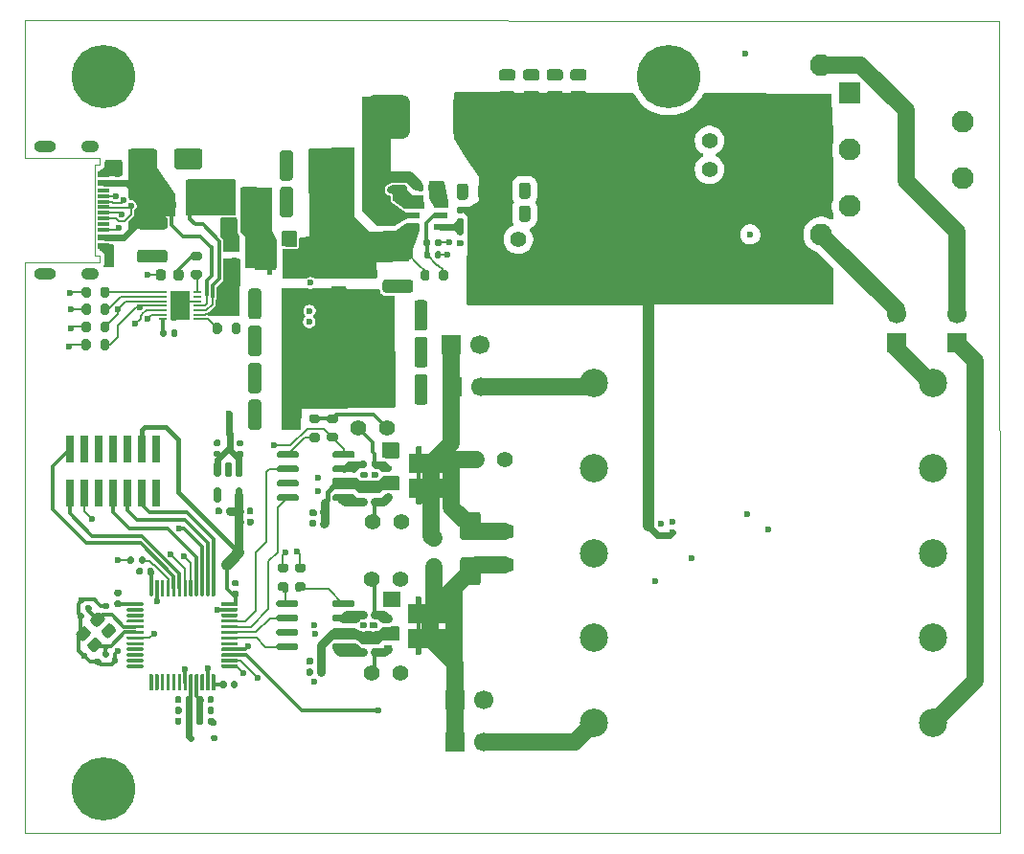
<source format=gtl>
G04 #@! TF.GenerationSoftware,KiCad,Pcbnew,9.0.1+1*
G04 #@! TF.CreationDate,2025-10-15T10:44:53+00:00*
G04 #@! TF.ProjectId,c64psu,63363470-7375-42e6-9b69-6361645f7063,rev?*
G04 #@! TF.SameCoordinates,Original*
G04 #@! TF.FileFunction,Copper,L1,Top*
G04 #@! TF.FilePolarity,Positive*
%FSLAX46Y46*%
G04 Gerber Fmt 4.6, Leading zero omitted, Abs format (unit mm)*
G04 Created by KiCad (PCBNEW 9.0.1+1) date 2025-10-15 10:44:53*
%MOMM*%
%LPD*%
G01*
G04 APERTURE LIST*
G04 #@! TA.AperFunction,Profile*
%ADD10C,0.050000*%
G04 #@! TD*
G04 #@! TA.AperFunction,ComponentPad*
%ADD11C,2.500000*%
G04 #@! TD*
G04 #@! TA.AperFunction,ComponentPad*
%ADD12C,1.400000*%
G04 #@! TD*
G04 #@! TA.AperFunction,SMDPad,CuDef*
%ADD13R,0.800000X0.200000*%
G04 #@! TD*
G04 #@! TA.AperFunction,SMDPad,CuDef*
%ADD14R,1.750000X2.650000*%
G04 #@! TD*
G04 #@! TA.AperFunction,ComponentPad*
%ADD15C,3.600000*%
G04 #@! TD*
G04 #@! TA.AperFunction,ConnectorPad*
%ADD16C,5.600000*%
G04 #@! TD*
G04 #@! TA.AperFunction,ComponentPad*
%ADD17R,1.700000X1.700000*%
G04 #@! TD*
G04 #@! TA.AperFunction,ComponentPad*
%ADD18C,1.700000*%
G04 #@! TD*
G04 #@! TA.AperFunction,SMDPad,CuDef*
%ADD19R,0.700000X0.420000*%
G04 #@! TD*
G04 #@! TA.AperFunction,SMDPad,CuDef*
%ADD20R,1.200000X0.600000*%
G04 #@! TD*
G04 #@! TA.AperFunction,ConnectorPad*
%ADD21R,1.100000X0.600000*%
G04 #@! TD*
G04 #@! TA.AperFunction,ConnectorPad*
%ADD22R,1.100000X0.300000*%
G04 #@! TD*
G04 #@! TA.AperFunction,ComponentPad*
%ADD23O,1.550000X1.050000*%
G04 #@! TD*
G04 #@! TA.AperFunction,ComponentPad*
%ADD24O,1.950000X1.050000*%
G04 #@! TD*
G04 #@! TA.AperFunction,SMDPad,CuDef*
%ADD25R,0.711200X0.406400*%
G04 #@! TD*
G04 #@! TA.AperFunction,SMDPad,CuDef*
%ADD26R,3.987800X1.727200*%
G04 #@! TD*
G04 #@! TA.AperFunction,SMDPad,CuDef*
%ADD27R,0.740000X2.400000*%
G04 #@! TD*
G04 #@! TA.AperFunction,ComponentPad*
%ADD28C,1.950000*%
G04 #@! TD*
G04 #@! TA.AperFunction,ComponentPad*
%ADD29R,1.950000X1.950000*%
G04 #@! TD*
G04 #@! TA.AperFunction,ViaPad*
%ADD30C,0.600000*%
G04 #@! TD*
G04 #@! TA.AperFunction,Conductor*
%ADD31C,0.170000*%
G04 #@! TD*
G04 #@! TA.AperFunction,Conductor*
%ADD32C,0.210000*%
G04 #@! TD*
G04 #@! TA.AperFunction,Conductor*
%ADD33C,0.300000*%
G04 #@! TD*
G04 #@! TA.AperFunction,Conductor*
%ADD34C,0.600000*%
G04 #@! TD*
G04 #@! TA.AperFunction,Conductor*
%ADD35C,1.000000*%
G04 #@! TD*
G04 #@! TA.AperFunction,Conductor*
%ADD36C,2.000000*%
G04 #@! TD*
G04 #@! TA.AperFunction,Conductor*
%ADD37C,1.500000*%
G04 #@! TD*
G04 #@! TA.AperFunction,Conductor*
%ADD38C,0.800000*%
G04 #@! TD*
G04 #@! TA.AperFunction,Conductor*
%ADD39C,0.400000*%
G04 #@! TD*
G04 APERTURE END LIST*
D10*
X219224551Y-37033468D02*
X219250062Y-108900624D01*
X133100087Y-108875624D01*
X133075074Y-58400000D01*
X139675000Y-58400000D01*
X139675000Y-57800000D01*
X139250000Y-57800000D01*
X139250000Y-49750000D01*
X139700000Y-49750000D01*
X139700000Y-49150000D01*
X133075000Y-49150000D01*
X133075000Y-37008468D01*
X219224551Y-37033468D01*
D11*
X183370000Y-69110000D03*
X183370000Y-76610000D03*
X183370000Y-84110000D03*
X183370000Y-91610000D03*
X183370000Y-99110000D03*
X213370000Y-69110000D03*
X213370000Y-76610000D03*
X213370000Y-84110000D03*
X213370000Y-91610000D03*
X213370000Y-99110000D03*
G04 #@! TA.AperFunction,SMDPad,CuDef*
G36*
G01*
X162745200Y-79788600D02*
X162745200Y-79418600D01*
G75*
G02*
X162880200Y-79283600I135000J0D01*
G01*
X163150200Y-79283600D01*
G75*
G02*
X163285200Y-79418600I0J-135000D01*
G01*
X163285200Y-79788600D01*
G75*
G02*
X163150200Y-79923600I-135000J0D01*
G01*
X162880200Y-79923600D01*
G75*
G02*
X162745200Y-79788600I0J135000D01*
G01*
G37*
G04 #@! TD.AperFunction*
G04 #@! TA.AperFunction,SMDPad,CuDef*
G36*
G01*
X163765200Y-79788600D02*
X163765200Y-79418600D01*
G75*
G02*
X163900200Y-79283600I135000J0D01*
G01*
X164170200Y-79283600D01*
G75*
G02*
X164305200Y-79418600I0J-135000D01*
G01*
X164305200Y-79788600D01*
G75*
G02*
X164170200Y-79923600I-135000J0D01*
G01*
X163900200Y-79923600D01*
G75*
G02*
X163765200Y-79788600I0J135000D01*
G01*
G37*
G04 #@! TD.AperFunction*
G04 #@! TA.AperFunction,SMDPad,CuDef*
G36*
G01*
X158266800Y-81653200D02*
X158266800Y-81313200D01*
G75*
G02*
X158406800Y-81173200I140000J0D01*
G01*
X158686800Y-81173200D01*
G75*
G02*
X158826800Y-81313200I0J-140000D01*
G01*
X158826800Y-81653200D01*
G75*
G02*
X158686800Y-81793200I-140000J0D01*
G01*
X158406800Y-81793200D01*
G75*
G02*
X158266800Y-81653200I0J140000D01*
G01*
G37*
G04 #@! TD.AperFunction*
G04 #@! TA.AperFunction,SMDPad,CuDef*
G36*
G01*
X159226800Y-81653200D02*
X159226800Y-81313200D01*
G75*
G02*
X159366800Y-81173200I140000J0D01*
G01*
X159646800Y-81173200D01*
G75*
G02*
X159786800Y-81313200I0J-140000D01*
G01*
X159786800Y-81653200D01*
G75*
G02*
X159646800Y-81793200I-140000J0D01*
G01*
X159366800Y-81793200D01*
G75*
G02*
X159226800Y-81653200I0J140000D01*
G01*
G37*
G04 #@! TD.AperFunction*
G04 #@! TA.AperFunction,SMDPad,CuDef*
G36*
G01*
X157990000Y-94810400D02*
X157990000Y-94470400D01*
G75*
G02*
X158130000Y-94330400I140000J0D01*
G01*
X158410000Y-94330400D01*
G75*
G02*
X158550000Y-94470400I0J-140000D01*
G01*
X158550000Y-94810400D01*
G75*
G02*
X158410000Y-94950400I-140000J0D01*
G01*
X158130000Y-94950400D01*
G75*
G02*
X157990000Y-94810400I0J140000D01*
G01*
G37*
G04 #@! TD.AperFunction*
G04 #@! TA.AperFunction,SMDPad,CuDef*
G36*
G01*
X158950000Y-94810400D02*
X158950000Y-94470400D01*
G75*
G02*
X159090000Y-94330400I140000J0D01*
G01*
X159370000Y-94330400D01*
G75*
G02*
X159510000Y-94470400I0J-140000D01*
G01*
X159510000Y-94810400D01*
G75*
G02*
X159370000Y-94950400I-140000J0D01*
G01*
X159090000Y-94950400D01*
G75*
G02*
X158950000Y-94810400I0J140000D01*
G01*
G37*
G04 #@! TD.AperFunction*
G04 #@! TA.AperFunction,SMDPad,CuDef*
G36*
G01*
X174876801Y-54577000D02*
X174876801Y-53627000D01*
G75*
G02*
X175126801Y-53377000I250000J0D01*
G01*
X175626801Y-53377000D01*
G75*
G02*
X175876801Y-53627000I0J-250000D01*
G01*
X175876801Y-54577000D01*
G75*
G02*
X175626801Y-54827000I-250000J0D01*
G01*
X175126801Y-54827000D01*
G75*
G02*
X174876801Y-54577000I0J250000D01*
G01*
G37*
G04 #@! TD.AperFunction*
G04 #@! TA.AperFunction,SMDPad,CuDef*
G36*
G01*
X176776799Y-54577000D02*
X176776799Y-53627000D01*
G75*
G02*
X177026799Y-53377000I250000J0D01*
G01*
X177526799Y-53377000D01*
G75*
G02*
X177776799Y-53627000I0J-250000D01*
G01*
X177776799Y-54577000D01*
G75*
G02*
X177526799Y-54827000I-250000J0D01*
G01*
X177026799Y-54827000D01*
G75*
G02*
X176776799Y-54577000I0J250000D01*
G01*
G37*
G04 #@! TD.AperFunction*
G04 #@! TA.AperFunction,SMDPad,CuDef*
G36*
G01*
X155350800Y-75562600D02*
X155350800Y-75262600D01*
G75*
G02*
X155500800Y-75112600I150000J0D01*
G01*
X157150800Y-75112600D01*
G75*
G02*
X157300800Y-75262600I0J-150000D01*
G01*
X157300800Y-75562600D01*
G75*
G02*
X157150800Y-75712600I-150000J0D01*
G01*
X155500800Y-75712600D01*
G75*
G02*
X155350800Y-75562600I0J150000D01*
G01*
G37*
G04 #@! TD.AperFunction*
G04 #@! TA.AperFunction,SMDPad,CuDef*
G36*
G01*
X155350800Y-76832600D02*
X155350800Y-76532600D01*
G75*
G02*
X155500800Y-76382600I150000J0D01*
G01*
X157150800Y-76382600D01*
G75*
G02*
X157300800Y-76532600I0J-150000D01*
G01*
X157300800Y-76832600D01*
G75*
G02*
X157150800Y-76982600I-150000J0D01*
G01*
X155500800Y-76982600D01*
G75*
G02*
X155350800Y-76832600I0J150000D01*
G01*
G37*
G04 #@! TD.AperFunction*
G04 #@! TA.AperFunction,SMDPad,CuDef*
G36*
G01*
X155350800Y-78102600D02*
X155350800Y-77802600D01*
G75*
G02*
X155500800Y-77652600I150000J0D01*
G01*
X157150800Y-77652600D01*
G75*
G02*
X157300800Y-77802600I0J-150000D01*
G01*
X157300800Y-78102600D01*
G75*
G02*
X157150800Y-78252600I-150000J0D01*
G01*
X155500800Y-78252600D01*
G75*
G02*
X155350800Y-78102600I0J150000D01*
G01*
G37*
G04 #@! TD.AperFunction*
G04 #@! TA.AperFunction,SMDPad,CuDef*
G36*
G01*
X155350800Y-79372600D02*
X155350800Y-79072600D01*
G75*
G02*
X155500800Y-78922600I150000J0D01*
G01*
X157150800Y-78922600D01*
G75*
G02*
X157300800Y-79072600I0J-150000D01*
G01*
X157300800Y-79372600D01*
G75*
G02*
X157150800Y-79522600I-150000J0D01*
G01*
X155500800Y-79522600D01*
G75*
G02*
X155350800Y-79372600I0J150000D01*
G01*
G37*
G04 #@! TD.AperFunction*
G04 #@! TA.AperFunction,SMDPad,CuDef*
G36*
G01*
X160300800Y-79372600D02*
X160300800Y-79072600D01*
G75*
G02*
X160450800Y-78922600I150000J0D01*
G01*
X162100800Y-78922600D01*
G75*
G02*
X162250800Y-79072600I0J-150000D01*
G01*
X162250800Y-79372600D01*
G75*
G02*
X162100800Y-79522600I-150000J0D01*
G01*
X160450800Y-79522600D01*
G75*
G02*
X160300800Y-79372600I0J150000D01*
G01*
G37*
G04 #@! TD.AperFunction*
G04 #@! TA.AperFunction,SMDPad,CuDef*
G36*
G01*
X160300800Y-78102600D02*
X160300800Y-77802600D01*
G75*
G02*
X160450800Y-77652600I150000J0D01*
G01*
X162100800Y-77652600D01*
G75*
G02*
X162250800Y-77802600I0J-150000D01*
G01*
X162250800Y-78102600D01*
G75*
G02*
X162100800Y-78252600I-150000J0D01*
G01*
X160450800Y-78252600D01*
G75*
G02*
X160300800Y-78102600I0J150000D01*
G01*
G37*
G04 #@! TD.AperFunction*
G04 #@! TA.AperFunction,SMDPad,CuDef*
G36*
G01*
X160300800Y-76832600D02*
X160300800Y-76532600D01*
G75*
G02*
X160450800Y-76382600I150000J0D01*
G01*
X162100800Y-76382600D01*
G75*
G02*
X162250800Y-76532600I0J-150000D01*
G01*
X162250800Y-76832600D01*
G75*
G02*
X162100800Y-76982600I-150000J0D01*
G01*
X160450800Y-76982600D01*
G75*
G02*
X160300800Y-76832600I0J150000D01*
G01*
G37*
G04 #@! TD.AperFunction*
G04 #@! TA.AperFunction,SMDPad,CuDef*
G36*
G01*
X160300800Y-75562600D02*
X160300800Y-75262600D01*
G75*
G02*
X160450800Y-75112600I150000J0D01*
G01*
X162100800Y-75112600D01*
G75*
G02*
X162250800Y-75262600I0J-150000D01*
G01*
X162250800Y-75562600D01*
G75*
G02*
X162100800Y-75712600I-150000J0D01*
G01*
X160450800Y-75712600D01*
G75*
G02*
X160300800Y-75562600I0J150000D01*
G01*
G37*
G04 #@! TD.AperFunction*
G04 #@! TA.AperFunction,SMDPad,CuDef*
G36*
G01*
X182491400Y-44223599D02*
X181541400Y-44223599D01*
G75*
G02*
X181291400Y-43973599I0J250000D01*
G01*
X181291400Y-43473599D01*
G75*
G02*
X181541400Y-43223599I250000J0D01*
G01*
X182491400Y-43223599D01*
G75*
G02*
X182741400Y-43473599I0J-250000D01*
G01*
X182741400Y-43973599D01*
G75*
G02*
X182491400Y-44223599I-250000J0D01*
G01*
G37*
G04 #@! TD.AperFunction*
G04 #@! TA.AperFunction,SMDPad,CuDef*
G36*
G01*
X182491400Y-42323601D02*
X181541400Y-42323601D01*
G75*
G02*
X181291400Y-42073601I0J250000D01*
G01*
X181291400Y-41573601D01*
G75*
G02*
X181541400Y-41323601I250000J0D01*
G01*
X182491400Y-41323601D01*
G75*
G02*
X182741400Y-41573601I0J-250000D01*
G01*
X182741400Y-42073601D01*
G75*
G02*
X182491400Y-42323601I-250000J0D01*
G01*
G37*
G04 #@! TD.AperFunction*
D12*
X163748400Y-94691200D03*
X166288400Y-94691200D03*
G04 #@! TA.AperFunction,SMDPad,CuDef*
G36*
G01*
X156939201Y-60977600D02*
X156939201Y-63177600D01*
G75*
G02*
X156689201Y-63427600I-250000J0D01*
G01*
X156039201Y-63427600D01*
G75*
G02*
X155789201Y-63177600I0J250000D01*
G01*
X155789201Y-60977600D01*
G75*
G02*
X156039201Y-60727600I250000J0D01*
G01*
X156689201Y-60727600D01*
G75*
G02*
X156939201Y-60977600I0J-250000D01*
G01*
G37*
G04 #@! TD.AperFunction*
G04 #@! TA.AperFunction,SMDPad,CuDef*
G36*
G01*
X153989199Y-60977600D02*
X153989199Y-63177600D01*
G75*
G02*
X153739199Y-63427600I-250000J0D01*
G01*
X153089199Y-63427600D01*
G75*
G02*
X152839199Y-63177600I0J250000D01*
G01*
X152839199Y-60977600D01*
G75*
G02*
X153089199Y-60727600I250000J0D01*
G01*
X153739199Y-60727600D01*
G75*
G02*
X153989199Y-60977600I0J-250000D01*
G01*
G37*
G04 #@! TD.AperFunction*
X163799200Y-81330800D03*
X166339200Y-81330800D03*
G04 #@! TA.AperFunction,SMDPad,CuDef*
G36*
G01*
X163187200Y-91742800D02*
X162847200Y-91742800D01*
G75*
G02*
X162707200Y-91602800I0J140000D01*
G01*
X162707200Y-91322800D01*
G75*
G02*
X162847200Y-91182800I140000J0D01*
G01*
X163187200Y-91182800D01*
G75*
G02*
X163327200Y-91322800I0J-140000D01*
G01*
X163327200Y-91602800D01*
G75*
G02*
X163187200Y-91742800I-140000J0D01*
G01*
G37*
G04 #@! TD.AperFunction*
G04 #@! TA.AperFunction,SMDPad,CuDef*
G36*
G01*
X163187200Y-90782800D02*
X162847200Y-90782800D01*
G75*
G02*
X162707200Y-90642800I0J140000D01*
G01*
X162707200Y-90362800D01*
G75*
G02*
X162847200Y-90222800I140000J0D01*
G01*
X163187200Y-90222800D01*
G75*
G02*
X163327200Y-90362800I0J-140000D01*
G01*
X163327200Y-90642800D01*
G75*
G02*
X163187200Y-90782800I-140000J0D01*
G01*
G37*
G04 #@! TD.AperFunction*
G04 #@! TA.AperFunction,SMDPad,CuDef*
G36*
G01*
X144665000Y-59766250D02*
X144665000Y-59253750D01*
G75*
G02*
X144883750Y-59035000I218750J0D01*
G01*
X145321250Y-59035000D01*
G75*
G02*
X145540000Y-59253750I0J-218750D01*
G01*
X145540000Y-59766250D01*
G75*
G02*
X145321250Y-59985000I-218750J0D01*
G01*
X144883750Y-59985000D01*
G75*
G02*
X144665000Y-59766250I0J218750D01*
G01*
G37*
G04 #@! TD.AperFunction*
G04 #@! TA.AperFunction,SMDPad,CuDef*
G36*
G01*
X146240000Y-59766250D02*
X146240000Y-59253750D01*
G75*
G02*
X146458750Y-59035000I218750J0D01*
G01*
X146896250Y-59035000D01*
G75*
G02*
X147115000Y-59253750I0J-218750D01*
G01*
X147115000Y-59766250D01*
G75*
G02*
X146896250Y-59985000I-218750J0D01*
G01*
X146458750Y-59985000D01*
G75*
G02*
X146240000Y-59766250I0J218750D01*
G01*
G37*
G04 #@! TD.AperFunction*
G04 #@! TA.AperFunction,SMDPad,CuDef*
G36*
G01*
X151454499Y-80227700D02*
X151454499Y-80567700D01*
G75*
G02*
X151314499Y-80707700I-140000J0D01*
G01*
X151034499Y-80707700D01*
G75*
G02*
X150894499Y-80567700I0J140000D01*
G01*
X150894499Y-80227700D01*
G75*
G02*
X151034499Y-80087700I140000J0D01*
G01*
X151314499Y-80087700D01*
G75*
G02*
X151454499Y-80227700I0J-140000D01*
G01*
G37*
G04 #@! TD.AperFunction*
G04 #@! TA.AperFunction,SMDPad,CuDef*
G36*
G01*
X150494499Y-80227700D02*
X150494499Y-80567700D01*
G75*
G02*
X150354499Y-80707700I-140000J0D01*
G01*
X150074499Y-80707700D01*
G75*
G02*
X149934499Y-80567700I0J140000D01*
G01*
X149934499Y-80227700D01*
G75*
G02*
X150074499Y-80087700I140000J0D01*
G01*
X150354499Y-80087700D01*
G75*
G02*
X150494499Y-80227700I0J-140000D01*
G01*
G37*
G04 #@! TD.AperFunction*
D13*
X148317500Y-63436750D03*
X148317500Y-63036750D03*
X148317500Y-62636750D03*
X148317500Y-62236750D03*
X148317500Y-61836750D03*
X148317500Y-61436750D03*
X148317500Y-61036750D03*
X145317500Y-61036750D03*
X145317500Y-61436750D03*
X145317500Y-61836750D03*
X145317500Y-62236750D03*
X145317500Y-62636750D03*
X145317500Y-63036750D03*
X145317500Y-63436750D03*
D14*
X146817500Y-62236750D03*
G04 #@! TA.AperFunction,SMDPad,CuDef*
G36*
G01*
X162694400Y-89745400D02*
X162694400Y-89375400D01*
G75*
G02*
X162829400Y-89240400I135000J0D01*
G01*
X163099400Y-89240400D01*
G75*
G02*
X163234400Y-89375400I0J-135000D01*
G01*
X163234400Y-89745400D01*
G75*
G02*
X163099400Y-89880400I-135000J0D01*
G01*
X162829400Y-89880400D01*
G75*
G02*
X162694400Y-89745400I0J135000D01*
G01*
G37*
G04 #@! TD.AperFunction*
G04 #@! TA.AperFunction,SMDPad,CuDef*
G36*
G01*
X163714400Y-89745400D02*
X163714400Y-89375400D01*
G75*
G02*
X163849400Y-89240400I135000J0D01*
G01*
X164119400Y-89240400D01*
G75*
G02*
X164254400Y-89375400I0J-135000D01*
G01*
X164254400Y-89745400D01*
G75*
G02*
X164119400Y-89880400I-135000J0D01*
G01*
X163849400Y-89880400D01*
G75*
G02*
X163714400Y-89745400I0J135000D01*
G01*
G37*
G04 #@! TD.AperFunction*
G04 #@! TA.AperFunction,SMDPad,CuDef*
G36*
G01*
X158974200Y-74287600D02*
X158424200Y-74287600D01*
G75*
G02*
X158224200Y-74087600I0J200000D01*
G01*
X158224200Y-73687600D01*
G75*
G02*
X158424200Y-73487600I200000J0D01*
G01*
X158974200Y-73487600D01*
G75*
G02*
X159174200Y-73687600I0J-200000D01*
G01*
X159174200Y-74087600D01*
G75*
G02*
X158974200Y-74287600I-200000J0D01*
G01*
G37*
G04 #@! TD.AperFunction*
G04 #@! TA.AperFunction,SMDPad,CuDef*
G36*
G01*
X158974200Y-72637600D02*
X158424200Y-72637600D01*
G75*
G02*
X158224200Y-72437600I0J200000D01*
G01*
X158224200Y-72037600D01*
G75*
G02*
X158424200Y-71837600I200000J0D01*
G01*
X158974200Y-71837600D01*
G75*
G02*
X159174200Y-72037600I0J-200000D01*
G01*
X159174200Y-72437600D01*
G75*
G02*
X158974200Y-72637600I-200000J0D01*
G01*
G37*
G04 #@! TD.AperFunction*
D15*
X190000000Y-42000000D03*
D16*
X190000000Y-42000000D03*
G04 #@! TA.AperFunction,SMDPad,CuDef*
G36*
G01*
X160549000Y-74275400D02*
X159999000Y-74275400D01*
G75*
G02*
X159799000Y-74075400I0J200000D01*
G01*
X159799000Y-73675400D01*
G75*
G02*
X159999000Y-73475400I200000J0D01*
G01*
X160549000Y-73475400D01*
G75*
G02*
X160749000Y-73675400I0J-200000D01*
G01*
X160749000Y-74075400D01*
G75*
G02*
X160549000Y-74275400I-200000J0D01*
G01*
G37*
G04 #@! TD.AperFunction*
G04 #@! TA.AperFunction,SMDPad,CuDef*
G36*
G01*
X160549000Y-72625400D02*
X159999000Y-72625400D01*
G75*
G02*
X159799000Y-72425400I0J200000D01*
G01*
X159799000Y-72025400D01*
G75*
G02*
X159999000Y-71825400I200000J0D01*
G01*
X160549000Y-71825400D01*
G75*
G02*
X160749000Y-72025400I0J-200000D01*
G01*
X160749000Y-72425400D01*
G75*
G02*
X160549000Y-72625400I-200000J0D01*
G01*
G37*
G04 #@! TD.AperFunction*
G04 #@! TA.AperFunction,SMDPad,CuDef*
G36*
G01*
X140577300Y-60763750D02*
X140577300Y-61313750D01*
G75*
G02*
X140377300Y-61513750I-200000J0D01*
G01*
X139977300Y-61513750D01*
G75*
G02*
X139777300Y-61313750I0J200000D01*
G01*
X139777300Y-60763750D01*
G75*
G02*
X139977300Y-60563750I200000J0D01*
G01*
X140377300Y-60563750D01*
G75*
G02*
X140577300Y-60763750I0J-200000D01*
G01*
G37*
G04 #@! TD.AperFunction*
G04 #@! TA.AperFunction,SMDPad,CuDef*
G36*
G01*
X138927300Y-60763750D02*
X138927300Y-61313750D01*
G75*
G02*
X138727300Y-61513750I-200000J0D01*
G01*
X138327300Y-61513750D01*
G75*
G02*
X138127300Y-61313750I0J200000D01*
G01*
X138127300Y-60763750D01*
G75*
G02*
X138327300Y-60563750I200000J0D01*
G01*
X138727300Y-60563750D01*
G75*
G02*
X138927300Y-60763750I0J-200000D01*
G01*
G37*
G04 #@! TD.AperFunction*
G04 #@! TA.AperFunction,SMDPad,CuDef*
G36*
G01*
X176192200Y-44238800D02*
X175242200Y-44238800D01*
G75*
G02*
X174992200Y-43988800I0J250000D01*
G01*
X174992200Y-43488800D01*
G75*
G02*
X175242200Y-43238800I250000J0D01*
G01*
X176192200Y-43238800D01*
G75*
G02*
X176442200Y-43488800I0J-250000D01*
G01*
X176442200Y-43988800D01*
G75*
G02*
X176192200Y-44238800I-250000J0D01*
G01*
G37*
G04 #@! TD.AperFunction*
G04 #@! TA.AperFunction,SMDPad,CuDef*
G36*
G01*
X176192200Y-42338802D02*
X175242200Y-42338802D01*
G75*
G02*
X174992200Y-42088802I0J250000D01*
G01*
X174992200Y-41588802D01*
G75*
G02*
X175242200Y-41338802I250000J0D01*
G01*
X176192200Y-41338802D01*
G75*
G02*
X176442200Y-41588802I0J-250000D01*
G01*
X176442200Y-42088802D01*
G75*
G02*
X176192200Y-42338802I-250000J0D01*
G01*
G37*
G04 #@! TD.AperFunction*
G04 #@! TA.AperFunction,SMDPad,CuDef*
G36*
G01*
X158244000Y-80688000D02*
X158244000Y-80348000D01*
G75*
G02*
X158384000Y-80208000I140000J0D01*
G01*
X158664000Y-80208000D01*
G75*
G02*
X158804000Y-80348000I0J-140000D01*
G01*
X158804000Y-80688000D01*
G75*
G02*
X158664000Y-80828000I-140000J0D01*
G01*
X158384000Y-80828000D01*
G75*
G02*
X158244000Y-80688000I0J140000D01*
G01*
G37*
G04 #@! TD.AperFunction*
G04 #@! TA.AperFunction,SMDPad,CuDef*
G36*
G01*
X159204000Y-80688000D02*
X159204000Y-80348000D01*
G75*
G02*
X159344000Y-80208000I140000J0D01*
G01*
X159624000Y-80208000D01*
G75*
G02*
X159764000Y-80348000I0J-140000D01*
G01*
X159764000Y-80688000D01*
G75*
G02*
X159624000Y-80828000I-140000J0D01*
G01*
X159344000Y-80828000D01*
G75*
G02*
X159204000Y-80688000I0J140000D01*
G01*
G37*
G04 #@! TD.AperFunction*
G04 #@! TA.AperFunction,SMDPad,CuDef*
G36*
G01*
X151410100Y-56958750D02*
X151780100Y-56958750D01*
G75*
G02*
X151915100Y-57093750I0J-135000D01*
G01*
X151915100Y-57363750D01*
G75*
G02*
X151780100Y-57498750I-135000J0D01*
G01*
X151410100Y-57498750D01*
G75*
G02*
X151275100Y-57363750I0J135000D01*
G01*
X151275100Y-57093750D01*
G75*
G02*
X151410100Y-56958750I135000J0D01*
G01*
G37*
G04 #@! TD.AperFunction*
G04 #@! TA.AperFunction,SMDPad,CuDef*
G36*
G01*
X151410100Y-57978748D02*
X151780100Y-57978748D01*
G75*
G02*
X151915100Y-58113748I0J-135000D01*
G01*
X151915100Y-58383748D01*
G75*
G02*
X151780100Y-58518748I-135000J0D01*
G01*
X151410100Y-58518748D01*
G75*
G02*
X151275100Y-58383748I0J135000D01*
G01*
X151275100Y-58113748D01*
G75*
G02*
X151410100Y-57978748I135000J0D01*
G01*
G37*
G04 #@! TD.AperFunction*
G04 #@! TA.AperFunction,SMDPad,CuDef*
G36*
G01*
X157704200Y-87483400D02*
X157154200Y-87483400D01*
G75*
G02*
X156954200Y-87283400I0J200000D01*
G01*
X156954200Y-86883400D01*
G75*
G02*
X157154200Y-86683400I200000J0D01*
G01*
X157704200Y-86683400D01*
G75*
G02*
X157904200Y-86883400I0J-200000D01*
G01*
X157904200Y-87283400D01*
G75*
G02*
X157704200Y-87483400I-200000J0D01*
G01*
G37*
G04 #@! TD.AperFunction*
G04 #@! TA.AperFunction,SMDPad,CuDef*
G36*
G01*
X157704200Y-85833400D02*
X157154200Y-85833400D01*
G75*
G02*
X156954200Y-85633400I0J200000D01*
G01*
X156954200Y-85233400D01*
G75*
G02*
X157154200Y-85033400I200000J0D01*
G01*
X157704200Y-85033400D01*
G75*
G02*
X157904200Y-85233400I0J-200000D01*
G01*
X157904200Y-85633400D01*
G75*
G02*
X157704200Y-85833400I-200000J0D01*
G01*
G37*
G04 #@! TD.AperFunction*
G04 #@! TA.AperFunction,SMDPad,CuDef*
G36*
G01*
X168674001Y-61993600D02*
X168674001Y-64193600D01*
G75*
G02*
X168424001Y-64443600I-250000J0D01*
G01*
X167774001Y-64443600D01*
G75*
G02*
X167524001Y-64193600I0J250000D01*
G01*
X167524001Y-61993600D01*
G75*
G02*
X167774001Y-61743600I250000J0D01*
G01*
X168424001Y-61743600D01*
G75*
G02*
X168674001Y-61993600I0J-250000D01*
G01*
G37*
G04 #@! TD.AperFunction*
G04 #@! TA.AperFunction,SMDPad,CuDef*
G36*
G01*
X165723999Y-61993600D02*
X165723999Y-64193600D01*
G75*
G02*
X165473999Y-64443600I-250000J0D01*
G01*
X164823999Y-64443600D01*
G75*
G02*
X164573999Y-64193600I0J250000D01*
G01*
X164573999Y-61993600D01*
G75*
G02*
X164823999Y-61743600I250000J0D01*
G01*
X165473999Y-61743600D01*
G75*
G02*
X165723999Y-61993600I0J-250000D01*
G01*
G37*
G04 #@! TD.AperFunction*
G04 #@! TA.AperFunction,SMDPad,CuDef*
G36*
G01*
X148282200Y-98197000D02*
X148282200Y-97857000D01*
G75*
G02*
X148422200Y-97717000I140000J0D01*
G01*
X148702200Y-97717000D01*
G75*
G02*
X148842200Y-97857000I0J-140000D01*
G01*
X148842200Y-98197000D01*
G75*
G02*
X148702200Y-98337000I-140000J0D01*
G01*
X148422200Y-98337000D01*
G75*
G02*
X148282200Y-98197000I0J140000D01*
G01*
G37*
G04 #@! TD.AperFunction*
G04 #@! TA.AperFunction,SMDPad,CuDef*
G36*
G01*
X149242200Y-98197000D02*
X149242200Y-97857000D01*
G75*
G02*
X149382200Y-97717000I140000J0D01*
G01*
X149662200Y-97717000D01*
G75*
G02*
X149802200Y-97857000I0J-140000D01*
G01*
X149802200Y-98197000D01*
G75*
G02*
X149662200Y-98337000I-140000J0D01*
G01*
X149382200Y-98337000D01*
G75*
G02*
X149242200Y-98197000I0J140000D01*
G01*
G37*
G04 #@! TD.AperFunction*
G04 #@! TA.AperFunction,SMDPad,CuDef*
G36*
G01*
X163812400Y-90222800D02*
X164152400Y-90222800D01*
G75*
G02*
X164292400Y-90362800I0J-140000D01*
G01*
X164292400Y-90642800D01*
G75*
G02*
X164152400Y-90782800I-140000J0D01*
G01*
X163812400Y-90782800D01*
G75*
G02*
X163672400Y-90642800I0J140000D01*
G01*
X163672400Y-90362800D01*
G75*
G02*
X163812400Y-90222800I140000J0D01*
G01*
G37*
G04 #@! TD.AperFunction*
G04 #@! TA.AperFunction,SMDPad,CuDef*
G36*
G01*
X163812400Y-91182800D02*
X164152400Y-91182800D01*
G75*
G02*
X164292400Y-91322800I0J-140000D01*
G01*
X164292400Y-91602800D01*
G75*
G02*
X164152400Y-91742800I-140000J0D01*
G01*
X163812400Y-91742800D01*
G75*
G02*
X163672400Y-91602800I0J140000D01*
G01*
X163672400Y-91322800D01*
G75*
G02*
X163812400Y-91182800I140000J0D01*
G01*
G37*
G04 #@! TD.AperFunction*
G04 #@! TA.AperFunction,SMDPad,CuDef*
G36*
G01*
X171374500Y-53504350D02*
X171744500Y-53504350D01*
G75*
G02*
X171879500Y-53639350I0J-135000D01*
G01*
X171879500Y-53909350D01*
G75*
G02*
X171744500Y-54044350I-135000J0D01*
G01*
X171374500Y-54044350D01*
G75*
G02*
X171239500Y-53909350I0J135000D01*
G01*
X171239500Y-53639350D01*
G75*
G02*
X171374500Y-53504350I135000J0D01*
G01*
G37*
G04 #@! TD.AperFunction*
G04 #@! TA.AperFunction,SMDPad,CuDef*
G36*
G01*
X171374500Y-54524348D02*
X171744500Y-54524348D01*
G75*
G02*
X171879500Y-54659348I0J-135000D01*
G01*
X171879500Y-54929348D01*
G75*
G02*
X171744500Y-55064348I-135000J0D01*
G01*
X171374500Y-55064348D01*
G75*
G02*
X171239500Y-54929348I0J135000D01*
G01*
X171239500Y-54659348D01*
G75*
G02*
X171374500Y-54524348I135000J0D01*
G01*
G37*
G04 #@! TD.AperFunction*
G04 #@! TA.AperFunction,SMDPad,CuDef*
G36*
G01*
X137957007Y-89997809D02*
X137716591Y-89757393D01*
G75*
G02*
X137716591Y-89559403I98995J98995D01*
G01*
X137914581Y-89361413D01*
G75*
G02*
X138112571Y-89361413I98995J-98995D01*
G01*
X138352987Y-89601829D01*
G75*
G02*
X138352987Y-89799819I-98995J-98995D01*
G01*
X138154997Y-89997809D01*
G75*
G02*
X137957007Y-89997809I-98995J98995D01*
G01*
G37*
G04 #@! TD.AperFunction*
G04 #@! TA.AperFunction,SMDPad,CuDef*
G36*
G01*
X138635829Y-89318987D02*
X138395413Y-89078571D01*
G75*
G02*
X138395413Y-88880581I98995J98995D01*
G01*
X138593403Y-88682591D01*
G75*
G02*
X138791393Y-88682591I98995J-98995D01*
G01*
X139031809Y-88923007D01*
G75*
G02*
X139031809Y-89120997I-98995J-98995D01*
G01*
X138833819Y-89318987D01*
G75*
G02*
X138635829Y-89318987I-98995J98995D01*
G01*
G37*
G04 #@! TD.AperFunction*
D17*
X170784600Y-65684400D03*
D18*
X173324600Y-65684400D03*
G04 #@! TA.AperFunction,SMDPad,CuDef*
G36*
G01*
X145645700Y-53592150D02*
X145645700Y-53042150D01*
G75*
G02*
X145845700Y-52842150I200000J0D01*
G01*
X146245700Y-52842150D01*
G75*
G02*
X146445700Y-53042150I0J-200000D01*
G01*
X146445700Y-53592150D01*
G75*
G02*
X146245700Y-53792150I-200000J0D01*
G01*
X145845700Y-53792150D01*
G75*
G02*
X145645700Y-53592150I0J200000D01*
G01*
G37*
G04 #@! TD.AperFunction*
G04 #@! TA.AperFunction,SMDPad,CuDef*
G36*
G01*
X147295700Y-53592150D02*
X147295700Y-53042150D01*
G75*
G02*
X147495700Y-52842150I200000J0D01*
G01*
X147895700Y-52842150D01*
G75*
G02*
X148095700Y-53042150I0J-200000D01*
G01*
X148095700Y-53592150D01*
G75*
G02*
X147895700Y-53792150I-200000J0D01*
G01*
X147495700Y-53792150D01*
G75*
G02*
X147295700Y-53592150I0J200000D01*
G01*
G37*
G04 #@! TD.AperFunction*
D17*
X171140200Y-100787200D03*
D18*
X173680200Y-100787200D03*
G04 #@! TA.AperFunction,SMDPad,CuDef*
G36*
G01*
X171374500Y-55432751D02*
X171744500Y-55432751D01*
G75*
G02*
X171879500Y-55567751I0J-135000D01*
G01*
X171879500Y-55837751D01*
G75*
G02*
X171744500Y-55972751I-135000J0D01*
G01*
X171374500Y-55972751D01*
G75*
G02*
X171239500Y-55837751I0J135000D01*
G01*
X171239500Y-55567751D01*
G75*
G02*
X171374500Y-55432751I135000J0D01*
G01*
G37*
G04 #@! TD.AperFunction*
G04 #@! TA.AperFunction,SMDPad,CuDef*
G36*
G01*
X171374500Y-56452749D02*
X171744500Y-56452749D01*
G75*
G02*
X171879500Y-56587749I0J-135000D01*
G01*
X171879500Y-56857749D01*
G75*
G02*
X171744500Y-56992749I-135000J0D01*
G01*
X171374500Y-56992749D01*
G75*
G02*
X171239500Y-56857749I0J135000D01*
G01*
X171239500Y-56587749D01*
G75*
G02*
X171374500Y-56452749I135000J0D01*
G01*
G37*
G04 #@! TD.AperFunction*
G04 #@! TA.AperFunction,SMDPad,CuDef*
G36*
G01*
X140569400Y-63834600D02*
X140569400Y-64384600D01*
G75*
G02*
X140369400Y-64584600I-200000J0D01*
G01*
X139969400Y-64584600D01*
G75*
G02*
X139769400Y-64384600I0J200000D01*
G01*
X139769400Y-63834600D01*
G75*
G02*
X139969400Y-63634600I200000J0D01*
G01*
X140369400Y-63634600D01*
G75*
G02*
X140569400Y-63834600I0J-200000D01*
G01*
G37*
G04 #@! TD.AperFunction*
G04 #@! TA.AperFunction,SMDPad,CuDef*
G36*
G01*
X138919400Y-63834600D02*
X138919400Y-64384600D01*
G75*
G02*
X138719400Y-64584600I-200000J0D01*
G01*
X138319400Y-64584600D01*
G75*
G02*
X138119400Y-64384600I0J200000D01*
G01*
X138119400Y-63834600D01*
G75*
G02*
X138319400Y-63634600I200000J0D01*
G01*
X138719400Y-63634600D01*
G75*
G02*
X138919400Y-63834600I0J-200000D01*
G01*
G37*
G04 #@! TD.AperFunction*
G04 #@! TA.AperFunction,SMDPad,CuDef*
G36*
G01*
X142281098Y-49903150D02*
X142281098Y-48603150D01*
G75*
G02*
X142531098Y-48353150I250000J0D01*
G01*
X144531098Y-48353150D01*
G75*
G02*
X144781098Y-48603150I0J-250000D01*
G01*
X144781098Y-49903150D01*
G75*
G02*
X144531098Y-50153150I-250000J0D01*
G01*
X142531098Y-50153150D01*
G75*
G02*
X142281098Y-49903150I0J250000D01*
G01*
G37*
G04 #@! TD.AperFunction*
G04 #@! TA.AperFunction,SMDPad,CuDef*
G36*
G01*
X146281100Y-49903150D02*
X146281100Y-48603150D01*
G75*
G02*
X146531100Y-48353150I250000J0D01*
G01*
X148531100Y-48353150D01*
G75*
G02*
X148781100Y-48603150I0J-250000D01*
G01*
X148781100Y-49903150D01*
G75*
G02*
X148531100Y-50153150I-250000J0D01*
G01*
X146531100Y-50153150D01*
G75*
G02*
X146281100Y-49903150I0J250000D01*
G01*
G37*
G04 #@! TD.AperFunction*
G04 #@! TA.AperFunction,SMDPad,CuDef*
G36*
G01*
X150254899Y-75620500D02*
X149914899Y-75620500D01*
G75*
G02*
X149774899Y-75480500I0J140000D01*
G01*
X149774899Y-75200500D01*
G75*
G02*
X149914899Y-75060500I140000J0D01*
G01*
X150254899Y-75060500D01*
G75*
G02*
X150394899Y-75200500I0J-140000D01*
G01*
X150394899Y-75480500D01*
G75*
G02*
X150254899Y-75620500I-140000J0D01*
G01*
G37*
G04 #@! TD.AperFunction*
G04 #@! TA.AperFunction,SMDPad,CuDef*
G36*
G01*
X150254899Y-74660500D02*
X149914899Y-74660500D01*
G75*
G02*
X149774899Y-74520500I0J140000D01*
G01*
X149774899Y-74240500D01*
G75*
G02*
X149914899Y-74100500I140000J0D01*
G01*
X150254899Y-74100500D01*
G75*
G02*
X150394899Y-74240500I0J-140000D01*
G01*
X150394899Y-74520500D01*
G75*
G02*
X150254899Y-74660500I-140000J0D01*
G01*
G37*
G04 #@! TD.AperFunction*
D19*
X156210000Y-58724800D03*
X156210000Y-58074800D03*
X156210000Y-57424800D03*
X156210000Y-56774800D03*
G04 #@! TA.AperFunction,SMDPad,CuDef*
G36*
X154506464Y-59503336D02*
G01*
X154505000Y-59499800D01*
X154505000Y-59054800D01*
X153410000Y-59054800D01*
X153406464Y-59053336D01*
X153405000Y-59049800D01*
X153405000Y-58939800D01*
X152860000Y-58939800D01*
X152856464Y-58938336D01*
X152855000Y-58934800D01*
X152855000Y-58514800D01*
X152856464Y-58511264D01*
X152860000Y-58509800D01*
X153405000Y-58509800D01*
X153405000Y-58289800D01*
X152860000Y-58289800D01*
X152856464Y-58288336D01*
X152855000Y-58284800D01*
X152855000Y-57864800D01*
X152856464Y-57861264D01*
X152860000Y-57859800D01*
X153405000Y-57859800D01*
X153405000Y-57639800D01*
X152860000Y-57639800D01*
X152856464Y-57638336D01*
X152855000Y-57634800D01*
X152855000Y-57214800D01*
X152856464Y-57211264D01*
X152860000Y-57209800D01*
X153405000Y-57209800D01*
X153405000Y-56989800D01*
X152860000Y-56989800D01*
X152856464Y-56988336D01*
X152855000Y-56984800D01*
X152855000Y-56564800D01*
X152856464Y-56561264D01*
X152860000Y-56559800D01*
X153405000Y-56559800D01*
X153405000Y-56449800D01*
X153406464Y-56446264D01*
X153410000Y-56444800D01*
X154505000Y-56444800D01*
X154505000Y-55999800D01*
X154506464Y-55996264D01*
X154510000Y-55994800D01*
X154910000Y-55994800D01*
X154913536Y-55996264D01*
X154915000Y-55999800D01*
X154915000Y-56444800D01*
X155310000Y-56444800D01*
X155313536Y-56446264D01*
X155315000Y-56449800D01*
X155315000Y-59049800D01*
X155313536Y-59053336D01*
X155310000Y-59054800D01*
X154915000Y-59054800D01*
X154915000Y-59499800D01*
X154913536Y-59503336D01*
X154910000Y-59504800D01*
X154510000Y-59504800D01*
X154506464Y-59503336D01*
G37*
G04 #@! TD.AperFunction*
D17*
X170835400Y-69392800D03*
D18*
X173375400Y-69392800D03*
G04 #@! TA.AperFunction,SMDPad,CuDef*
G36*
G01*
X174177899Y-51673750D02*
X174177899Y-52623750D01*
G75*
G02*
X173927899Y-52873750I-250000J0D01*
G01*
X173427899Y-52873750D01*
G75*
G02*
X173177899Y-52623750I0J250000D01*
G01*
X173177899Y-51673750D01*
G75*
G02*
X173427899Y-51423750I250000J0D01*
G01*
X173927899Y-51423750D01*
G75*
G02*
X174177899Y-51673750I0J-250000D01*
G01*
G37*
G04 #@! TD.AperFunction*
G04 #@! TA.AperFunction,SMDPad,CuDef*
G36*
G01*
X172277901Y-51673750D02*
X172277901Y-52623750D01*
G75*
G02*
X172027901Y-52873750I-250000J0D01*
G01*
X171527901Y-52873750D01*
G75*
G02*
X171277901Y-52623750I0J250000D01*
G01*
X171277901Y-51673750D01*
G75*
G02*
X171527901Y-51423750I250000J0D01*
G01*
X172027901Y-51423750D01*
G75*
G02*
X172277901Y-51673750I0J-250000D01*
G01*
G37*
G04 #@! TD.AperFunction*
D12*
X172994001Y-75844400D03*
X175534001Y-75844400D03*
X165079999Y-73050400D03*
X162539999Y-73050400D03*
G04 #@! TA.AperFunction,SMDPad,CuDef*
G36*
G01*
X152286899Y-75643300D02*
X151946899Y-75643300D01*
G75*
G02*
X151806899Y-75503300I0J140000D01*
G01*
X151806899Y-75223300D01*
G75*
G02*
X151946899Y-75083300I140000J0D01*
G01*
X152286899Y-75083300D01*
G75*
G02*
X152426899Y-75223300I0J-140000D01*
G01*
X152426899Y-75503300D01*
G75*
G02*
X152286899Y-75643300I-140000J0D01*
G01*
G37*
G04 #@! TD.AperFunction*
G04 #@! TA.AperFunction,SMDPad,CuDef*
G36*
G01*
X152286899Y-74683300D02*
X151946899Y-74683300D01*
G75*
G02*
X151806899Y-74543300I0J140000D01*
G01*
X151806899Y-74263300D01*
G75*
G02*
X151946899Y-74123300I140000J0D01*
G01*
X152286899Y-74123300D01*
G75*
G02*
X152426899Y-74263300I0J-140000D01*
G01*
X152426899Y-74543300D01*
G75*
G02*
X152286899Y-74683300I-140000J0D01*
G01*
G37*
G04 #@! TD.AperFunction*
G04 #@! TA.AperFunction,SMDPad,CuDef*
G36*
G01*
X147899800Y-97857000D02*
X147899800Y-98197000D01*
G75*
G02*
X147759800Y-98337000I-140000J0D01*
G01*
X147479800Y-98337000D01*
G75*
G02*
X147339800Y-98197000I0J140000D01*
G01*
X147339800Y-97857000D01*
G75*
G02*
X147479800Y-97717000I140000J0D01*
G01*
X147759800Y-97717000D01*
G75*
G02*
X147899800Y-97857000I0J-140000D01*
G01*
G37*
G04 #@! TD.AperFunction*
G04 #@! TA.AperFunction,SMDPad,CuDef*
G36*
G01*
X146939800Y-97857000D02*
X146939800Y-98197000D01*
G75*
G02*
X146799800Y-98337000I-140000J0D01*
G01*
X146519800Y-98337000D01*
G75*
G02*
X146379800Y-98197000I0J140000D01*
G01*
X146379800Y-97857000D01*
G75*
G02*
X146519800Y-97717000I140000J0D01*
G01*
X146799800Y-97717000D01*
G75*
G02*
X146939800Y-97857000I0J-140000D01*
G01*
G37*
G04 #@! TD.AperFunction*
G04 #@! TA.AperFunction,SMDPad,CuDef*
G36*
G01*
X149822199Y-98807200D02*
X149822199Y-99177200D01*
G75*
G02*
X149687199Y-99312200I-135000J0D01*
G01*
X149417199Y-99312200D01*
G75*
G02*
X149282199Y-99177200I0J135000D01*
G01*
X149282199Y-98807200D01*
G75*
G02*
X149417199Y-98672200I135000J0D01*
G01*
X149687199Y-98672200D01*
G75*
G02*
X149822199Y-98807200I0J-135000D01*
G01*
G37*
G04 #@! TD.AperFunction*
G04 #@! TA.AperFunction,SMDPad,CuDef*
G36*
G01*
X148802201Y-98807200D02*
X148802201Y-99177200D01*
G75*
G02*
X148667201Y-99312200I-135000J0D01*
G01*
X148397201Y-99312200D01*
G75*
G02*
X148262201Y-99177200I0J135000D01*
G01*
X148262201Y-98807200D01*
G75*
G02*
X148397201Y-98672200I135000J0D01*
G01*
X148667201Y-98672200D01*
G75*
G02*
X148802201Y-98807200I0J-135000D01*
G01*
G37*
G04 #@! TD.AperFunction*
G04 #@! TA.AperFunction,SMDPad,CuDef*
G36*
G01*
X160382800Y-58671400D02*
X161282800Y-58671400D01*
G75*
G02*
X161532800Y-58921400I0J-250000D01*
G01*
X161532800Y-59446400D01*
G75*
G02*
X161282800Y-59696400I-250000J0D01*
G01*
X160382800Y-59696400D01*
G75*
G02*
X160132800Y-59446400I0J250000D01*
G01*
X160132800Y-58921400D01*
G75*
G02*
X160382800Y-58671400I250000J0D01*
G01*
G37*
G04 #@! TD.AperFunction*
G04 #@! TA.AperFunction,SMDPad,CuDef*
G36*
G01*
X160382800Y-60496400D02*
X161282800Y-60496400D01*
G75*
G02*
X161532800Y-60746400I0J-250000D01*
G01*
X161532800Y-61271400D01*
G75*
G02*
X161282800Y-61521400I-250000J0D01*
G01*
X160382800Y-61521400D01*
G75*
G02*
X160132800Y-61271400I0J250000D01*
G01*
X160132800Y-60746400D01*
G75*
G02*
X160382800Y-60496400I250000J0D01*
G01*
G37*
G04 #@! TD.AperFunction*
X169214800Y-85344000D03*
X169214800Y-82804000D03*
G04 #@! TA.AperFunction,SMDPad,CuDef*
G36*
G01*
X142110200Y-88697200D02*
X142110200Y-88547200D01*
G75*
G02*
X142185200Y-88472200I75000J0D01*
G01*
X143510200Y-88472200D01*
G75*
G02*
X143585200Y-88547200I0J-75000D01*
G01*
X143585200Y-88697200D01*
G75*
G02*
X143510200Y-88772200I-75000J0D01*
G01*
X142185200Y-88772200D01*
G75*
G02*
X142110200Y-88697200I0J75000D01*
G01*
G37*
G04 #@! TD.AperFunction*
G04 #@! TA.AperFunction,SMDPad,CuDef*
G36*
G01*
X142110200Y-89197200D02*
X142110200Y-89047200D01*
G75*
G02*
X142185200Y-88972200I75000J0D01*
G01*
X143510200Y-88972200D01*
G75*
G02*
X143585200Y-89047200I0J-75000D01*
G01*
X143585200Y-89197200D01*
G75*
G02*
X143510200Y-89272200I-75000J0D01*
G01*
X142185200Y-89272200D01*
G75*
G02*
X142110200Y-89197200I0J75000D01*
G01*
G37*
G04 #@! TD.AperFunction*
G04 #@! TA.AperFunction,SMDPad,CuDef*
G36*
G01*
X142110200Y-89697200D02*
X142110200Y-89547200D01*
G75*
G02*
X142185200Y-89472200I75000J0D01*
G01*
X143510200Y-89472200D01*
G75*
G02*
X143585200Y-89547200I0J-75000D01*
G01*
X143585200Y-89697200D01*
G75*
G02*
X143510200Y-89772200I-75000J0D01*
G01*
X142185200Y-89772200D01*
G75*
G02*
X142110200Y-89697200I0J75000D01*
G01*
G37*
G04 #@! TD.AperFunction*
G04 #@! TA.AperFunction,SMDPad,CuDef*
G36*
G01*
X142110200Y-90197200D02*
X142110200Y-90047200D01*
G75*
G02*
X142185200Y-89972200I75000J0D01*
G01*
X143510200Y-89972200D01*
G75*
G02*
X143585200Y-90047200I0J-75000D01*
G01*
X143585200Y-90197200D01*
G75*
G02*
X143510200Y-90272200I-75000J0D01*
G01*
X142185200Y-90272200D01*
G75*
G02*
X142110200Y-90197200I0J75000D01*
G01*
G37*
G04 #@! TD.AperFunction*
G04 #@! TA.AperFunction,SMDPad,CuDef*
G36*
G01*
X142110200Y-90697200D02*
X142110200Y-90547200D01*
G75*
G02*
X142185200Y-90472200I75000J0D01*
G01*
X143510200Y-90472200D01*
G75*
G02*
X143585200Y-90547200I0J-75000D01*
G01*
X143585200Y-90697200D01*
G75*
G02*
X143510200Y-90772200I-75000J0D01*
G01*
X142185200Y-90772200D01*
G75*
G02*
X142110200Y-90697200I0J75000D01*
G01*
G37*
G04 #@! TD.AperFunction*
G04 #@! TA.AperFunction,SMDPad,CuDef*
G36*
G01*
X142110200Y-91197200D02*
X142110200Y-91047200D01*
G75*
G02*
X142185200Y-90972200I75000J0D01*
G01*
X143510200Y-90972200D01*
G75*
G02*
X143585200Y-91047200I0J-75000D01*
G01*
X143585200Y-91197200D01*
G75*
G02*
X143510200Y-91272200I-75000J0D01*
G01*
X142185200Y-91272200D01*
G75*
G02*
X142110200Y-91197200I0J75000D01*
G01*
G37*
G04 #@! TD.AperFunction*
G04 #@! TA.AperFunction,SMDPad,CuDef*
G36*
G01*
X142110200Y-91697200D02*
X142110200Y-91547200D01*
G75*
G02*
X142185200Y-91472200I75000J0D01*
G01*
X143510200Y-91472200D01*
G75*
G02*
X143585200Y-91547200I0J-75000D01*
G01*
X143585200Y-91697200D01*
G75*
G02*
X143510200Y-91772200I-75000J0D01*
G01*
X142185200Y-91772200D01*
G75*
G02*
X142110200Y-91697200I0J75000D01*
G01*
G37*
G04 #@! TD.AperFunction*
G04 #@! TA.AperFunction,SMDPad,CuDef*
G36*
G01*
X142110200Y-92197200D02*
X142110200Y-92047200D01*
G75*
G02*
X142185200Y-91972200I75000J0D01*
G01*
X143510200Y-91972200D01*
G75*
G02*
X143585200Y-92047200I0J-75000D01*
G01*
X143585200Y-92197200D01*
G75*
G02*
X143510200Y-92272200I-75000J0D01*
G01*
X142185200Y-92272200D01*
G75*
G02*
X142110200Y-92197200I0J75000D01*
G01*
G37*
G04 #@! TD.AperFunction*
G04 #@! TA.AperFunction,SMDPad,CuDef*
G36*
G01*
X142110200Y-92697200D02*
X142110200Y-92547200D01*
G75*
G02*
X142185200Y-92472200I75000J0D01*
G01*
X143510200Y-92472200D01*
G75*
G02*
X143585200Y-92547200I0J-75000D01*
G01*
X143585200Y-92697200D01*
G75*
G02*
X143510200Y-92772200I-75000J0D01*
G01*
X142185200Y-92772200D01*
G75*
G02*
X142110200Y-92697200I0J75000D01*
G01*
G37*
G04 #@! TD.AperFunction*
G04 #@! TA.AperFunction,SMDPad,CuDef*
G36*
G01*
X142110200Y-93197200D02*
X142110200Y-93047200D01*
G75*
G02*
X142185200Y-92972200I75000J0D01*
G01*
X143510200Y-92972200D01*
G75*
G02*
X143585200Y-93047200I0J-75000D01*
G01*
X143585200Y-93197200D01*
G75*
G02*
X143510200Y-93272200I-75000J0D01*
G01*
X142185200Y-93272200D01*
G75*
G02*
X142110200Y-93197200I0J75000D01*
G01*
G37*
G04 #@! TD.AperFunction*
G04 #@! TA.AperFunction,SMDPad,CuDef*
G36*
G01*
X142110200Y-93697200D02*
X142110200Y-93547200D01*
G75*
G02*
X142185200Y-93472200I75000J0D01*
G01*
X143510200Y-93472200D01*
G75*
G02*
X143585200Y-93547200I0J-75000D01*
G01*
X143585200Y-93697200D01*
G75*
G02*
X143510200Y-93772200I-75000J0D01*
G01*
X142185200Y-93772200D01*
G75*
G02*
X142110200Y-93697200I0J75000D01*
G01*
G37*
G04 #@! TD.AperFunction*
G04 #@! TA.AperFunction,SMDPad,CuDef*
G36*
G01*
X142110200Y-94197200D02*
X142110200Y-94047200D01*
G75*
G02*
X142185200Y-93972200I75000J0D01*
G01*
X143510200Y-93972200D01*
G75*
G02*
X143585200Y-94047200I0J-75000D01*
G01*
X143585200Y-94197200D01*
G75*
G02*
X143510200Y-94272200I-75000J0D01*
G01*
X142185200Y-94272200D01*
G75*
G02*
X142110200Y-94197200I0J75000D01*
G01*
G37*
G04 #@! TD.AperFunction*
G04 #@! TA.AperFunction,SMDPad,CuDef*
G36*
G01*
X144110200Y-96197200D02*
X144110200Y-94872200D01*
G75*
G02*
X144185200Y-94797200I75000J0D01*
G01*
X144335200Y-94797200D01*
G75*
G02*
X144410200Y-94872200I0J-75000D01*
G01*
X144410200Y-96197200D01*
G75*
G02*
X144335200Y-96272200I-75000J0D01*
G01*
X144185200Y-96272200D01*
G75*
G02*
X144110200Y-96197200I0J75000D01*
G01*
G37*
G04 #@! TD.AperFunction*
G04 #@! TA.AperFunction,SMDPad,CuDef*
G36*
G01*
X144610200Y-96197200D02*
X144610200Y-94872200D01*
G75*
G02*
X144685200Y-94797200I75000J0D01*
G01*
X144835200Y-94797200D01*
G75*
G02*
X144910200Y-94872200I0J-75000D01*
G01*
X144910200Y-96197200D01*
G75*
G02*
X144835200Y-96272200I-75000J0D01*
G01*
X144685200Y-96272200D01*
G75*
G02*
X144610200Y-96197200I0J75000D01*
G01*
G37*
G04 #@! TD.AperFunction*
G04 #@! TA.AperFunction,SMDPad,CuDef*
G36*
G01*
X145110200Y-96197200D02*
X145110200Y-94872200D01*
G75*
G02*
X145185200Y-94797200I75000J0D01*
G01*
X145335200Y-94797200D01*
G75*
G02*
X145410200Y-94872200I0J-75000D01*
G01*
X145410200Y-96197200D01*
G75*
G02*
X145335200Y-96272200I-75000J0D01*
G01*
X145185200Y-96272200D01*
G75*
G02*
X145110200Y-96197200I0J75000D01*
G01*
G37*
G04 #@! TD.AperFunction*
G04 #@! TA.AperFunction,SMDPad,CuDef*
G36*
G01*
X145610200Y-96197200D02*
X145610200Y-94872200D01*
G75*
G02*
X145685200Y-94797200I75000J0D01*
G01*
X145835200Y-94797200D01*
G75*
G02*
X145910200Y-94872200I0J-75000D01*
G01*
X145910200Y-96197200D01*
G75*
G02*
X145835200Y-96272200I-75000J0D01*
G01*
X145685200Y-96272200D01*
G75*
G02*
X145610200Y-96197200I0J75000D01*
G01*
G37*
G04 #@! TD.AperFunction*
G04 #@! TA.AperFunction,SMDPad,CuDef*
G36*
G01*
X146110200Y-96197200D02*
X146110200Y-94872200D01*
G75*
G02*
X146185200Y-94797200I75000J0D01*
G01*
X146335200Y-94797200D01*
G75*
G02*
X146410200Y-94872200I0J-75000D01*
G01*
X146410200Y-96197200D01*
G75*
G02*
X146335200Y-96272200I-75000J0D01*
G01*
X146185200Y-96272200D01*
G75*
G02*
X146110200Y-96197200I0J75000D01*
G01*
G37*
G04 #@! TD.AperFunction*
G04 #@! TA.AperFunction,SMDPad,CuDef*
G36*
G01*
X146610200Y-96197200D02*
X146610200Y-94872200D01*
G75*
G02*
X146685200Y-94797200I75000J0D01*
G01*
X146835200Y-94797200D01*
G75*
G02*
X146910200Y-94872200I0J-75000D01*
G01*
X146910200Y-96197200D01*
G75*
G02*
X146835200Y-96272200I-75000J0D01*
G01*
X146685200Y-96272200D01*
G75*
G02*
X146610200Y-96197200I0J75000D01*
G01*
G37*
G04 #@! TD.AperFunction*
G04 #@! TA.AperFunction,SMDPad,CuDef*
G36*
G01*
X147110200Y-96197200D02*
X147110200Y-94872200D01*
G75*
G02*
X147185200Y-94797200I75000J0D01*
G01*
X147335200Y-94797200D01*
G75*
G02*
X147410200Y-94872200I0J-75000D01*
G01*
X147410200Y-96197200D01*
G75*
G02*
X147335200Y-96272200I-75000J0D01*
G01*
X147185200Y-96272200D01*
G75*
G02*
X147110200Y-96197200I0J75000D01*
G01*
G37*
G04 #@! TD.AperFunction*
G04 #@! TA.AperFunction,SMDPad,CuDef*
G36*
G01*
X147610200Y-96197200D02*
X147610200Y-94872200D01*
G75*
G02*
X147685200Y-94797200I75000J0D01*
G01*
X147835200Y-94797200D01*
G75*
G02*
X147910200Y-94872200I0J-75000D01*
G01*
X147910200Y-96197200D01*
G75*
G02*
X147835200Y-96272200I-75000J0D01*
G01*
X147685200Y-96272200D01*
G75*
G02*
X147610200Y-96197200I0J75000D01*
G01*
G37*
G04 #@! TD.AperFunction*
G04 #@! TA.AperFunction,SMDPad,CuDef*
G36*
G01*
X148110200Y-96197200D02*
X148110200Y-94872200D01*
G75*
G02*
X148185200Y-94797200I75000J0D01*
G01*
X148335200Y-94797200D01*
G75*
G02*
X148410200Y-94872200I0J-75000D01*
G01*
X148410200Y-96197200D01*
G75*
G02*
X148335200Y-96272200I-75000J0D01*
G01*
X148185200Y-96272200D01*
G75*
G02*
X148110200Y-96197200I0J75000D01*
G01*
G37*
G04 #@! TD.AperFunction*
G04 #@! TA.AperFunction,SMDPad,CuDef*
G36*
G01*
X148610200Y-96197200D02*
X148610200Y-94872200D01*
G75*
G02*
X148685200Y-94797200I75000J0D01*
G01*
X148835200Y-94797200D01*
G75*
G02*
X148910200Y-94872200I0J-75000D01*
G01*
X148910200Y-96197200D01*
G75*
G02*
X148835200Y-96272200I-75000J0D01*
G01*
X148685200Y-96272200D01*
G75*
G02*
X148610200Y-96197200I0J75000D01*
G01*
G37*
G04 #@! TD.AperFunction*
G04 #@! TA.AperFunction,SMDPad,CuDef*
G36*
G01*
X149110200Y-96197200D02*
X149110200Y-94872200D01*
G75*
G02*
X149185200Y-94797200I75000J0D01*
G01*
X149335200Y-94797200D01*
G75*
G02*
X149410200Y-94872200I0J-75000D01*
G01*
X149410200Y-96197200D01*
G75*
G02*
X149335200Y-96272200I-75000J0D01*
G01*
X149185200Y-96272200D01*
G75*
G02*
X149110200Y-96197200I0J75000D01*
G01*
G37*
G04 #@! TD.AperFunction*
G04 #@! TA.AperFunction,SMDPad,CuDef*
G36*
G01*
X149610200Y-96197200D02*
X149610200Y-94872200D01*
G75*
G02*
X149685200Y-94797200I75000J0D01*
G01*
X149835200Y-94797200D01*
G75*
G02*
X149910200Y-94872200I0J-75000D01*
G01*
X149910200Y-96197200D01*
G75*
G02*
X149835200Y-96272200I-75000J0D01*
G01*
X149685200Y-96272200D01*
G75*
G02*
X149610200Y-96197200I0J75000D01*
G01*
G37*
G04 #@! TD.AperFunction*
G04 #@! TA.AperFunction,SMDPad,CuDef*
G36*
G01*
X150435200Y-94197200D02*
X150435200Y-94047200D01*
G75*
G02*
X150510200Y-93972200I75000J0D01*
G01*
X151835200Y-93972200D01*
G75*
G02*
X151910200Y-94047200I0J-75000D01*
G01*
X151910200Y-94197200D01*
G75*
G02*
X151835200Y-94272200I-75000J0D01*
G01*
X150510200Y-94272200D01*
G75*
G02*
X150435200Y-94197200I0J75000D01*
G01*
G37*
G04 #@! TD.AperFunction*
G04 #@! TA.AperFunction,SMDPad,CuDef*
G36*
G01*
X150435200Y-93697200D02*
X150435200Y-93547200D01*
G75*
G02*
X150510200Y-93472200I75000J0D01*
G01*
X151835200Y-93472200D01*
G75*
G02*
X151910200Y-93547200I0J-75000D01*
G01*
X151910200Y-93697200D01*
G75*
G02*
X151835200Y-93772200I-75000J0D01*
G01*
X150510200Y-93772200D01*
G75*
G02*
X150435200Y-93697200I0J75000D01*
G01*
G37*
G04 #@! TD.AperFunction*
G04 #@! TA.AperFunction,SMDPad,CuDef*
G36*
G01*
X150435200Y-93197200D02*
X150435200Y-93047200D01*
G75*
G02*
X150510200Y-92972200I75000J0D01*
G01*
X151835200Y-92972200D01*
G75*
G02*
X151910200Y-93047200I0J-75000D01*
G01*
X151910200Y-93197200D01*
G75*
G02*
X151835200Y-93272200I-75000J0D01*
G01*
X150510200Y-93272200D01*
G75*
G02*
X150435200Y-93197200I0J75000D01*
G01*
G37*
G04 #@! TD.AperFunction*
G04 #@! TA.AperFunction,SMDPad,CuDef*
G36*
G01*
X150435200Y-92697200D02*
X150435200Y-92547200D01*
G75*
G02*
X150510200Y-92472200I75000J0D01*
G01*
X151835200Y-92472200D01*
G75*
G02*
X151910200Y-92547200I0J-75000D01*
G01*
X151910200Y-92697200D01*
G75*
G02*
X151835200Y-92772200I-75000J0D01*
G01*
X150510200Y-92772200D01*
G75*
G02*
X150435200Y-92697200I0J75000D01*
G01*
G37*
G04 #@! TD.AperFunction*
G04 #@! TA.AperFunction,SMDPad,CuDef*
G36*
G01*
X150435200Y-92197200D02*
X150435200Y-92047200D01*
G75*
G02*
X150510200Y-91972200I75000J0D01*
G01*
X151835200Y-91972200D01*
G75*
G02*
X151910200Y-92047200I0J-75000D01*
G01*
X151910200Y-92197200D01*
G75*
G02*
X151835200Y-92272200I-75000J0D01*
G01*
X150510200Y-92272200D01*
G75*
G02*
X150435200Y-92197200I0J75000D01*
G01*
G37*
G04 #@! TD.AperFunction*
G04 #@! TA.AperFunction,SMDPad,CuDef*
G36*
G01*
X150435200Y-91697200D02*
X150435200Y-91547200D01*
G75*
G02*
X150510200Y-91472200I75000J0D01*
G01*
X151835200Y-91472200D01*
G75*
G02*
X151910200Y-91547200I0J-75000D01*
G01*
X151910200Y-91697200D01*
G75*
G02*
X151835200Y-91772200I-75000J0D01*
G01*
X150510200Y-91772200D01*
G75*
G02*
X150435200Y-91697200I0J75000D01*
G01*
G37*
G04 #@! TD.AperFunction*
G04 #@! TA.AperFunction,SMDPad,CuDef*
G36*
G01*
X150435200Y-91197200D02*
X150435200Y-91047200D01*
G75*
G02*
X150510200Y-90972200I75000J0D01*
G01*
X151835200Y-90972200D01*
G75*
G02*
X151910200Y-91047200I0J-75000D01*
G01*
X151910200Y-91197200D01*
G75*
G02*
X151835200Y-91272200I-75000J0D01*
G01*
X150510200Y-91272200D01*
G75*
G02*
X150435200Y-91197200I0J75000D01*
G01*
G37*
G04 #@! TD.AperFunction*
G04 #@! TA.AperFunction,SMDPad,CuDef*
G36*
G01*
X150435200Y-90697200D02*
X150435200Y-90547200D01*
G75*
G02*
X150510200Y-90472200I75000J0D01*
G01*
X151835200Y-90472200D01*
G75*
G02*
X151910200Y-90547200I0J-75000D01*
G01*
X151910200Y-90697200D01*
G75*
G02*
X151835200Y-90772200I-75000J0D01*
G01*
X150510200Y-90772200D01*
G75*
G02*
X150435200Y-90697200I0J75000D01*
G01*
G37*
G04 #@! TD.AperFunction*
G04 #@! TA.AperFunction,SMDPad,CuDef*
G36*
G01*
X150435200Y-90197200D02*
X150435200Y-90047200D01*
G75*
G02*
X150510200Y-89972200I75000J0D01*
G01*
X151835200Y-89972200D01*
G75*
G02*
X151910200Y-90047200I0J-75000D01*
G01*
X151910200Y-90197200D01*
G75*
G02*
X151835200Y-90272200I-75000J0D01*
G01*
X150510200Y-90272200D01*
G75*
G02*
X150435200Y-90197200I0J75000D01*
G01*
G37*
G04 #@! TD.AperFunction*
G04 #@! TA.AperFunction,SMDPad,CuDef*
G36*
G01*
X150435200Y-89697200D02*
X150435200Y-89547200D01*
G75*
G02*
X150510200Y-89472200I75000J0D01*
G01*
X151835200Y-89472200D01*
G75*
G02*
X151910200Y-89547200I0J-75000D01*
G01*
X151910200Y-89697200D01*
G75*
G02*
X151835200Y-89772200I-75000J0D01*
G01*
X150510200Y-89772200D01*
G75*
G02*
X150435200Y-89697200I0J75000D01*
G01*
G37*
G04 #@! TD.AperFunction*
G04 #@! TA.AperFunction,SMDPad,CuDef*
G36*
G01*
X150435200Y-89197200D02*
X150435200Y-89047200D01*
G75*
G02*
X150510200Y-88972200I75000J0D01*
G01*
X151835200Y-88972200D01*
G75*
G02*
X151910200Y-89047200I0J-75000D01*
G01*
X151910200Y-89197200D01*
G75*
G02*
X151835200Y-89272200I-75000J0D01*
G01*
X150510200Y-89272200D01*
G75*
G02*
X150435200Y-89197200I0J75000D01*
G01*
G37*
G04 #@! TD.AperFunction*
G04 #@! TA.AperFunction,SMDPad,CuDef*
G36*
G01*
X150435200Y-88697200D02*
X150435200Y-88547200D01*
G75*
G02*
X150510200Y-88472200I75000J0D01*
G01*
X151835200Y-88472200D01*
G75*
G02*
X151910200Y-88547200I0J-75000D01*
G01*
X151910200Y-88697200D01*
G75*
G02*
X151835200Y-88772200I-75000J0D01*
G01*
X150510200Y-88772200D01*
G75*
G02*
X150435200Y-88697200I0J75000D01*
G01*
G37*
G04 #@! TD.AperFunction*
G04 #@! TA.AperFunction,SMDPad,CuDef*
G36*
G01*
X149610200Y-87872200D02*
X149610200Y-86547200D01*
G75*
G02*
X149685200Y-86472200I75000J0D01*
G01*
X149835200Y-86472200D01*
G75*
G02*
X149910200Y-86547200I0J-75000D01*
G01*
X149910200Y-87872200D01*
G75*
G02*
X149835200Y-87947200I-75000J0D01*
G01*
X149685200Y-87947200D01*
G75*
G02*
X149610200Y-87872200I0J75000D01*
G01*
G37*
G04 #@! TD.AperFunction*
G04 #@! TA.AperFunction,SMDPad,CuDef*
G36*
G01*
X149110200Y-87872200D02*
X149110200Y-86547200D01*
G75*
G02*
X149185200Y-86472200I75000J0D01*
G01*
X149335200Y-86472200D01*
G75*
G02*
X149410200Y-86547200I0J-75000D01*
G01*
X149410200Y-87872200D01*
G75*
G02*
X149335200Y-87947200I-75000J0D01*
G01*
X149185200Y-87947200D01*
G75*
G02*
X149110200Y-87872200I0J75000D01*
G01*
G37*
G04 #@! TD.AperFunction*
G04 #@! TA.AperFunction,SMDPad,CuDef*
G36*
G01*
X148610200Y-87872200D02*
X148610200Y-86547200D01*
G75*
G02*
X148685200Y-86472200I75000J0D01*
G01*
X148835200Y-86472200D01*
G75*
G02*
X148910200Y-86547200I0J-75000D01*
G01*
X148910200Y-87872200D01*
G75*
G02*
X148835200Y-87947200I-75000J0D01*
G01*
X148685200Y-87947200D01*
G75*
G02*
X148610200Y-87872200I0J75000D01*
G01*
G37*
G04 #@! TD.AperFunction*
G04 #@! TA.AperFunction,SMDPad,CuDef*
G36*
G01*
X148110200Y-87872200D02*
X148110200Y-86547200D01*
G75*
G02*
X148185200Y-86472200I75000J0D01*
G01*
X148335200Y-86472200D01*
G75*
G02*
X148410200Y-86547200I0J-75000D01*
G01*
X148410200Y-87872200D01*
G75*
G02*
X148335200Y-87947200I-75000J0D01*
G01*
X148185200Y-87947200D01*
G75*
G02*
X148110200Y-87872200I0J75000D01*
G01*
G37*
G04 #@! TD.AperFunction*
G04 #@! TA.AperFunction,SMDPad,CuDef*
G36*
G01*
X147610200Y-87872200D02*
X147610200Y-86547200D01*
G75*
G02*
X147685200Y-86472200I75000J0D01*
G01*
X147835200Y-86472200D01*
G75*
G02*
X147910200Y-86547200I0J-75000D01*
G01*
X147910200Y-87872200D01*
G75*
G02*
X147835200Y-87947200I-75000J0D01*
G01*
X147685200Y-87947200D01*
G75*
G02*
X147610200Y-87872200I0J75000D01*
G01*
G37*
G04 #@! TD.AperFunction*
G04 #@! TA.AperFunction,SMDPad,CuDef*
G36*
G01*
X147110200Y-87872200D02*
X147110200Y-86547200D01*
G75*
G02*
X147185200Y-86472200I75000J0D01*
G01*
X147335200Y-86472200D01*
G75*
G02*
X147410200Y-86547200I0J-75000D01*
G01*
X147410200Y-87872200D01*
G75*
G02*
X147335200Y-87947200I-75000J0D01*
G01*
X147185200Y-87947200D01*
G75*
G02*
X147110200Y-87872200I0J75000D01*
G01*
G37*
G04 #@! TD.AperFunction*
G04 #@! TA.AperFunction,SMDPad,CuDef*
G36*
G01*
X146610200Y-87872200D02*
X146610200Y-86547200D01*
G75*
G02*
X146685200Y-86472200I75000J0D01*
G01*
X146835200Y-86472200D01*
G75*
G02*
X146910200Y-86547200I0J-75000D01*
G01*
X146910200Y-87872200D01*
G75*
G02*
X146835200Y-87947200I-75000J0D01*
G01*
X146685200Y-87947200D01*
G75*
G02*
X146610200Y-87872200I0J75000D01*
G01*
G37*
G04 #@! TD.AperFunction*
G04 #@! TA.AperFunction,SMDPad,CuDef*
G36*
G01*
X146110200Y-87872200D02*
X146110200Y-86547200D01*
G75*
G02*
X146185200Y-86472200I75000J0D01*
G01*
X146335200Y-86472200D01*
G75*
G02*
X146410200Y-86547200I0J-75000D01*
G01*
X146410200Y-87872200D01*
G75*
G02*
X146335200Y-87947200I-75000J0D01*
G01*
X146185200Y-87947200D01*
G75*
G02*
X146110200Y-87872200I0J75000D01*
G01*
G37*
G04 #@! TD.AperFunction*
G04 #@! TA.AperFunction,SMDPad,CuDef*
G36*
G01*
X145610200Y-87872200D02*
X145610200Y-86547200D01*
G75*
G02*
X145685200Y-86472200I75000J0D01*
G01*
X145835200Y-86472200D01*
G75*
G02*
X145910200Y-86547200I0J-75000D01*
G01*
X145910200Y-87872200D01*
G75*
G02*
X145835200Y-87947200I-75000J0D01*
G01*
X145685200Y-87947200D01*
G75*
G02*
X145610200Y-87872200I0J75000D01*
G01*
G37*
G04 #@! TD.AperFunction*
G04 #@! TA.AperFunction,SMDPad,CuDef*
G36*
G01*
X145110200Y-87872200D02*
X145110200Y-86547200D01*
G75*
G02*
X145185200Y-86472200I75000J0D01*
G01*
X145335200Y-86472200D01*
G75*
G02*
X145410200Y-86547200I0J-75000D01*
G01*
X145410200Y-87872200D01*
G75*
G02*
X145335200Y-87947200I-75000J0D01*
G01*
X145185200Y-87947200D01*
G75*
G02*
X145110200Y-87872200I0J75000D01*
G01*
G37*
G04 #@! TD.AperFunction*
G04 #@! TA.AperFunction,SMDPad,CuDef*
G36*
G01*
X144610200Y-87872200D02*
X144610200Y-86547200D01*
G75*
G02*
X144685200Y-86472200I75000J0D01*
G01*
X144835200Y-86472200D01*
G75*
G02*
X144910200Y-86547200I0J-75000D01*
G01*
X144910200Y-87872200D01*
G75*
G02*
X144835200Y-87947200I-75000J0D01*
G01*
X144685200Y-87947200D01*
G75*
G02*
X144610200Y-87872200I0J75000D01*
G01*
G37*
G04 #@! TD.AperFunction*
G04 #@! TA.AperFunction,SMDPad,CuDef*
G36*
G01*
X144110200Y-87872200D02*
X144110200Y-86547200D01*
G75*
G02*
X144185200Y-86472200I75000J0D01*
G01*
X144335200Y-86472200D01*
G75*
G02*
X144410200Y-86547200I0J-75000D01*
G01*
X144410200Y-87872200D01*
G75*
G02*
X144335200Y-87947200I-75000J0D01*
G01*
X144185200Y-87947200D01*
G75*
G02*
X144110200Y-87872200I0J75000D01*
G01*
G37*
G04 #@! TD.AperFunction*
D20*
X167363100Y-53332350D03*
X167363100Y-54282350D03*
X167363100Y-55232350D03*
X169863100Y-55232350D03*
X169863100Y-54282350D03*
X169863100Y-53332350D03*
G04 #@! TA.AperFunction,SMDPad,CuDef*
G36*
G01*
X140557200Y-65409400D02*
X140557200Y-65959400D01*
G75*
G02*
X140357200Y-66159400I-200000J0D01*
G01*
X139957200Y-66159400D01*
G75*
G02*
X139757200Y-65959400I0J200000D01*
G01*
X139757200Y-65409400D01*
G75*
G02*
X139957200Y-65209400I200000J0D01*
G01*
X140357200Y-65209400D01*
G75*
G02*
X140557200Y-65409400I0J-200000D01*
G01*
G37*
G04 #@! TD.AperFunction*
G04 #@! TA.AperFunction,SMDPad,CuDef*
G36*
G01*
X138907200Y-65409400D02*
X138907200Y-65959400D01*
G75*
G02*
X138707200Y-66159400I-200000J0D01*
G01*
X138307200Y-66159400D01*
G75*
G02*
X138107200Y-65959400I0J200000D01*
G01*
X138107200Y-65409400D01*
G75*
G02*
X138307200Y-65209400I200000J0D01*
G01*
X138707200Y-65209400D01*
G75*
G02*
X138907200Y-65409400I0J-200000D01*
G01*
G37*
G04 #@! TD.AperFunction*
D21*
X140000000Y-50575000D03*
X140000000Y-51375000D03*
D22*
X139999999Y-52525000D03*
X140000000Y-53525000D03*
X140000000Y-54025000D03*
X139999999Y-55025000D03*
D21*
X140000000Y-56975000D03*
X140000000Y-56175000D03*
D22*
X140000000Y-55525000D03*
X140000000Y-54525000D03*
X140000000Y-53025000D03*
X140000000Y-52025000D03*
D23*
X138850000Y-48155000D03*
X138850000Y-59395000D03*
D24*
X134850000Y-48155000D03*
X134850000Y-59395000D03*
G04 #@! TA.AperFunction,SMDPad,CuDef*
G36*
G01*
X163863200Y-76913200D02*
X164203200Y-76913200D01*
G75*
G02*
X164343200Y-77053200I0J-140000D01*
G01*
X164343200Y-77333200D01*
G75*
G02*
X164203200Y-77473200I-140000J0D01*
G01*
X163863200Y-77473200D01*
G75*
G02*
X163723200Y-77333200I0J140000D01*
G01*
X163723200Y-77053200D01*
G75*
G02*
X163863200Y-76913200I140000J0D01*
G01*
G37*
G04 #@! TD.AperFunction*
G04 #@! TA.AperFunction,SMDPad,CuDef*
G36*
G01*
X163863200Y-77873200D02*
X164203200Y-77873200D01*
G75*
G02*
X164343200Y-78013200I0J-140000D01*
G01*
X164343200Y-78293200D01*
G75*
G02*
X164203200Y-78433200I-140000J0D01*
G01*
X163863200Y-78433200D01*
G75*
G02*
X163723200Y-78293200I0J140000D01*
G01*
X163723200Y-78013200D01*
G75*
G02*
X163863200Y-77873200I140000J0D01*
G01*
G37*
G04 #@! TD.AperFunction*
G04 #@! TA.AperFunction,SMDPad,CuDef*
G36*
G01*
X167165200Y-61079601D02*
X164965200Y-61079601D01*
G75*
G02*
X164715200Y-60829601I0J250000D01*
G01*
X164715200Y-60179601D01*
G75*
G02*
X164965200Y-59929601I250000J0D01*
G01*
X167165200Y-59929601D01*
G75*
G02*
X167415200Y-60179601I0J-250000D01*
G01*
X167415200Y-60829601D01*
G75*
G02*
X167165200Y-61079601I-250000J0D01*
G01*
G37*
G04 #@! TD.AperFunction*
G04 #@! TA.AperFunction,SMDPad,CuDef*
G36*
G01*
X167165200Y-58129599D02*
X164965200Y-58129599D01*
G75*
G02*
X164715200Y-57879599I0J250000D01*
G01*
X164715200Y-57229599D01*
G75*
G02*
X164965200Y-56979599I250000J0D01*
G01*
X167165200Y-56979599D01*
G75*
G02*
X167415200Y-57229599I0J-250000D01*
G01*
X167415200Y-57879599D01*
G75*
G02*
X167165200Y-58129599I-250000J0D01*
G01*
G37*
G04 #@! TD.AperFunction*
G04 #@! TA.AperFunction,SMDPad,CuDef*
G36*
G01*
X141490600Y-88881000D02*
X141150600Y-88881000D01*
G75*
G02*
X141010600Y-88741000I0J140000D01*
G01*
X141010600Y-88461000D01*
G75*
G02*
X141150600Y-88321000I140000J0D01*
G01*
X141490600Y-88321000D01*
G75*
G02*
X141630600Y-88461000I0J-140000D01*
G01*
X141630600Y-88741000D01*
G75*
G02*
X141490600Y-88881000I-140000J0D01*
G01*
G37*
G04 #@! TD.AperFunction*
G04 #@! TA.AperFunction,SMDPad,CuDef*
G36*
G01*
X141490600Y-87921000D02*
X141150600Y-87921000D01*
G75*
G02*
X141010600Y-87781000I0J140000D01*
G01*
X141010600Y-87501000D01*
G75*
G02*
X141150600Y-87361000I140000J0D01*
G01*
X141490600Y-87361000D01*
G75*
G02*
X141630600Y-87501000I0J-140000D01*
G01*
X141630600Y-87781000D01*
G75*
G02*
X141490600Y-87921000I-140000J0D01*
G01*
G37*
G04 #@! TD.AperFunction*
G04 #@! TA.AperFunction,SMDPad,CuDef*
G36*
G01*
X156941002Y-64228800D02*
X156941002Y-66428800D01*
G75*
G02*
X156691002Y-66678800I-250000J0D01*
G01*
X156041002Y-66678800D01*
G75*
G02*
X155791002Y-66428800I0J250000D01*
G01*
X155791002Y-64228800D01*
G75*
G02*
X156041002Y-63978800I250000J0D01*
G01*
X156691002Y-63978800D01*
G75*
G02*
X156941002Y-64228800I0J-250000D01*
G01*
G37*
G04 #@! TD.AperFunction*
G04 #@! TA.AperFunction,SMDPad,CuDef*
G36*
G01*
X153991000Y-64228800D02*
X153991000Y-66428800D01*
G75*
G02*
X153741000Y-66678800I-250000J0D01*
G01*
X153091000Y-66678800D01*
G75*
G02*
X152841000Y-66428800I0J250000D01*
G01*
X152841000Y-64228800D01*
G75*
G02*
X153091000Y-63978800I250000J0D01*
G01*
X153741000Y-63978800D01*
G75*
G02*
X153991000Y-64228800I0J-250000D01*
G01*
G37*
G04 #@! TD.AperFunction*
D25*
X165214300Y-75359999D03*
X165214300Y-76629999D03*
X165214300Y-77899999D03*
X165214300Y-79169999D03*
G04 #@! TA.AperFunction,SMDPad,CuDef*
G36*
G01*
X167752200Y-74696349D02*
X168112000Y-74696349D01*
G75*
G02*
X168189100Y-74773449I0J-77100D01*
G01*
X168189100Y-76936549D01*
G75*
G02*
X168112000Y-77013649I-77100J0D01*
G01*
X167752200Y-77013649D01*
G75*
G02*
X167675100Y-76936549I0J77100D01*
G01*
X167675100Y-74773449D01*
G75*
G02*
X167752200Y-74696349I77100J0D01*
G01*
G37*
G04 #@! TD.AperFunction*
G04 #@! TA.AperFunction,SMDPad,CuDef*
G36*
G01*
X170660175Y-74793099D02*
X170944025Y-74793099D01*
G75*
G02*
X171004850Y-74853924I0J-60825D01*
G01*
X171004850Y-76936074D01*
G75*
G02*
X170944025Y-76996899I-60825J0D01*
G01*
X170660175Y-76996899D01*
G75*
G02*
X170599350Y-76936074I0J60825D01*
G01*
X170599350Y-74853924D01*
G75*
G02*
X170660175Y-74793099I60825J0D01*
G01*
G37*
G04 #@! TD.AperFunction*
D26*
X169011600Y-76147399D03*
X169011600Y-78382599D03*
G04 #@! TA.AperFunction,SMDPad,CuDef*
G36*
G01*
X170659925Y-77524999D02*
X170943775Y-77524999D01*
G75*
G02*
X171004600Y-77585824I0J-60825D01*
G01*
X171004600Y-79667974D01*
G75*
G02*
X170943775Y-79728799I-60825J0D01*
G01*
X170659925Y-79728799D01*
G75*
G02*
X170599100Y-79667974I0J60825D01*
G01*
X170599100Y-77585824D01*
G75*
G02*
X170659925Y-77524999I60825J0D01*
G01*
G37*
G04 #@! TD.AperFunction*
G04 #@! TA.AperFunction,SMDPad,CuDef*
G36*
G01*
X167755200Y-77513099D02*
X168115000Y-77513099D01*
G75*
G02*
X168192100Y-77590199I0J-77100D01*
G01*
X168192100Y-79753299D01*
G75*
G02*
X168115000Y-79830399I-77100J0D01*
G01*
X167755200Y-79830399D01*
G75*
G02*
X167678100Y-79753299I0J77100D01*
G01*
X167678100Y-77590199D01*
G75*
G02*
X167755200Y-77513099I77100J0D01*
G01*
G37*
G04 #@! TD.AperFunction*
G04 #@! TA.AperFunction,SMDPad,CuDef*
G36*
G01*
X143250000Y-54340000D02*
X145450000Y-54340000D01*
G75*
G02*
X145700000Y-54590000I0J-250000D01*
G01*
X145700000Y-55240000D01*
G75*
G02*
X145450000Y-55490000I-250000J0D01*
G01*
X143250000Y-55490000D01*
G75*
G02*
X143000000Y-55240000I0J250000D01*
G01*
X143000000Y-54590000D01*
G75*
G02*
X143250000Y-54340000I250000J0D01*
G01*
G37*
G04 #@! TD.AperFunction*
G04 #@! TA.AperFunction,SMDPad,CuDef*
G36*
G01*
X143250000Y-57290000D02*
X145450000Y-57290000D01*
G75*
G02*
X145700000Y-57540000I0J-250000D01*
G01*
X145700000Y-58190000D01*
G75*
G02*
X145450000Y-58440000I-250000J0D01*
G01*
X143250000Y-58440000D01*
G75*
G02*
X143000000Y-58190000I0J250000D01*
G01*
X143000000Y-57540000D01*
G75*
G02*
X143250000Y-57290000I250000J0D01*
G01*
G37*
G04 #@! TD.AperFunction*
G04 #@! TA.AperFunction,SMDPad,CuDef*
G36*
G01*
X166542001Y-47469750D02*
X163847001Y-47469750D01*
G75*
G02*
X163269501Y-46892250I0J577500D01*
G01*
X163269501Y-44197250D01*
G75*
G02*
X163847001Y-43619750I577500J0D01*
G01*
X166542001Y-43619750D01*
G75*
G02*
X167119501Y-44197250I0J-577500D01*
G01*
X167119501Y-46892250D01*
G75*
G02*
X166542001Y-47469750I-577500J0D01*
G01*
G37*
G04 #@! TD.AperFunction*
G04 #@! TA.AperFunction,SMDPad,CuDef*
G36*
G01*
X174191999Y-47469750D02*
X171496999Y-47469750D01*
G75*
G02*
X170919499Y-46892250I0J577500D01*
G01*
X170919499Y-44197250D01*
G75*
G02*
X171496999Y-43619750I577500J0D01*
G01*
X174191999Y-43619750D01*
G75*
G02*
X174769499Y-44197250I0J-577500D01*
G01*
X174769499Y-46892250D01*
G75*
G02*
X174191999Y-47469750I-577500J0D01*
G01*
G37*
G04 #@! TD.AperFunction*
D19*
X151365100Y-52697750D03*
X151365100Y-53347750D03*
X151365100Y-53997750D03*
X151365100Y-54647750D03*
G04 #@! TA.AperFunction,SMDPad,CuDef*
G36*
X153068636Y-51919214D02*
G01*
X153070100Y-51922750D01*
X153070100Y-52367750D01*
X154165100Y-52367750D01*
X154168636Y-52369214D01*
X154170100Y-52372750D01*
X154170100Y-52482750D01*
X154715100Y-52482750D01*
X154718636Y-52484214D01*
X154720100Y-52487750D01*
X154720100Y-52907750D01*
X154718636Y-52911286D01*
X154715100Y-52912750D01*
X154170100Y-52912750D01*
X154170100Y-53132750D01*
X154715100Y-53132750D01*
X154718636Y-53134214D01*
X154720100Y-53137750D01*
X154720100Y-53557750D01*
X154718636Y-53561286D01*
X154715100Y-53562750D01*
X154170100Y-53562750D01*
X154170100Y-53782750D01*
X154715100Y-53782750D01*
X154718636Y-53784214D01*
X154720100Y-53787750D01*
X154720100Y-54207750D01*
X154718636Y-54211286D01*
X154715100Y-54212750D01*
X154170100Y-54212750D01*
X154170100Y-54432750D01*
X154715100Y-54432750D01*
X154718636Y-54434214D01*
X154720100Y-54437750D01*
X154720100Y-54857750D01*
X154718636Y-54861286D01*
X154715100Y-54862750D01*
X154170100Y-54862750D01*
X154170100Y-54972750D01*
X154168636Y-54976286D01*
X154165100Y-54977750D01*
X153070100Y-54977750D01*
X153070100Y-55422750D01*
X153068636Y-55426286D01*
X153065100Y-55427750D01*
X152665100Y-55427750D01*
X152661564Y-55426286D01*
X152660100Y-55422750D01*
X152660100Y-54977750D01*
X152265100Y-54977750D01*
X152261564Y-54976286D01*
X152260100Y-54972750D01*
X152260100Y-52372750D01*
X152261564Y-52369214D01*
X152265100Y-52367750D01*
X152660100Y-52367750D01*
X152660100Y-51922750D01*
X152661564Y-51919214D01*
X152665100Y-51917750D01*
X153065100Y-51917750D01*
X153068636Y-51919214D01*
G37*
G04 #@! TD.AperFunction*
D17*
X171140200Y-97078800D03*
D18*
X173680200Y-97078800D03*
G04 #@! TA.AperFunction,SMDPad,CuDef*
G36*
G01*
X162745200Y-76435800D02*
X162745200Y-76065800D01*
G75*
G02*
X162880200Y-75930800I135000J0D01*
G01*
X163150200Y-75930800D01*
G75*
G02*
X163285200Y-76065800I0J-135000D01*
G01*
X163285200Y-76435800D01*
G75*
G02*
X163150200Y-76570800I-135000J0D01*
G01*
X162880200Y-76570800D01*
G75*
G02*
X162745200Y-76435800I0J135000D01*
G01*
G37*
G04 #@! TD.AperFunction*
G04 #@! TA.AperFunction,SMDPad,CuDef*
G36*
G01*
X163765200Y-76435800D02*
X163765200Y-76065800D01*
G75*
G02*
X163900200Y-75930800I135000J0D01*
G01*
X164170200Y-75930800D01*
G75*
G02*
X164305200Y-76065800I0J-135000D01*
G01*
X164305200Y-76435800D01*
G75*
G02*
X164170200Y-76570800I-135000J0D01*
G01*
X163900200Y-76570800D01*
G75*
G02*
X163765200Y-76435800I0J135000D01*
G01*
G37*
G04 #@! TD.AperFunction*
D12*
X166248400Y-86410800D03*
X163708400Y-86410800D03*
G04 #@! TA.AperFunction,SMDPad,CuDef*
G36*
G01*
X155314200Y-88745200D02*
X155314200Y-88445200D01*
G75*
G02*
X155464200Y-88295200I150000J0D01*
G01*
X157114200Y-88295200D01*
G75*
G02*
X157264200Y-88445200I0J-150000D01*
G01*
X157264200Y-88745200D01*
G75*
G02*
X157114200Y-88895200I-150000J0D01*
G01*
X155464200Y-88895200D01*
G75*
G02*
X155314200Y-88745200I0J150000D01*
G01*
G37*
G04 #@! TD.AperFunction*
G04 #@! TA.AperFunction,SMDPad,CuDef*
G36*
G01*
X155314200Y-90015200D02*
X155314200Y-89715200D01*
G75*
G02*
X155464200Y-89565200I150000J0D01*
G01*
X157114200Y-89565200D01*
G75*
G02*
X157264200Y-89715200I0J-150000D01*
G01*
X157264200Y-90015200D01*
G75*
G02*
X157114200Y-90165200I-150000J0D01*
G01*
X155464200Y-90165200D01*
G75*
G02*
X155314200Y-90015200I0J150000D01*
G01*
G37*
G04 #@! TD.AperFunction*
G04 #@! TA.AperFunction,SMDPad,CuDef*
G36*
G01*
X155314200Y-91285200D02*
X155314200Y-90985200D01*
G75*
G02*
X155464200Y-90835200I150000J0D01*
G01*
X157114200Y-90835200D01*
G75*
G02*
X157264200Y-90985200I0J-150000D01*
G01*
X157264200Y-91285200D01*
G75*
G02*
X157114200Y-91435200I-150000J0D01*
G01*
X155464200Y-91435200D01*
G75*
G02*
X155314200Y-91285200I0J150000D01*
G01*
G37*
G04 #@! TD.AperFunction*
G04 #@! TA.AperFunction,SMDPad,CuDef*
G36*
G01*
X155314200Y-92555200D02*
X155314200Y-92255200D01*
G75*
G02*
X155464200Y-92105200I150000J0D01*
G01*
X157114200Y-92105200D01*
G75*
G02*
X157264200Y-92255200I0J-150000D01*
G01*
X157264200Y-92555200D01*
G75*
G02*
X157114200Y-92705200I-150000J0D01*
G01*
X155464200Y-92705200D01*
G75*
G02*
X155314200Y-92555200I0J150000D01*
G01*
G37*
G04 #@! TD.AperFunction*
G04 #@! TA.AperFunction,SMDPad,CuDef*
G36*
G01*
X160264200Y-92555200D02*
X160264200Y-92255200D01*
G75*
G02*
X160414200Y-92105200I150000J0D01*
G01*
X162064200Y-92105200D01*
G75*
G02*
X162214200Y-92255200I0J-150000D01*
G01*
X162214200Y-92555200D01*
G75*
G02*
X162064200Y-92705200I-150000J0D01*
G01*
X160414200Y-92705200D01*
G75*
G02*
X160264200Y-92555200I0J150000D01*
G01*
G37*
G04 #@! TD.AperFunction*
G04 #@! TA.AperFunction,SMDPad,CuDef*
G36*
G01*
X160264200Y-91285200D02*
X160264200Y-90985200D01*
G75*
G02*
X160414200Y-90835200I150000J0D01*
G01*
X162064200Y-90835200D01*
G75*
G02*
X162214200Y-90985200I0J-150000D01*
G01*
X162214200Y-91285200D01*
G75*
G02*
X162064200Y-91435200I-150000J0D01*
G01*
X160414200Y-91435200D01*
G75*
G02*
X160264200Y-91285200I0J150000D01*
G01*
G37*
G04 #@! TD.AperFunction*
G04 #@! TA.AperFunction,SMDPad,CuDef*
G36*
G01*
X160264200Y-90015200D02*
X160264200Y-89715200D01*
G75*
G02*
X160414200Y-89565200I150000J0D01*
G01*
X162064200Y-89565200D01*
G75*
G02*
X162214200Y-89715200I0J-150000D01*
G01*
X162214200Y-90015200D01*
G75*
G02*
X162064200Y-90165200I-150000J0D01*
G01*
X160414200Y-90165200D01*
G75*
G02*
X160264200Y-90015200I0J150000D01*
G01*
G37*
G04 #@! TD.AperFunction*
G04 #@! TA.AperFunction,SMDPad,CuDef*
G36*
G01*
X160264200Y-88745200D02*
X160264200Y-88445200D01*
G75*
G02*
X160414200Y-88295200I150000J0D01*
G01*
X162064200Y-88295200D01*
G75*
G02*
X162214200Y-88445200I0J-150000D01*
G01*
X162214200Y-88745200D01*
G75*
G02*
X162064200Y-88895200I-150000J0D01*
G01*
X160414200Y-88895200D01*
G75*
G02*
X160264200Y-88745200I0J150000D01*
G01*
G37*
G04 #@! TD.AperFunction*
D15*
X140000000Y-105000000D03*
D16*
X140000000Y-105000000D03*
G04 #@! TA.AperFunction,SMDPad,CuDef*
G36*
G01*
X143731199Y-84549400D02*
X143731199Y-84919400D01*
G75*
G02*
X143596199Y-85054400I-135000J0D01*
G01*
X143326199Y-85054400D01*
G75*
G02*
X143191199Y-84919400I0J135000D01*
G01*
X143191199Y-84549400D01*
G75*
G02*
X143326199Y-84414400I135000J0D01*
G01*
X143596199Y-84414400D01*
G75*
G02*
X143731199Y-84549400I0J-135000D01*
G01*
G37*
G04 #@! TD.AperFunction*
G04 #@! TA.AperFunction,SMDPad,CuDef*
G36*
G01*
X142711201Y-84549400D02*
X142711201Y-84919400D01*
G75*
G02*
X142576201Y-85054400I-135000J0D01*
G01*
X142306201Y-85054400D01*
G75*
G02*
X142171201Y-84919400I0J135000D01*
G01*
X142171201Y-84549400D01*
G75*
G02*
X142306201Y-84414400I135000J0D01*
G01*
X142576201Y-84414400D01*
G75*
G02*
X142711201Y-84549400I0J-135000D01*
G01*
G37*
G04 #@! TD.AperFunction*
D27*
X144673400Y-74944200D03*
X144673400Y-78844200D03*
X143403400Y-74944200D03*
X143403400Y-78844200D03*
X142133400Y-74944200D03*
X142133400Y-78844200D03*
X140863400Y-74944200D03*
X140863400Y-78844200D03*
X139593400Y-74944200D03*
X139593400Y-78844200D03*
X138323400Y-74944200D03*
X138323400Y-78844200D03*
X137053400Y-74944200D03*
X137053400Y-78844200D03*
G04 #@! TA.AperFunction,SMDPad,CuDef*
G36*
G01*
X142948200Y-85903400D02*
X142948200Y-85563400D01*
G75*
G02*
X143088200Y-85423400I140000J0D01*
G01*
X143368200Y-85423400D01*
G75*
G02*
X143508200Y-85563400I0J-140000D01*
G01*
X143508200Y-85903400D01*
G75*
G02*
X143368200Y-86043400I-140000J0D01*
G01*
X143088200Y-86043400D01*
G75*
G02*
X142948200Y-85903400I0J140000D01*
G01*
G37*
G04 #@! TD.AperFunction*
G04 #@! TA.AperFunction,SMDPad,CuDef*
G36*
G01*
X143908200Y-85903400D02*
X143908200Y-85563400D01*
G75*
G02*
X144048200Y-85423400I140000J0D01*
G01*
X144328200Y-85423400D01*
G75*
G02*
X144468200Y-85563400I0J-140000D01*
G01*
X144468200Y-85903400D01*
G75*
G02*
X144328200Y-86043400I-140000J0D01*
G01*
X144048200Y-86043400D01*
G75*
G02*
X143908200Y-85903400I0J140000D01*
G01*
G37*
G04 #@! TD.AperFunction*
G04 #@! TA.AperFunction,SMDPad,CuDef*
G36*
G01*
X157990000Y-93845200D02*
X157990000Y-93505200D01*
G75*
G02*
X158130000Y-93365200I140000J0D01*
G01*
X158410000Y-93365200D01*
G75*
G02*
X158550000Y-93505200I0J-140000D01*
G01*
X158550000Y-93845200D01*
G75*
G02*
X158410000Y-93985200I-140000J0D01*
G01*
X158130000Y-93985200D01*
G75*
G02*
X157990000Y-93845200I0J140000D01*
G01*
G37*
G04 #@! TD.AperFunction*
G04 #@! TA.AperFunction,SMDPad,CuDef*
G36*
G01*
X158950000Y-93845200D02*
X158950000Y-93505200D01*
G75*
G02*
X159090000Y-93365200I140000J0D01*
G01*
X159370000Y-93365200D01*
G75*
G02*
X159510000Y-93505200I0J-140000D01*
G01*
X159510000Y-93845200D01*
G75*
G02*
X159370000Y-93985200I-140000J0D01*
G01*
X159090000Y-93985200D01*
G75*
G02*
X158950000Y-93845200I0J140000D01*
G01*
G37*
G04 #@! TD.AperFunction*
G04 #@! TA.AperFunction,SMDPad,CuDef*
G36*
G01*
X178325800Y-44223599D02*
X177375800Y-44223599D01*
G75*
G02*
X177125800Y-43973599I0J250000D01*
G01*
X177125800Y-43473599D01*
G75*
G02*
X177375800Y-43223599I250000J0D01*
G01*
X178325800Y-43223599D01*
G75*
G02*
X178575800Y-43473599I0J-250000D01*
G01*
X178575800Y-43973599D01*
G75*
G02*
X178325800Y-44223599I-250000J0D01*
G01*
G37*
G04 #@! TD.AperFunction*
G04 #@! TA.AperFunction,SMDPad,CuDef*
G36*
G01*
X178325800Y-42323601D02*
X177375800Y-42323601D01*
G75*
G02*
X177125800Y-42073601I0J250000D01*
G01*
X177125800Y-41573601D01*
G75*
G02*
X177375800Y-41323601I250000J0D01*
G01*
X178325800Y-41323601D01*
G75*
G02*
X178575800Y-41573601I0J-250000D01*
G01*
X178575800Y-42073601D01*
G75*
G02*
X178325800Y-42323601I-250000J0D01*
G01*
G37*
G04 #@! TD.AperFunction*
G04 #@! TA.AperFunction,SMDPad,CuDef*
G36*
G01*
X140572300Y-62273750D02*
X140572300Y-62823750D01*
G75*
G02*
X140372300Y-63023750I-200000J0D01*
G01*
X139972300Y-63023750D01*
G75*
G02*
X139772300Y-62823750I0J200000D01*
G01*
X139772300Y-62273750D01*
G75*
G02*
X139972300Y-62073750I200000J0D01*
G01*
X140372300Y-62073750D01*
G75*
G02*
X140572300Y-62273750I0J-200000D01*
G01*
G37*
G04 #@! TD.AperFunction*
G04 #@! TA.AperFunction,SMDPad,CuDef*
G36*
G01*
X138922300Y-62273750D02*
X138922300Y-62823750D01*
G75*
G02*
X138722300Y-63023750I-200000J0D01*
G01*
X138322300Y-63023750D01*
G75*
G02*
X138122300Y-62823750I0J200000D01*
G01*
X138122300Y-62273750D01*
G75*
G02*
X138322300Y-62073750I200000J0D01*
G01*
X138722300Y-62073750D01*
G75*
G02*
X138922300Y-62273750I0J-200000D01*
G01*
G37*
G04 #@! TD.AperFunction*
G04 #@! TA.AperFunction,SMDPad,CuDef*
G36*
G01*
X150365000Y-95911000D02*
X150365000Y-95571000D01*
G75*
G02*
X150505000Y-95431000I140000J0D01*
G01*
X150785000Y-95431000D01*
G75*
G02*
X150925000Y-95571000I0J-140000D01*
G01*
X150925000Y-95911000D01*
G75*
G02*
X150785000Y-96051000I-140000J0D01*
G01*
X150505000Y-96051000D01*
G75*
G02*
X150365000Y-95911000I0J140000D01*
G01*
G37*
G04 #@! TD.AperFunction*
G04 #@! TA.AperFunction,SMDPad,CuDef*
G36*
G01*
X151325000Y-95911000D02*
X151325000Y-95571000D01*
G75*
G02*
X151465000Y-95431000I140000J0D01*
G01*
X151745000Y-95431000D01*
G75*
G02*
X151885000Y-95571000I0J-140000D01*
G01*
X151885000Y-95911000D01*
G75*
G02*
X151745000Y-96051000I-140000J0D01*
G01*
X151465000Y-96051000D01*
G75*
G02*
X151325000Y-95911000I0J140000D01*
G01*
G37*
G04 #@! TD.AperFunction*
G04 #@! TA.AperFunction,SMDPad,CuDef*
G36*
G01*
X139036646Y-92815256D02*
X138683093Y-92461703D01*
G75*
G02*
X138683093Y-92108149I176777J176777D01*
G01*
X139142712Y-91648530D01*
G75*
G02*
X139496266Y-91648530I176777J-176777D01*
G01*
X139849819Y-92002083D01*
G75*
G02*
X139849819Y-92355637I-176777J-176777D01*
G01*
X139390200Y-92815256D01*
G75*
G02*
X139036646Y-92815256I-176777J176777D01*
G01*
G37*
G04 #@! TD.AperFunction*
G04 #@! TA.AperFunction,SMDPad,CuDef*
G36*
G01*
X140274083Y-91577819D02*
X139920530Y-91224266D01*
G75*
G02*
X139920530Y-90870712I176777J176777D01*
G01*
X140380149Y-90411093D01*
G75*
G02*
X140733703Y-90411093I176777J-176777D01*
G01*
X141087256Y-90764646D01*
G75*
G02*
X141087256Y-91118200I-176777J-176777D01*
G01*
X140627637Y-91577819D01*
G75*
G02*
X140274083Y-91577819I-176777J176777D01*
G01*
G37*
G04 #@! TD.AperFunction*
G04 #@! TA.AperFunction,SMDPad,CuDef*
G36*
G01*
X139284134Y-90587870D02*
X138930581Y-90234317D01*
G75*
G02*
X138930581Y-89880763I176777J176777D01*
G01*
X139390200Y-89421144D01*
G75*
G02*
X139743754Y-89421144I176777J-176777D01*
G01*
X140097307Y-89774697D01*
G75*
G02*
X140097307Y-90128251I-176777J-176777D01*
G01*
X139637688Y-90587870D01*
G75*
G02*
X139284134Y-90587870I-176777J176777D01*
G01*
G37*
G04 #@! TD.AperFunction*
G04 #@! TA.AperFunction,SMDPad,CuDef*
G36*
G01*
X138046697Y-91825307D02*
X137693144Y-91471754D01*
G75*
G02*
X137693144Y-91118200I176777J176777D01*
G01*
X138152763Y-90658581D01*
G75*
G02*
X138506317Y-90658581I176777J-176777D01*
G01*
X138859870Y-91012134D01*
G75*
G02*
X138859870Y-91365688I-176777J-176777D01*
G01*
X138400251Y-91825307D01*
G75*
G02*
X138046697Y-91825307I-176777J176777D01*
G01*
G37*
G04 #@! TD.AperFunction*
G04 #@! TA.AperFunction,SMDPad,CuDef*
G36*
G01*
X147942599Y-98807200D02*
X147942599Y-99177200D01*
G75*
G02*
X147807599Y-99312200I-135000J0D01*
G01*
X147537599Y-99312200D01*
G75*
G02*
X147402599Y-99177200I0J135000D01*
G01*
X147402599Y-98807200D01*
G75*
G02*
X147537599Y-98672200I135000J0D01*
G01*
X147807599Y-98672200D01*
G75*
G02*
X147942599Y-98807200I0J-135000D01*
G01*
G37*
G04 #@! TD.AperFunction*
G04 #@! TA.AperFunction,SMDPad,CuDef*
G36*
G01*
X146922601Y-98807200D02*
X146922601Y-99177200D01*
G75*
G02*
X146787601Y-99312200I-135000J0D01*
G01*
X146517601Y-99312200D01*
G75*
G02*
X146382601Y-99177200I0J135000D01*
G01*
X146382601Y-98807200D01*
G75*
G02*
X146517601Y-98672200I135000J0D01*
G01*
X146787601Y-98672200D01*
G75*
G02*
X146922601Y-98807200I0J-135000D01*
G01*
G37*
G04 #@! TD.AperFunction*
G04 #@! TA.AperFunction,SMDPad,CuDef*
G36*
G01*
X168341101Y-56854949D02*
X168341101Y-56484949D01*
G75*
G02*
X168476101Y-56349949I135000J0D01*
G01*
X168746101Y-56349949D01*
G75*
G02*
X168881101Y-56484949I0J-135000D01*
G01*
X168881101Y-56854949D01*
G75*
G02*
X168746101Y-56989949I-135000J0D01*
G01*
X168476101Y-56989949D01*
G75*
G02*
X168341101Y-56854949I0J135000D01*
G01*
G37*
G04 #@! TD.AperFunction*
G04 #@! TA.AperFunction,SMDPad,CuDef*
G36*
G01*
X169361099Y-56854949D02*
X169361099Y-56484949D01*
G75*
G02*
X169496099Y-56349949I135000J0D01*
G01*
X169766099Y-56349949D01*
G75*
G02*
X169901099Y-56484949I0J-135000D01*
G01*
X169901099Y-56854949D01*
G75*
G02*
X169766099Y-56989949I-135000J0D01*
G01*
X169496099Y-56989949D01*
G75*
G02*
X169361099Y-56854949I0J135000D01*
G01*
G37*
G04 #@! TD.AperFunction*
G04 #@! TA.AperFunction,SMDPad,CuDef*
G36*
G01*
X162694400Y-93047400D02*
X162694400Y-92677400D01*
G75*
G02*
X162829400Y-92542400I135000J0D01*
G01*
X163099400Y-92542400D01*
G75*
G02*
X163234400Y-92677400I0J-135000D01*
G01*
X163234400Y-93047400D01*
G75*
G02*
X163099400Y-93182400I-135000J0D01*
G01*
X162829400Y-93182400D01*
G75*
G02*
X162694400Y-93047400I0J135000D01*
G01*
G37*
G04 #@! TD.AperFunction*
G04 #@! TA.AperFunction,SMDPad,CuDef*
G36*
G01*
X163714400Y-93047400D02*
X163714400Y-92677400D01*
G75*
G02*
X163849400Y-92542400I135000J0D01*
G01*
X164119400Y-92542400D01*
G75*
G02*
X164254400Y-92677400I0J-135000D01*
G01*
X164254400Y-93047400D01*
G75*
G02*
X164119400Y-93182400I-135000J0D01*
G01*
X163849400Y-93182400D01*
G75*
G02*
X163714400Y-93047400I0J135000D01*
G01*
G37*
G04 #@! TD.AperFunction*
G04 #@! TA.AperFunction,SMDPad,CuDef*
G36*
G01*
X151864198Y-76057700D02*
X152164198Y-76057700D01*
G75*
G02*
X152314198Y-76207700I0J-150000D01*
G01*
X152314198Y-77232700D01*
G75*
G02*
X152164198Y-77382700I-150000J0D01*
G01*
X151864198Y-77382700D01*
G75*
G02*
X151714198Y-77232700I0J150000D01*
G01*
X151714198Y-76207700D01*
G75*
G02*
X151864198Y-76057700I150000J0D01*
G01*
G37*
G04 #@! TD.AperFunction*
G04 #@! TA.AperFunction,SMDPad,CuDef*
G36*
G01*
X150914199Y-76057700D02*
X151214199Y-76057700D01*
G75*
G02*
X151364199Y-76207700I0J-150000D01*
G01*
X151364199Y-77232700D01*
G75*
G02*
X151214199Y-77382700I-150000J0D01*
G01*
X150914199Y-77382700D01*
G75*
G02*
X150764199Y-77232700I0J150000D01*
G01*
X150764199Y-76207700D01*
G75*
G02*
X150914199Y-76057700I150000J0D01*
G01*
G37*
G04 #@! TD.AperFunction*
G04 #@! TA.AperFunction,SMDPad,CuDef*
G36*
G01*
X149964200Y-76057700D02*
X150264200Y-76057700D01*
G75*
G02*
X150414200Y-76207700I0J-150000D01*
G01*
X150414200Y-77232700D01*
G75*
G02*
X150264200Y-77382700I-150000J0D01*
G01*
X149964200Y-77382700D01*
G75*
G02*
X149814200Y-77232700I0J150000D01*
G01*
X149814200Y-76207700D01*
G75*
G02*
X149964200Y-76057700I150000J0D01*
G01*
G37*
G04 #@! TD.AperFunction*
G04 #@! TA.AperFunction,SMDPad,CuDef*
G36*
G01*
X149964200Y-78332700D02*
X150264200Y-78332700D01*
G75*
G02*
X150414200Y-78482700I0J-150000D01*
G01*
X150414200Y-79507700D01*
G75*
G02*
X150264200Y-79657700I-150000J0D01*
G01*
X149964200Y-79657700D01*
G75*
G02*
X149814200Y-79507700I0J150000D01*
G01*
X149814200Y-78482700D01*
G75*
G02*
X149964200Y-78332700I150000J0D01*
G01*
G37*
G04 #@! TD.AperFunction*
G04 #@! TA.AperFunction,SMDPad,CuDef*
G36*
G01*
X151864198Y-78332700D02*
X152164198Y-78332700D01*
G75*
G02*
X152314198Y-78482700I0J-150000D01*
G01*
X152314198Y-79507700D01*
G75*
G02*
X152164198Y-79657700I-150000J0D01*
G01*
X151864198Y-79657700D01*
G75*
G02*
X151714198Y-79507700I0J150000D01*
G01*
X151714198Y-78482700D01*
G75*
G02*
X151864198Y-78332700I150000J0D01*
G01*
G37*
G04 #@! TD.AperFunction*
G04 #@! TA.AperFunction,SMDPad,CuDef*
G36*
G01*
X156939201Y-70782000D02*
X156939201Y-72982000D01*
G75*
G02*
X156689201Y-73232000I-250000J0D01*
G01*
X156039201Y-73232000D01*
G75*
G02*
X155789201Y-72982000I0J250000D01*
G01*
X155789201Y-70782000D01*
G75*
G02*
X156039201Y-70532000I250000J0D01*
G01*
X156689201Y-70532000D01*
G75*
G02*
X156939201Y-70782000I0J-250000D01*
G01*
G37*
G04 #@! TD.AperFunction*
G04 #@! TA.AperFunction,SMDPad,CuDef*
G36*
G01*
X153989199Y-70782000D02*
X153989199Y-72982000D01*
G75*
G02*
X153739199Y-73232000I-250000J0D01*
G01*
X153089199Y-73232000D01*
G75*
G02*
X152839199Y-72982000I0J250000D01*
G01*
X152839199Y-70782000D01*
G75*
G02*
X153089199Y-70532000I250000J0D01*
G01*
X153739199Y-70532000D01*
G75*
G02*
X153989199Y-70782000I0J-250000D01*
G01*
G37*
G04 #@! TD.AperFunction*
G04 #@! TA.AperFunction,SMDPad,CuDef*
G36*
G01*
X164573999Y-70746800D02*
X164573999Y-68546800D01*
G75*
G02*
X164823999Y-68296800I250000J0D01*
G01*
X165473999Y-68296800D01*
G75*
G02*
X165723999Y-68546800I0J-250000D01*
G01*
X165723999Y-70746800D01*
G75*
G02*
X165473999Y-70996800I-250000J0D01*
G01*
X164823999Y-70996800D01*
G75*
G02*
X164573999Y-70746800I0J250000D01*
G01*
G37*
G04 #@! TD.AperFunction*
G04 #@! TA.AperFunction,SMDPad,CuDef*
G36*
G01*
X167524001Y-70746800D02*
X167524001Y-68546800D01*
G75*
G02*
X167774001Y-68296800I250000J0D01*
G01*
X168424001Y-68296800D01*
G75*
G02*
X168674001Y-68546800I0J-250000D01*
G01*
X168674001Y-70746800D01*
G75*
G02*
X168424001Y-70996800I-250000J0D01*
G01*
X167774001Y-70996800D01*
G75*
G02*
X167524001Y-70746800I0J250000D01*
G01*
G37*
G04 #@! TD.AperFunction*
G04 #@! TA.AperFunction,SMDPad,CuDef*
G36*
G01*
X155644341Y-54175254D02*
X155644341Y-51975254D01*
G75*
G02*
X155894341Y-51725254I250000J0D01*
G01*
X156544341Y-51725254D01*
G75*
G02*
X156794341Y-51975254I0J-250000D01*
G01*
X156794341Y-54175254D01*
G75*
G02*
X156544341Y-54425254I-250000J0D01*
G01*
X155894341Y-54425254D01*
G75*
G02*
X155644341Y-54175254I0J250000D01*
G01*
G37*
G04 #@! TD.AperFunction*
G04 #@! TA.AperFunction,SMDPad,CuDef*
G36*
G01*
X158594343Y-54175254D02*
X158594343Y-51975254D01*
G75*
G02*
X158844343Y-51725254I250000J0D01*
G01*
X159494343Y-51725254D01*
G75*
G02*
X159744343Y-51975254I0J-250000D01*
G01*
X159744343Y-54175254D01*
G75*
G02*
X159494343Y-54425254I-250000J0D01*
G01*
X158844343Y-54425254D01*
G75*
G02*
X158594343Y-54175254I0J250000D01*
G01*
G37*
G04 #@! TD.AperFunction*
G04 #@! TA.AperFunction,SMDPad,CuDef*
G36*
G01*
X151853800Y-88017400D02*
X151513800Y-88017400D01*
G75*
G02*
X151373800Y-87877400I0J140000D01*
G01*
X151373800Y-87597400D01*
G75*
G02*
X151513800Y-87457400I140000J0D01*
G01*
X151853800Y-87457400D01*
G75*
G02*
X151993800Y-87597400I0J-140000D01*
G01*
X151993800Y-87877400D01*
G75*
G02*
X151853800Y-88017400I-140000J0D01*
G01*
G37*
G04 #@! TD.AperFunction*
G04 #@! TA.AperFunction,SMDPad,CuDef*
G36*
G01*
X151853800Y-87057400D02*
X151513800Y-87057400D01*
G75*
G02*
X151373800Y-86917400I0J140000D01*
G01*
X151373800Y-86637400D01*
G75*
G02*
X151513800Y-86497400I140000J0D01*
G01*
X151853800Y-86497400D01*
G75*
G02*
X151993800Y-86637400I0J-140000D01*
G01*
X151993800Y-86917400D01*
G75*
G02*
X151853800Y-87057400I-140000J0D01*
G01*
G37*
G04 #@! TD.AperFunction*
D12*
X174170300Y-56365150D03*
X176710300Y-56365150D03*
G04 #@! TA.AperFunction,SMDPad,CuDef*
G36*
G01*
X148522500Y-59891750D02*
X147972500Y-59891750D01*
G75*
G02*
X147772500Y-59691750I0J200000D01*
G01*
X147772500Y-59291750D01*
G75*
G02*
X147972500Y-59091750I200000J0D01*
G01*
X148522500Y-59091750D01*
G75*
G02*
X148722500Y-59291750I0J-200000D01*
G01*
X148722500Y-59691750D01*
G75*
G02*
X148522500Y-59891750I-200000J0D01*
G01*
G37*
G04 #@! TD.AperFunction*
G04 #@! TA.AperFunction,SMDPad,CuDef*
G36*
G01*
X148522500Y-58241750D02*
X147972500Y-58241750D01*
G75*
G02*
X147772500Y-58041750I0J200000D01*
G01*
X147772500Y-57641750D01*
G75*
G02*
X147972500Y-57441750I200000J0D01*
G01*
X148522500Y-57441750D01*
G75*
G02*
X148722500Y-57641750I0J-200000D01*
G01*
X148722500Y-58041750D01*
G75*
G02*
X148522500Y-58241750I-200000J0D01*
G01*
G37*
G04 #@! TD.AperFunction*
G04 #@! TA.AperFunction,SMDPad,CuDef*
G36*
G01*
X147894600Y-96891800D02*
X147894600Y-97231800D01*
G75*
G02*
X147754600Y-97371800I-140000J0D01*
G01*
X147474600Y-97371800D01*
G75*
G02*
X147334600Y-97231800I0J140000D01*
G01*
X147334600Y-96891800D01*
G75*
G02*
X147474600Y-96751800I140000J0D01*
G01*
X147754600Y-96751800D01*
G75*
G02*
X147894600Y-96891800I0J-140000D01*
G01*
G37*
G04 #@! TD.AperFunction*
G04 #@! TA.AperFunction,SMDPad,CuDef*
G36*
G01*
X146934600Y-96891800D02*
X146934600Y-97231800D01*
G75*
G02*
X146794600Y-97371800I-140000J0D01*
G01*
X146514600Y-97371800D01*
G75*
G02*
X146374600Y-97231800I0J140000D01*
G01*
X146374600Y-96891800D01*
G75*
G02*
X146514600Y-96751800I140000J0D01*
G01*
X146794600Y-96751800D01*
G75*
G02*
X146934600Y-96891800I0J-140000D01*
G01*
G37*
G04 #@! TD.AperFunction*
G04 #@! TA.AperFunction,SMDPad,CuDef*
G36*
G01*
X167760000Y-51970000D02*
X167760000Y-51630000D01*
G75*
G02*
X167900000Y-51490000I140000J0D01*
G01*
X168180000Y-51490000D01*
G75*
G02*
X168320000Y-51630000I0J-140000D01*
G01*
X168320000Y-51970000D01*
G75*
G02*
X168180000Y-52110000I-140000J0D01*
G01*
X167900000Y-52110000D01*
G75*
G02*
X167760000Y-51970000I0J140000D01*
G01*
G37*
G04 #@! TD.AperFunction*
G04 #@! TA.AperFunction,SMDPad,CuDef*
G36*
G01*
X168720000Y-51970000D02*
X168720000Y-51630000D01*
G75*
G02*
X168860000Y-51490000I140000J0D01*
G01*
X169140000Y-51490000D01*
G75*
G02*
X169280000Y-51630000I0J-140000D01*
G01*
X169280000Y-51970000D01*
G75*
G02*
X169140000Y-52110000I-140000J0D01*
G01*
X168860000Y-52110000D01*
G75*
G02*
X168720000Y-51970000I0J140000D01*
G01*
G37*
G04 #@! TD.AperFunction*
G04 #@! TA.AperFunction,SMDPad,CuDef*
G36*
G01*
X163238000Y-78433200D02*
X162898000Y-78433200D01*
G75*
G02*
X162758000Y-78293200I0J140000D01*
G01*
X162758000Y-78013200D01*
G75*
G02*
X162898000Y-77873200I140000J0D01*
G01*
X163238000Y-77873200D01*
G75*
G02*
X163378000Y-78013200I0J-140000D01*
G01*
X163378000Y-78293200D01*
G75*
G02*
X163238000Y-78433200I-140000J0D01*
G01*
G37*
G04 #@! TD.AperFunction*
G04 #@! TA.AperFunction,SMDPad,CuDef*
G36*
G01*
X163238000Y-77473200D02*
X162898000Y-77473200D01*
G75*
G02*
X162758000Y-77333200I0J140000D01*
G01*
X162758000Y-77053200D01*
G75*
G02*
X162898000Y-76913200I140000J0D01*
G01*
X163238000Y-76913200D01*
G75*
G02*
X163378000Y-77053200I0J-140000D01*
G01*
X163378000Y-77333200D01*
G75*
G02*
X163238000Y-77473200I-140000J0D01*
G01*
G37*
G04 #@! TD.AperFunction*
D28*
X215980000Y-50940000D03*
X215980000Y-45940000D03*
D29*
X205980000Y-43440000D03*
D28*
X205980000Y-48440000D03*
X205980000Y-53440000D03*
X203480000Y-45940000D03*
X203480000Y-50940000D03*
X203480000Y-40940000D03*
X203480000Y-55940000D03*
D25*
X165150800Y-88644199D03*
X165150800Y-89914199D03*
X165150800Y-91184199D03*
X165150800Y-92454199D03*
G04 #@! TA.AperFunction,SMDPad,CuDef*
G36*
G01*
X167688700Y-87980549D02*
X168048500Y-87980549D01*
G75*
G02*
X168125600Y-88057649I0J-77100D01*
G01*
X168125600Y-90220749D01*
G75*
G02*
X168048500Y-90297849I-77100J0D01*
G01*
X167688700Y-90297849D01*
G75*
G02*
X167611600Y-90220749I0J77100D01*
G01*
X167611600Y-88057649D01*
G75*
G02*
X167688700Y-87980549I77100J0D01*
G01*
G37*
G04 #@! TD.AperFunction*
G04 #@! TA.AperFunction,SMDPad,CuDef*
G36*
G01*
X170596675Y-88077299D02*
X170880525Y-88077299D01*
G75*
G02*
X170941350Y-88138124I0J-60825D01*
G01*
X170941350Y-90220274D01*
G75*
G02*
X170880525Y-90281099I-60825J0D01*
G01*
X170596675Y-90281099D01*
G75*
G02*
X170535850Y-90220274I0J60825D01*
G01*
X170535850Y-88138124D01*
G75*
G02*
X170596675Y-88077299I60825J0D01*
G01*
G37*
G04 #@! TD.AperFunction*
D26*
X168948100Y-89431599D03*
X168948100Y-91666799D03*
G04 #@! TA.AperFunction,SMDPad,CuDef*
G36*
G01*
X170596425Y-90809199D02*
X170880275Y-90809199D01*
G75*
G02*
X170941100Y-90870024I0J-60825D01*
G01*
X170941100Y-92952174D01*
G75*
G02*
X170880275Y-93012999I-60825J0D01*
G01*
X170596425Y-93012999D01*
G75*
G02*
X170535600Y-92952174I0J60825D01*
G01*
X170535600Y-90870024D01*
G75*
G02*
X170596425Y-90809199I60825J0D01*
G01*
G37*
G04 #@! TD.AperFunction*
G04 #@! TA.AperFunction,SMDPad,CuDef*
G36*
G01*
X167691700Y-90797299D02*
X168051500Y-90797299D01*
G75*
G02*
X168128600Y-90874399I0J-77100D01*
G01*
X168128600Y-93037499D01*
G75*
G02*
X168051500Y-93114599I-77100J0D01*
G01*
X167691700Y-93114599D01*
G75*
G02*
X167614600Y-93037499I0J77100D01*
G01*
X167614600Y-90874399D01*
G75*
G02*
X167691700Y-90797299I77100J0D01*
G01*
G37*
G04 #@! TD.AperFunction*
G04 #@! TA.AperFunction,SMDPad,CuDef*
G36*
G01*
X151763299Y-80567700D02*
X151763299Y-80227700D01*
G75*
G02*
X151903299Y-80087700I140000J0D01*
G01*
X152183299Y-80087700D01*
G75*
G02*
X152323299Y-80227700I0J-140000D01*
G01*
X152323299Y-80567700D01*
G75*
G02*
X152183299Y-80707700I-140000J0D01*
G01*
X151903299Y-80707700D01*
G75*
G02*
X151763299Y-80567700I0J140000D01*
G01*
G37*
G04 #@! TD.AperFunction*
G04 #@! TA.AperFunction,SMDPad,CuDef*
G36*
G01*
X152723299Y-80567700D02*
X152723299Y-80227700D01*
G75*
G02*
X152863299Y-80087700I140000J0D01*
G01*
X153143299Y-80087700D01*
G75*
G02*
X153283299Y-80227700I0J-140000D01*
G01*
X153283299Y-80567700D01*
G75*
G02*
X153143299Y-80707700I-140000J0D01*
G01*
X152863299Y-80707700D01*
G75*
G02*
X152723299Y-80567700I0J140000D01*
G01*
G37*
G04 #@! TD.AperFunction*
G04 #@! TA.AperFunction,SMDPad,CuDef*
G36*
G01*
X174762400Y-81636400D02*
X176062400Y-81636400D01*
G75*
G02*
X176312400Y-81886400I0J-250000D01*
G01*
X176312400Y-82536400D01*
G75*
G02*
X176062400Y-82786400I-250000J0D01*
G01*
X174762400Y-82786400D01*
G75*
G02*
X174512400Y-82536400I0J250000D01*
G01*
X174512400Y-81886400D01*
G75*
G02*
X174762400Y-81636400I250000J0D01*
G01*
G37*
G04 #@! TD.AperFunction*
G04 #@! TA.AperFunction,SMDPad,CuDef*
G36*
G01*
X174762400Y-84586402D02*
X176062400Y-84586402D01*
G75*
G02*
X176312400Y-84836402I0J-250000D01*
G01*
X176312400Y-85486402D01*
G75*
G02*
X176062400Y-85736402I-250000J0D01*
G01*
X174762400Y-85736402D01*
G75*
G02*
X174512400Y-85486402I0J250000D01*
G01*
X174512400Y-84836402D01*
G75*
G02*
X174762400Y-84586402I250000J0D01*
G01*
G37*
G04 #@! TD.AperFunction*
G04 #@! TA.AperFunction,SMDPad,CuDef*
G36*
G01*
X180408600Y-44223599D02*
X179458600Y-44223599D01*
G75*
G02*
X179208600Y-43973599I0J250000D01*
G01*
X179208600Y-43473599D01*
G75*
G02*
X179458600Y-43223599I250000J0D01*
G01*
X180408600Y-43223599D01*
G75*
G02*
X180658600Y-43473599I0J-250000D01*
G01*
X180658600Y-43973599D01*
G75*
G02*
X180408600Y-44223599I-250000J0D01*
G01*
G37*
G04 #@! TD.AperFunction*
G04 #@! TA.AperFunction,SMDPad,CuDef*
G36*
G01*
X180408600Y-42323601D02*
X179458600Y-42323601D01*
G75*
G02*
X179208600Y-42073601I0J250000D01*
G01*
X179208600Y-41573601D01*
G75*
G02*
X179458600Y-41323601I250000J0D01*
G01*
X180408600Y-41323601D01*
G75*
G02*
X180658600Y-41573601I0J-250000D01*
G01*
X180658600Y-42073601D01*
G75*
G02*
X180408600Y-42323601I-250000J0D01*
G01*
G37*
G04 #@! TD.AperFunction*
G04 #@! TA.AperFunction,SMDPad,CuDef*
G36*
G01*
X169881100Y-57566750D02*
X169881100Y-57906750D01*
G75*
G02*
X169741100Y-58046750I-140000J0D01*
G01*
X169461100Y-58046750D01*
G75*
G02*
X169321100Y-57906750I0J140000D01*
G01*
X169321100Y-57566750D01*
G75*
G02*
X169461100Y-57426750I140000J0D01*
G01*
X169741100Y-57426750D01*
G75*
G02*
X169881100Y-57566750I0J-140000D01*
G01*
G37*
G04 #@! TD.AperFunction*
G04 #@! TA.AperFunction,SMDPad,CuDef*
G36*
G01*
X168921100Y-57566750D02*
X168921100Y-57906750D01*
G75*
G02*
X168781100Y-58046750I-140000J0D01*
G01*
X168501100Y-58046750D01*
G75*
G02*
X168361100Y-57906750I0J140000D01*
G01*
X168361100Y-57566750D01*
G75*
G02*
X168501100Y-57426750I140000J0D01*
G01*
X168781100Y-57426750D01*
G75*
G02*
X168921100Y-57566750I0J-140000D01*
G01*
G37*
G04 #@! TD.AperFunction*
G04 #@! TA.AperFunction,SMDPad,CuDef*
G36*
G01*
X168674001Y-65244800D02*
X168674001Y-67444800D01*
G75*
G02*
X168424001Y-67694800I-250000J0D01*
G01*
X167774001Y-67694800D01*
G75*
G02*
X167524001Y-67444800I0J250000D01*
G01*
X167524001Y-65244800D01*
G75*
G02*
X167774001Y-64994800I250000J0D01*
G01*
X168424001Y-64994800D01*
G75*
G02*
X168674001Y-65244800I0J-250000D01*
G01*
G37*
G04 #@! TD.AperFunction*
G04 #@! TA.AperFunction,SMDPad,CuDef*
G36*
G01*
X165723999Y-65244800D02*
X165723999Y-67444800D01*
G75*
G02*
X165473999Y-67694800I-250000J0D01*
G01*
X164823999Y-67694800D01*
G75*
G02*
X164573999Y-67444800I0J250000D01*
G01*
X164573999Y-65244800D01*
G75*
G02*
X164823999Y-64994800I250000J0D01*
G01*
X165473999Y-64994800D01*
G75*
G02*
X165723999Y-65244800I0J-250000D01*
G01*
G37*
G04 #@! TD.AperFunction*
G04 #@! TA.AperFunction,SMDPad,CuDef*
G36*
G01*
X159733201Y-48734800D02*
X159733201Y-50934800D01*
G75*
G02*
X159483201Y-51184800I-250000J0D01*
G01*
X158833201Y-51184800D01*
G75*
G02*
X158583201Y-50934800I0J250000D01*
G01*
X158583201Y-48734800D01*
G75*
G02*
X158833201Y-48484800I250000J0D01*
G01*
X159483201Y-48484800D01*
G75*
G02*
X159733201Y-48734800I0J-250000D01*
G01*
G37*
G04 #@! TD.AperFunction*
G04 #@! TA.AperFunction,SMDPad,CuDef*
G36*
G01*
X156783199Y-48734800D02*
X156783199Y-50934800D01*
G75*
G02*
X156533199Y-51184800I-250000J0D01*
G01*
X155883199Y-51184800D01*
G75*
G02*
X155633199Y-50934800I0J250000D01*
G01*
X155633199Y-48734800D01*
G75*
G02*
X155883199Y-48484800I250000J0D01*
G01*
X156533199Y-48484800D01*
G75*
G02*
X156783199Y-48734800I0J-250000D01*
G01*
G37*
G04 #@! TD.AperFunction*
G04 #@! TA.AperFunction,SMDPad,CuDef*
G36*
G01*
X150138200Y-100352900D02*
X150138200Y-100577900D01*
G75*
G02*
X150025700Y-100690400I-112500J0D01*
G01*
X149650700Y-100690400D01*
G75*
G02*
X149538200Y-100577900I0J112500D01*
G01*
X149538200Y-100352900D01*
G75*
G02*
X149650700Y-100240400I112500J0D01*
G01*
X150025700Y-100240400D01*
G75*
G02*
X150138200Y-100352900I0J-112500D01*
G01*
G37*
G04 #@! TD.AperFunction*
G04 #@! TA.AperFunction,SMDPad,CuDef*
G36*
G01*
X148038200Y-100352900D02*
X148038200Y-100577900D01*
G75*
G02*
X147925700Y-100690400I-112500J0D01*
G01*
X147550700Y-100690400D01*
G75*
G02*
X147438200Y-100577900I0J112500D01*
G01*
X147438200Y-100352900D01*
G75*
G02*
X147550700Y-100240400I112500J0D01*
G01*
X147925700Y-100240400D01*
G75*
G02*
X148038200Y-100352900I0J-112500D01*
G01*
G37*
G04 #@! TD.AperFunction*
G04 #@! TA.AperFunction,SMDPad,CuDef*
G36*
G01*
X173116000Y-86968401D02*
X171816000Y-86968401D01*
G75*
G02*
X171566000Y-86718401I0J250000D01*
G01*
X171566000Y-84718401D01*
G75*
G02*
X171816000Y-84468401I250000J0D01*
G01*
X173116000Y-84468401D01*
G75*
G02*
X173366000Y-84718401I0J-250000D01*
G01*
X173366000Y-86718401D01*
G75*
G02*
X173116000Y-86968401I-250000J0D01*
G01*
G37*
G04 #@! TD.AperFunction*
G04 #@! TA.AperFunction,SMDPad,CuDef*
G36*
G01*
X173116000Y-82968399D02*
X171816000Y-82968399D01*
G75*
G02*
X171566000Y-82718399I0J250000D01*
G01*
X171566000Y-80718399D01*
G75*
G02*
X171816000Y-80468399I250000J0D01*
G01*
X173116000Y-80468399D01*
G75*
G02*
X173366000Y-80718399I0J-250000D01*
G01*
X173366000Y-82718399D01*
G75*
G02*
X173116000Y-82968399I-250000J0D01*
G01*
G37*
G04 #@! TD.AperFunction*
D12*
X193598800Y-50170399D03*
X193598800Y-47630399D03*
G04 #@! TA.AperFunction,SMDPad,CuDef*
G36*
G01*
X152150000Y-63975000D02*
X152150000Y-64525000D01*
G75*
G02*
X151950000Y-64725000I-200000J0D01*
G01*
X151550000Y-64725000D01*
G75*
G02*
X151350000Y-64525000I0J200000D01*
G01*
X151350000Y-63975000D01*
G75*
G02*
X151550000Y-63775000I200000J0D01*
G01*
X151950000Y-63775000D01*
G75*
G02*
X152150000Y-63975000I0J-200000D01*
G01*
G37*
G04 #@! TD.AperFunction*
G04 #@! TA.AperFunction,SMDPad,CuDef*
G36*
G01*
X150500000Y-63975000D02*
X150500000Y-64525000D01*
G75*
G02*
X150300000Y-64725000I-200000J0D01*
G01*
X149900000Y-64725000D01*
G75*
G02*
X149700000Y-64525000I0J200000D01*
G01*
X149700000Y-63975000D01*
G75*
G02*
X149900000Y-63775000I200000J0D01*
G01*
X150300000Y-63775000D01*
G75*
G02*
X150500000Y-63975000I0J-200000D01*
G01*
G37*
G04 #@! TD.AperFunction*
G04 #@! TA.AperFunction,SMDPad,CuDef*
G36*
G01*
X174876801Y-52545000D02*
X174876801Y-51595000D01*
G75*
G02*
X175126801Y-51345000I250000J0D01*
G01*
X175626801Y-51345000D01*
G75*
G02*
X175876801Y-51595000I0J-250000D01*
G01*
X175876801Y-52545000D01*
G75*
G02*
X175626801Y-52795000I-250000J0D01*
G01*
X175126801Y-52795000D01*
G75*
G02*
X174876801Y-52545000I0J250000D01*
G01*
G37*
G04 #@! TD.AperFunction*
G04 #@! TA.AperFunction,SMDPad,CuDef*
G36*
G01*
X176776799Y-52545000D02*
X176776799Y-51595000D01*
G75*
G02*
X177026799Y-51345000I250000J0D01*
G01*
X177526799Y-51345000D01*
G75*
G02*
X177776799Y-51595000I0J-250000D01*
G01*
X177776799Y-52545000D01*
G75*
G02*
X177526799Y-52795000I-250000J0D01*
G01*
X177026799Y-52795000D01*
G75*
G02*
X176776799Y-52545000I0J250000D01*
G01*
G37*
G04 #@! TD.AperFunction*
G04 #@! TA.AperFunction,SMDPad,CuDef*
G36*
G01*
X156180200Y-87483400D02*
X155630200Y-87483400D01*
G75*
G02*
X155430200Y-87283400I0J200000D01*
G01*
X155430200Y-86883400D01*
G75*
G02*
X155630200Y-86683400I200000J0D01*
G01*
X156180200Y-86683400D01*
G75*
G02*
X156380200Y-86883400I0J-200000D01*
G01*
X156380200Y-87283400D01*
G75*
G02*
X156180200Y-87483400I-200000J0D01*
G01*
G37*
G04 #@! TD.AperFunction*
G04 #@! TA.AperFunction,SMDPad,CuDef*
G36*
G01*
X156180200Y-85833400D02*
X155630200Y-85833400D01*
G75*
G02*
X155430200Y-85633400I0J200000D01*
G01*
X155430200Y-85233400D01*
G75*
G02*
X155630200Y-85033400I200000J0D01*
G01*
X156180200Y-85033400D01*
G75*
G02*
X156380200Y-85233400I0J-200000D01*
G01*
X156380200Y-85633400D01*
G75*
G02*
X156180200Y-85833400I-200000J0D01*
G01*
G37*
G04 #@! TD.AperFunction*
D15*
X140000000Y-42000000D03*
D16*
X140000000Y-42000000D03*
G04 #@! TA.AperFunction,SMDPad,CuDef*
G36*
G01*
X168052800Y-59812600D02*
X168052800Y-59262600D01*
G75*
G02*
X168252800Y-59062600I200000J0D01*
G01*
X168652800Y-59062600D01*
G75*
G02*
X168852800Y-59262600I0J-200000D01*
G01*
X168852800Y-59812600D01*
G75*
G02*
X168652800Y-60012600I-200000J0D01*
G01*
X168252800Y-60012600D01*
G75*
G02*
X168052800Y-59812600I0J200000D01*
G01*
G37*
G04 #@! TD.AperFunction*
G04 #@! TA.AperFunction,SMDPad,CuDef*
G36*
G01*
X169702800Y-59812600D02*
X169702800Y-59262600D01*
G75*
G02*
X169902800Y-59062600I200000J0D01*
G01*
X170302800Y-59062600D01*
G75*
G02*
X170502800Y-59262600I0J-200000D01*
G01*
X170502800Y-59812600D01*
G75*
G02*
X170302800Y-60012600I-200000J0D01*
G01*
X169902800Y-60012600D01*
G75*
G02*
X169702800Y-59812600I0J200000D01*
G01*
G37*
G04 #@! TD.AperFunction*
G04 #@! TA.AperFunction,SMDPad,CuDef*
G36*
G01*
X152839200Y-69730800D02*
X152839200Y-67530800D01*
G75*
G02*
X153089200Y-67280800I250000J0D01*
G01*
X153739200Y-67280800D01*
G75*
G02*
X153989200Y-67530800I0J-250000D01*
G01*
X153989200Y-69730800D01*
G75*
G02*
X153739200Y-69980800I-250000J0D01*
G01*
X153089200Y-69980800D01*
G75*
G02*
X152839200Y-69730800I0J250000D01*
G01*
G37*
G04 #@! TD.AperFunction*
G04 #@! TA.AperFunction,SMDPad,CuDef*
G36*
G01*
X155789200Y-69730800D02*
X155789200Y-67530800D01*
G75*
G02*
X156039200Y-67280800I250000J0D01*
G01*
X156689200Y-67280800D01*
G75*
G02*
X156939200Y-67530800I0J-250000D01*
G01*
X156939200Y-69730800D01*
G75*
G02*
X156689200Y-69980800I-250000J0D01*
G01*
X156039200Y-69980800D01*
G75*
G02*
X155789200Y-69730800I0J250000D01*
G01*
G37*
G04 #@! TD.AperFunction*
G04 #@! TA.AperFunction,SMDPad,CuDef*
G36*
G01*
X151786099Y-81532900D02*
X151786099Y-81192900D01*
G75*
G02*
X151926099Y-81052900I140000J0D01*
G01*
X152206099Y-81052900D01*
G75*
G02*
X152346099Y-81192900I0J-140000D01*
G01*
X152346099Y-81532900D01*
G75*
G02*
X152206099Y-81672900I-140000J0D01*
G01*
X151926099Y-81672900D01*
G75*
G02*
X151786099Y-81532900I0J140000D01*
G01*
G37*
G04 #@! TD.AperFunction*
G04 #@! TA.AperFunction,SMDPad,CuDef*
G36*
G01*
X152746099Y-81532900D02*
X152746099Y-81192900D01*
G75*
G02*
X152886099Y-81052900I140000J0D01*
G01*
X153166099Y-81052900D01*
G75*
G02*
X153306099Y-81192900I0J-140000D01*
G01*
X153306099Y-81532900D01*
G75*
G02*
X153166099Y-81672900I-140000J0D01*
G01*
X152886099Y-81672900D01*
G75*
G02*
X152746099Y-81532900I0J140000D01*
G01*
G37*
G04 #@! TD.AperFunction*
G04 #@! TA.AperFunction,SMDPad,CuDef*
G36*
G01*
X146567500Y-64486750D02*
X146567500Y-64826750D01*
G75*
G02*
X146427500Y-64966750I-140000J0D01*
G01*
X146147500Y-64966750D01*
G75*
G02*
X146007500Y-64826750I0J140000D01*
G01*
X146007500Y-64486750D01*
G75*
G02*
X146147500Y-64346750I140000J0D01*
G01*
X146427500Y-64346750D01*
G75*
G02*
X146567500Y-64486750I0J-140000D01*
G01*
G37*
G04 #@! TD.AperFunction*
G04 #@! TA.AperFunction,SMDPad,CuDef*
G36*
G01*
X145607500Y-64486750D02*
X145607500Y-64826750D01*
G75*
G02*
X145467500Y-64966750I-140000J0D01*
G01*
X145187500Y-64966750D01*
G75*
G02*
X145047500Y-64826750I0J140000D01*
G01*
X145047500Y-64486750D01*
G75*
G02*
X145187500Y-64346750I140000J0D01*
G01*
X145467500Y-64346750D01*
G75*
G02*
X145607500Y-64486750I0J-140000D01*
G01*
G37*
G04 #@! TD.AperFunction*
G04 #@! TA.AperFunction,SMDPad,CuDef*
G36*
G01*
X139481007Y-94061809D02*
X139240591Y-93821393D01*
G75*
G02*
X139240591Y-93623403I98995J98995D01*
G01*
X139438581Y-93425413D01*
G75*
G02*
X139636571Y-93425413I98995J-98995D01*
G01*
X139876987Y-93665829D01*
G75*
G02*
X139876987Y-93863819I-98995J-98995D01*
G01*
X139678997Y-94061809D01*
G75*
G02*
X139481007Y-94061809I-98995J98995D01*
G01*
G37*
G04 #@! TD.AperFunction*
G04 #@! TA.AperFunction,SMDPad,CuDef*
G36*
G01*
X140159829Y-93382987D02*
X139919413Y-93142571D01*
G75*
G02*
X139919413Y-92944581I98995J98995D01*
G01*
X140117403Y-92746591D01*
G75*
G02*
X140315393Y-92746591I98995J-98995D01*
G01*
X140555809Y-92987007D01*
G75*
G02*
X140555809Y-93184997I-98995J-98995D01*
G01*
X140357819Y-93382987D01*
G75*
G02*
X140159829Y-93382987I-98995J98995D01*
G01*
G37*
G04 #@! TD.AperFunction*
G04 #@! TA.AperFunction,SMDPad,CuDef*
G36*
G01*
X149802200Y-96891800D02*
X149802200Y-97231800D01*
G75*
G02*
X149662200Y-97371800I-140000J0D01*
G01*
X149382200Y-97371800D01*
G75*
G02*
X149242200Y-97231800I0J140000D01*
G01*
X149242200Y-96891800D01*
G75*
G02*
X149382200Y-96751800I140000J0D01*
G01*
X149662200Y-96751800D01*
G75*
G02*
X149802200Y-96891800I0J-140000D01*
G01*
G37*
G04 #@! TD.AperFunction*
G04 #@! TA.AperFunction,SMDPad,CuDef*
G36*
G01*
X148842200Y-96891800D02*
X148842200Y-97231800D01*
G75*
G02*
X148702200Y-97371800I-140000J0D01*
G01*
X148422200Y-97371800D01*
G75*
G02*
X148282200Y-97231800I0J140000D01*
G01*
X148282200Y-96891800D01*
G75*
G02*
X148422200Y-96751800I140000J0D01*
G01*
X148702200Y-96751800D01*
G75*
G02*
X148842200Y-96891800I0J-140000D01*
G01*
G37*
G04 #@! TD.AperFunction*
D17*
X215442800Y-65486200D03*
D18*
X215442800Y-62946200D03*
D17*
X210108800Y-65537000D03*
D18*
X210108800Y-62997000D03*
D30*
X165108825Y-88595899D03*
X180330666Y-41826435D03*
X137007600Y-65836800D03*
X158242000Y-62687200D03*
X165854388Y-88555442D03*
X153397213Y-69534603D03*
X147232327Y-61231221D03*
X147367023Y-63241024D03*
X165056809Y-87792540D03*
X151605000Y-95741000D03*
X165404800Y-51968400D03*
X158556227Y-81495975D03*
X141333500Y-50573950D03*
X146631130Y-48684508D03*
X151064199Y-76720200D03*
X153414200Y-68630800D03*
X158680941Y-90451412D03*
X140331850Y-57091395D03*
X148432067Y-48691598D03*
X163017200Y-90502800D03*
X177264313Y-54513732D03*
X158270000Y-93675200D03*
X158658756Y-95521926D03*
X158625582Y-80565466D03*
X137109200Y-61112400D03*
X164986239Y-75423107D03*
X150084899Y-74380500D03*
X151683800Y-86777400D03*
X189331600Y-81539200D03*
X156289200Y-91135200D03*
X145282548Y-58147437D03*
X177249454Y-53711346D03*
X158985445Y-78639616D03*
X177249454Y-51660805D03*
X165749141Y-74631307D03*
X149522200Y-98027000D03*
X197205600Y-55930800D03*
X168147627Y-68804616D03*
X153431890Y-63006592D03*
X165731802Y-75382650D03*
X141325600Y-84734400D03*
X138323400Y-93201000D03*
X147531100Y-49253150D03*
X137160000Y-62548750D03*
X144836226Y-57520465D03*
X168063455Y-63370012D03*
X141333500Y-49761150D03*
X153379874Y-64506387D03*
X158270000Y-94640400D03*
X158214000Y-63652400D03*
X159002783Y-77434578D03*
X177271743Y-52478050D03*
X140307085Y-50562617D03*
X143818100Y-57662976D03*
X149245400Y-94318600D03*
X164934223Y-74619748D03*
X166682700Y-52402750D03*
X146654600Y-97061800D03*
X138120200Y-88324200D03*
X156212776Y-48842560D03*
X168099001Y-69646800D03*
X138034789Y-89679611D03*
X146673671Y-49826047D03*
X141320600Y-87641000D03*
X170456850Y-57736750D03*
X153440560Y-67904767D03*
X141320600Y-92794600D03*
X153003299Y-80397700D03*
X146659800Y-98027000D03*
X143962600Y-59486800D03*
X167363100Y-53332350D03*
X176095853Y-41819004D03*
X166606159Y-60251828D03*
X137160000Y-64211200D03*
X144775000Y-88375000D03*
X196799200Y-39928800D03*
X147264200Y-94420200D03*
X168079528Y-64120091D03*
X140304600Y-88781400D03*
X168095611Y-67205124D03*
X144395672Y-58112274D03*
X140863400Y-74944200D03*
X146310724Y-63283560D03*
X178205830Y-41811576D03*
X165871727Y-87804099D03*
X140579500Y-58488140D03*
X146324903Y-61263122D03*
X157175200Y-83972400D03*
X156114589Y-54095953D03*
X164033200Y-77193200D03*
X148417887Y-49804776D03*
X168099001Y-66344800D03*
X156174024Y-52075130D03*
X146287500Y-64656750D03*
X182425784Y-41811576D03*
X165971500Y-52605950D03*
X140503893Y-90994456D03*
X165140473Y-60480033D03*
X156219341Y-53075254D03*
X153362536Y-72742258D03*
X192043900Y-84531200D03*
X158343600Y-60198000D03*
X143228200Y-85733400D03*
X171750508Y-52544481D03*
X156936817Y-77946457D03*
X177455451Y-41819004D03*
X146652601Y-98992200D03*
X153026099Y-81362900D03*
X190347600Y-81308000D03*
X141066600Y-93658200D03*
X156959628Y-91158318D03*
X153414199Y-62077600D03*
X139542600Y-93743611D03*
X153371205Y-70947705D03*
X140569594Y-57765003D03*
X153414199Y-71882000D03*
X156208199Y-49834800D03*
X138323400Y-74944200D03*
X171559500Y-56722749D03*
X168097200Y-53238400D03*
X149522200Y-97061800D03*
X168074170Y-62657438D03*
X156220753Y-50860339D03*
X155861820Y-77955127D03*
X171770320Y-51742096D03*
X175286038Y-41833864D03*
X163870799Y-90502800D03*
X165872153Y-60310763D03*
X167292300Y-52758350D03*
X150214499Y-80397700D03*
X179543140Y-41833864D03*
X166530300Y-53113950D03*
X153371205Y-61160023D03*
X166174700Y-51894750D03*
X158748199Y-91287600D03*
X156159200Y-84023200D03*
X163068000Y-77193200D03*
X138276507Y-91241944D03*
X142133400Y-74944200D03*
X181608540Y-41811576D03*
X152116899Y-74403300D03*
X150120848Y-89122200D03*
X153416000Y-65328800D03*
X168160631Y-65397567D03*
X168121619Y-70443121D03*
X170637200Y-56642000D03*
X140498762Y-49899690D03*
X198808100Y-82057200D03*
X156311600Y-59283600D03*
X151750000Y-64250000D03*
X160832800Y-59183900D03*
X151125000Y-72700000D03*
X190347600Y-82268000D03*
X174250000Y-61750000D03*
X151156092Y-71816415D03*
X189331600Y-82499200D03*
X173375000Y-61750000D03*
X172575000Y-61750000D03*
X151125000Y-73500000D03*
X152014000Y-84082400D03*
X150617000Y-95741000D03*
X152014198Y-79550000D03*
X149855000Y-100516200D03*
X151429800Y-84666600D03*
X196951600Y-80646000D03*
X149753400Y-99144600D03*
X141320600Y-88601000D03*
X152014198Y-80340000D03*
X150921800Y-85174600D03*
X144260200Y-85835000D03*
X141607500Y-54138750D03*
X142846261Y-63856647D03*
X141822754Y-52912510D03*
X143924300Y-63375550D03*
X142458534Y-53398090D03*
X141127500Y-52516750D03*
X143213100Y-62421750D03*
X141367500Y-55349750D03*
X141289958Y-62570008D03*
X144526000Y-91236800D03*
X139039600Y-81127600D03*
X139593400Y-78844200D03*
X146761200Y-81940400D03*
X151540302Y-56263550D03*
X156849777Y-56095732D03*
X156255505Y-56617952D03*
X156179777Y-55825732D03*
X151595100Y-57228750D03*
X150934700Y-55755550D03*
X188772800Y-86614000D03*
X164338000Y-98044000D03*
X174762932Y-82287215D03*
X175833716Y-82231445D03*
X173078677Y-82287215D03*
X172275589Y-82320677D03*
X152857200Y-92354400D03*
X172164049Y-85254180D03*
X175588328Y-85164948D03*
X173112139Y-85254180D03*
X174751778Y-85198410D03*
X157276800Y-87274400D03*
X153670000Y-95148400D03*
X152404000Y-94738000D03*
X156108400Y-87325200D03*
X145925420Y-84198580D03*
X155143200Y-74574400D03*
X147116800Y-84378800D03*
X156325800Y-75412600D03*
X161147697Y-91189962D03*
X161594800Y-69596000D03*
X161594800Y-70358000D03*
X164950168Y-77703450D03*
X159664400Y-68834000D03*
X162997962Y-78314799D03*
X163017200Y-91462800D03*
X159664400Y-69596000D03*
X160578800Y-69646800D03*
X165800405Y-78296818D03*
X165779842Y-90907665D03*
X161654536Y-77952613D03*
X165779856Y-77672626D03*
X160832800Y-61008900D03*
X157734000Y-70358000D03*
X162509200Y-68834000D03*
X157734000Y-68834000D03*
X161594800Y-68834000D03*
X164469823Y-78307093D03*
X163982400Y-91462800D03*
X157734000Y-69596000D03*
X158648400Y-68834000D03*
X162509200Y-69646800D03*
X162095545Y-91253537D03*
X160578800Y-68834000D03*
X159664400Y-70358000D03*
X165461966Y-91531858D03*
X158648400Y-70408800D03*
X158648400Y-69646800D03*
X162206805Y-77986006D03*
X162509200Y-70408800D03*
X160578800Y-70408800D03*
X164745301Y-91115729D03*
X163722333Y-78340486D03*
D31*
X147217500Y-61836750D02*
X146817500Y-62236750D01*
D32*
X157429200Y-85433400D02*
X157429200Y-84226400D01*
D33*
X138034789Y-89679611D02*
X138034789Y-91000226D01*
D32*
X170637200Y-56642000D02*
X169659048Y-56642000D01*
D33*
X160617400Y-71882000D02*
X163911599Y-71882000D01*
X147260200Y-95534700D02*
X147260200Y-94424200D01*
X138034789Y-91000226D02*
X138276507Y-91241944D01*
X144760200Y-88360200D02*
X144775000Y-88375000D01*
X160274000Y-72225400D02*
X160617400Y-71882000D01*
X138120200Y-88324200D02*
X138221800Y-88222600D01*
X147260200Y-94424200D02*
X147264200Y-94420200D01*
X137869920Y-91648531D02*
X137869920Y-92747520D01*
X139777992Y-93962814D02*
X140761986Y-93962814D01*
X138323400Y-93201000D02*
X138866011Y-93743611D01*
X141066600Y-93048600D02*
X141320600Y-92794600D01*
D31*
X148317500Y-61836750D02*
X147217500Y-61836750D01*
D33*
X139558789Y-93743611D02*
X139777992Y-93962814D01*
X151172700Y-89122200D02*
X150120848Y-89122200D01*
D32*
X155905200Y-84277200D02*
X156159200Y-84023200D01*
D33*
X160261800Y-72237600D02*
X160274000Y-72225400D01*
D32*
X143985800Y-59510000D02*
X143962600Y-59486800D01*
D33*
X141066600Y-93658200D02*
X141066600Y-93048600D01*
D32*
X155905200Y-85433400D02*
X155905200Y-84277200D01*
X138527300Y-61038750D02*
X137182850Y-61038750D01*
D33*
X149260200Y-94333400D02*
X149245400Y-94318600D01*
X138221800Y-88222600D02*
X139237800Y-88222600D01*
D32*
X138522300Y-62548750D02*
X137160000Y-62548750D01*
D33*
X139237800Y-88222600D02*
X139441000Y-88425800D01*
X138276507Y-91241944D02*
X137869920Y-91648531D01*
D32*
X157429200Y-84226400D02*
X157175200Y-83972400D01*
D33*
X137869920Y-92747520D02*
X138323400Y-93201000D01*
X158699200Y-72237600D02*
X160261800Y-72237600D01*
X139542600Y-93743611D02*
X139558789Y-93743611D01*
D32*
X142441201Y-84734400D02*
X141325600Y-84734400D01*
X138519400Y-64109600D02*
X137261600Y-64109600D01*
X137261600Y-64109600D02*
X137160000Y-64211200D01*
X137160000Y-65684400D02*
X137007600Y-65836800D01*
D33*
X149260200Y-95534700D02*
X149260200Y-94333400D01*
X163911599Y-71882000D02*
X165079999Y-73050400D01*
X140761986Y-93962814D02*
X141066600Y-93658200D01*
D32*
X170456850Y-57736750D02*
X169601100Y-57736750D01*
D33*
X139441000Y-88425800D02*
X139796600Y-88781400D01*
X138866011Y-93743611D02*
X139542600Y-93743611D01*
X137815586Y-89460408D02*
X137815586Y-88628814D01*
X139796600Y-88781400D02*
X140304600Y-88781400D01*
D32*
X145102500Y-59510000D02*
X143985800Y-59510000D01*
X169659048Y-56642000D02*
X169631099Y-56669949D01*
D33*
X144760200Y-87209700D02*
X144760200Y-88360200D01*
X138034789Y-89679611D02*
X137815586Y-89460408D01*
D32*
X138507200Y-65684400D02*
X137160000Y-65684400D01*
X137182850Y-61038750D02*
X137109200Y-61112400D01*
D33*
X137815586Y-88628814D02*
X138120200Y-88324200D01*
D34*
X140222884Y-56175090D02*
X140222974Y-56175000D01*
X140139619Y-51375000D02*
X142030750Y-51375000D01*
D31*
X148317500Y-62236750D02*
X148989500Y-62236750D01*
X149207500Y-62018750D02*
X149207500Y-61292750D01*
D34*
X144007500Y-53351750D02*
X144657500Y-53351750D01*
D33*
X149512300Y-57025550D02*
X149563100Y-57025550D01*
X148597900Y-56111150D02*
X149512300Y-57025550D01*
X146045700Y-55082950D02*
X147073900Y-56111150D01*
D34*
X141834250Y-56175000D02*
X144657500Y-53351750D01*
X142030750Y-51375000D02*
X144007500Y-53351750D01*
D33*
X146045700Y-53317150D02*
X146045700Y-55082950D01*
D31*
X148989500Y-62236750D02*
X149207500Y-62018750D01*
D33*
X149207500Y-59971950D02*
X149207500Y-61292750D01*
X147073900Y-56111150D02*
X148597900Y-56111150D01*
D34*
X140222974Y-56175000D02*
X141834250Y-56175000D01*
X146011100Y-53351750D02*
X146045700Y-53317150D01*
D33*
X149563100Y-57025550D02*
X149563100Y-59616350D01*
D34*
X144657500Y-53351750D02*
X146011100Y-53351750D01*
X140139618Y-51374999D02*
X140139619Y-51375000D01*
D33*
X149563100Y-59616350D02*
X149207500Y-59971950D01*
D32*
X168452800Y-59537600D02*
X168452800Y-59182000D01*
X166837774Y-57566974D02*
X166488921Y-57566974D01*
X168452800Y-59182000D02*
X167894000Y-58623200D01*
X167894000Y-58623200D02*
X166837774Y-57566974D01*
D34*
X151125000Y-73500000D02*
X151125000Y-72700000D01*
X188190000Y-81690000D02*
X189010000Y-82510000D01*
X150114200Y-75872874D02*
X151066096Y-74920978D01*
X189010000Y-82510000D02*
X189320800Y-82510000D01*
D35*
X188190000Y-61430000D02*
X188190000Y-81690000D01*
D34*
X151185299Y-74920978D02*
X151185299Y-74776100D01*
X151185299Y-73560299D02*
X151125000Y-73500000D01*
D36*
X202050000Y-44510000D02*
X203480000Y-45940000D01*
X203480000Y-45940000D02*
X203480000Y-50940000D01*
D34*
X190250000Y-61200000D02*
X188420000Y-61200000D01*
X189342400Y-82510000D02*
X190105600Y-82510000D01*
X151185299Y-74968350D02*
X151185299Y-74776100D01*
X189331600Y-82499200D02*
X189342400Y-82510000D01*
X151125000Y-72700000D02*
X151125000Y-71847507D01*
X152014198Y-76720200D02*
X152014198Y-75797249D01*
X190105600Y-82510000D02*
X190347600Y-82268000D01*
X188420000Y-61200000D02*
X188190000Y-61430000D01*
X152014198Y-75797249D02*
X151185299Y-74968350D01*
X150114200Y-76720200D02*
X150114200Y-75872874D01*
X151066096Y-74920978D02*
X151185299Y-74920978D01*
X151125000Y-71847507D02*
X151156092Y-71816415D01*
X189320800Y-82510000D02*
X189331600Y-82499200D01*
X151185299Y-74920978D02*
X151185299Y-73560299D01*
D37*
X181692800Y-100787200D02*
X183370000Y-99110000D01*
D35*
X173278800Y-100736400D02*
X173278800Y-100838000D01*
D37*
X173680200Y-100787200D02*
X181692800Y-100787200D01*
X183087200Y-69392800D02*
X183370000Y-69110000D01*
X173375400Y-69392800D02*
X183087200Y-69392800D01*
D33*
X147760200Y-95534700D02*
X147760200Y-96916200D01*
D34*
X147615252Y-100342452D02*
X147615252Y-97062452D01*
X147615252Y-97062452D02*
X147614600Y-97061800D01*
D33*
X147760200Y-96916200D02*
X147614600Y-97061800D01*
D34*
X147738200Y-100465400D02*
X147615252Y-100342452D01*
D37*
X210108800Y-62997000D02*
X210108800Y-62568800D01*
X210108800Y-62568800D02*
X203480000Y-55940000D01*
X210972400Y-51206400D02*
X210972400Y-44958000D01*
X210972400Y-44958000D02*
X206954400Y-40940000D01*
X206954400Y-40940000D02*
X203480000Y-40940000D01*
X215442800Y-55676800D02*
X210972400Y-51206400D01*
X215442800Y-62946200D02*
X215442800Y-55676800D01*
D38*
X152014198Y-78995200D02*
X152014198Y-79550000D01*
D39*
X145505571Y-72931800D02*
X143708200Y-72931800D01*
D33*
X149966500Y-95741000D02*
X149760200Y-95534700D01*
D38*
X152014198Y-80340000D02*
X152014198Y-84082202D01*
D35*
X151429800Y-84666600D02*
X150921800Y-85174600D01*
D33*
X151683800Y-88479283D02*
X151561281Y-88601802D01*
D39*
X152014000Y-84082400D02*
X152011511Y-84084889D01*
X146631474Y-78704853D02*
X146631474Y-74057703D01*
D38*
X152014198Y-78995200D02*
X152014198Y-81310999D01*
D33*
X151683800Y-87737400D02*
X151373801Y-87737400D01*
X144260200Y-85835000D02*
X144260200Y-85805400D01*
X150617000Y-95741000D02*
X149966500Y-95741000D01*
D38*
X152014198Y-84082202D02*
X152014000Y-84082400D01*
D33*
X150645000Y-95741000D02*
X150617000Y-95741000D01*
X144260200Y-85805400D02*
X144188200Y-85733400D01*
D39*
X143403400Y-73236600D02*
X143403400Y-74944200D01*
D33*
X141341800Y-88622200D02*
X141320600Y-88601000D01*
D39*
X143708200Y-72931800D02*
X143403400Y-73236600D01*
X152011511Y-84084889D02*
X146631474Y-78704853D01*
D38*
X151174499Y-80397700D02*
X152043299Y-80397700D01*
D33*
X151373801Y-87737400D02*
X150921800Y-87285399D01*
X144260200Y-87209700D02*
X144260200Y-85835000D01*
D39*
X146631474Y-74057703D02*
X145505571Y-72931800D01*
D33*
X150921800Y-87285399D02*
X150921800Y-85174600D01*
X151683800Y-87737400D02*
X151683800Y-88479283D01*
D38*
X152014198Y-81310999D02*
X152066099Y-81362900D01*
D33*
X142847700Y-88622200D02*
X141341800Y-88622200D01*
D35*
X152014000Y-84082400D02*
X151429800Y-84666600D01*
D34*
X148532201Y-98992200D02*
X148532201Y-97091799D01*
D33*
X148260200Y-96759800D02*
X148562200Y-97061800D01*
X148260200Y-95534700D02*
X148260200Y-96759800D01*
D34*
X148532201Y-97091799D02*
X148562200Y-97061800D01*
D33*
X145327500Y-64656750D02*
X145327500Y-63497750D01*
X145327500Y-63497750D02*
X145317500Y-63487750D01*
X146677500Y-59112500D02*
X146677500Y-59510000D01*
X148247500Y-57841750D02*
X147948250Y-57841750D01*
X147948250Y-57841750D02*
X146677500Y-59112500D01*
D31*
X149286750Y-63436750D02*
X150100000Y-64250000D01*
X148317500Y-63436750D02*
X149286750Y-63436750D01*
X140179300Y-61036750D02*
X140177300Y-61038750D01*
X145317500Y-61036750D02*
X140179300Y-61036750D01*
X143455830Y-63015290D02*
X143455830Y-63007750D01*
D32*
X141612514Y-53122750D02*
X141822754Y-52912510D01*
D31*
X143826830Y-62636750D02*
X145317500Y-62636750D01*
X143338300Y-63364608D02*
X143338300Y-63132820D01*
X142846261Y-63856647D02*
X143338300Y-63364608D01*
D32*
X140876486Y-53122750D02*
X141612514Y-53122750D01*
X141493750Y-54025000D02*
X141607500Y-54138750D01*
D31*
X143455830Y-63007750D02*
X143826830Y-62636750D01*
D32*
X140778736Y-53025000D02*
X140876486Y-53122750D01*
X140000000Y-53025000D02*
X140778736Y-53025000D01*
X140000000Y-54025000D02*
X141493750Y-54025000D01*
D31*
X143338300Y-63132820D02*
X143455830Y-63015290D01*
X148317500Y-63036750D02*
X148331500Y-63022750D01*
X149003500Y-63007750D02*
X149267847Y-63007750D01*
X149003500Y-63022750D02*
X149003500Y-63007750D01*
X148331500Y-63022750D02*
X149003500Y-63022750D01*
X149267847Y-63007750D02*
X149570374Y-62705224D01*
X148317500Y-61036750D02*
X148317500Y-59561750D01*
X148317500Y-59561750D02*
X148247500Y-59491750D01*
D33*
X150274300Y-59870350D02*
X149708500Y-60436150D01*
X150274300Y-56517550D02*
X150274300Y-59870350D01*
X147695700Y-54548550D02*
X148191500Y-55044350D01*
X148191500Y-55044350D02*
X148801100Y-55044350D01*
D31*
X149114173Y-62636750D02*
X149664700Y-62086223D01*
D33*
X148801100Y-55044350D02*
X150274300Y-56517550D01*
X147695700Y-53317150D02*
X147695700Y-54548550D01*
D31*
X148317500Y-62636750D02*
X149114173Y-62636750D01*
X149664700Y-62086223D02*
X149664700Y-61445150D01*
D33*
X149708500Y-60436150D02*
X149708500Y-61445150D01*
D31*
X143684100Y-61445150D02*
X141587500Y-61445150D01*
X143692500Y-61436750D02*
X143684100Y-61445150D01*
X145317500Y-61436750D02*
X143692500Y-61436750D01*
X140483900Y-62548750D02*
X140172300Y-62548750D01*
X141587500Y-61445150D02*
X140483900Y-62548750D01*
D32*
X140008750Y-53533750D02*
X142322874Y-53533750D01*
X140000000Y-54525000D02*
X141136736Y-54525000D01*
X141136736Y-54525000D02*
X141356486Y-54744750D01*
X142322874Y-53533750D02*
X142458534Y-53398090D01*
X141356486Y-54744750D02*
X141858514Y-54744750D01*
X142458534Y-54144730D02*
X142458534Y-53398090D01*
D31*
X144263100Y-63036750D02*
X143924300Y-63375550D01*
D32*
X141858514Y-54744750D02*
X142458534Y-54144730D01*
D31*
X145317500Y-63036750D02*
X144263100Y-63036750D01*
D32*
X140000000Y-53525000D02*
X140008750Y-53533750D01*
D31*
X143213100Y-62421750D02*
X142911850Y-62421750D01*
X140665200Y-65684400D02*
X140157200Y-65684400D01*
X142911850Y-62421750D02*
X141325600Y-64008000D01*
X141325600Y-64008000D02*
X141325600Y-65024000D01*
D32*
X141119250Y-52525000D02*
X141127500Y-52516750D01*
D31*
X143398100Y-62236750D02*
X143213100Y-62421750D01*
X141325600Y-65024000D02*
X140665200Y-65684400D01*
X145317500Y-62236750D02*
X143398100Y-62236750D01*
D32*
X139999999Y-52525000D02*
X141119250Y-52525000D01*
X141192250Y-55525000D02*
X141367500Y-55349750D01*
D31*
X142023216Y-61836750D02*
X141289958Y-62570008D01*
X145317500Y-61836750D02*
X142023216Y-61836750D01*
D32*
X140000000Y-55525000D02*
X141192250Y-55525000D01*
D31*
X141289958Y-62570008D02*
X141289958Y-62989042D01*
X141289958Y-62989042D02*
X140169400Y-64109600D01*
D32*
X144140600Y-91622200D02*
X144526000Y-91236800D01*
X138323400Y-78844200D02*
X138323400Y-80411400D01*
X138323400Y-80411400D02*
X139039600Y-81127600D01*
X142847700Y-91622200D02*
X144140600Y-91622200D01*
D33*
X146761200Y-81940400D02*
X147111960Y-81940400D01*
X148760200Y-83588640D02*
X148760200Y-87209700D01*
X147111960Y-81940400D02*
X148760200Y-83588640D01*
X139039600Y-82600800D02*
X137053400Y-80614600D01*
X143408400Y-82600800D02*
X139039600Y-82600800D01*
X137053400Y-80614600D02*
X137053400Y-78844200D01*
X146760200Y-85952600D02*
X143408400Y-82600800D01*
X146760200Y-87209700D02*
X146760200Y-85952600D01*
X147421600Y-80518000D02*
X144141400Y-80518000D01*
X149760200Y-82856600D02*
X147421600Y-80518000D01*
X149760200Y-87209700D02*
X149760200Y-82856600D01*
X143403400Y-79780000D02*
X143403400Y-78844200D01*
X144141400Y-80518000D02*
X143403400Y-79780000D01*
X143306800Y-83210400D02*
X138531600Y-83210400D01*
X135585200Y-80264000D02*
X135585200Y-76412400D01*
X138531600Y-83210400D02*
X135585200Y-80264000D01*
X135585200Y-76412400D02*
X137053400Y-74944200D01*
X146260200Y-87209700D02*
X146260200Y-86163800D01*
X146260200Y-86163800D02*
X143306800Y-83210400D01*
X140863400Y-80462200D02*
X140863400Y-78844200D01*
X142341600Y-81940400D02*
X140863400Y-80462200D01*
X148260200Y-87209700D02*
X148260200Y-84506200D01*
X148260200Y-84506200D02*
X145694400Y-81940400D01*
X145694400Y-81940400D02*
X142341600Y-81940400D01*
D38*
X164035200Y-79603600D02*
X164780699Y-79603600D01*
D33*
X164035200Y-79603600D02*
X164035200Y-81094800D01*
D38*
X164780699Y-79603600D02*
X165214300Y-79169999D01*
D33*
X164035200Y-81094800D02*
X163799200Y-81330800D01*
D34*
X164035200Y-76250800D02*
X164835101Y-76250800D01*
X164400617Y-76340225D02*
X164072741Y-76340225D01*
D33*
X163830000Y-74340401D02*
X163830000Y-75133200D01*
D34*
X164835101Y-76250800D02*
X165214300Y-76629999D01*
D33*
X162539999Y-73050400D02*
X163830000Y-74340401D01*
D34*
X165214300Y-76629999D02*
X164690391Y-76629999D01*
X164690391Y-76629999D02*
X164615240Y-76554848D01*
X164615240Y-76554848D02*
X164400617Y-76340225D01*
D33*
X164035200Y-75338400D02*
X164035200Y-76250800D01*
X163830000Y-75133200D02*
X164035200Y-75338400D01*
D38*
X163984400Y-92862400D02*
X164875416Y-92862400D01*
D33*
X163984400Y-94455200D02*
X163748400Y-94691200D01*
D38*
X164875416Y-92862400D02*
X165162017Y-92575799D01*
D33*
X163984400Y-92862400D02*
X163984400Y-94455200D01*
D38*
X165150800Y-89914199D02*
X164755613Y-89914199D01*
D33*
X163984400Y-89560400D02*
X163984400Y-86686800D01*
D38*
X164755613Y-89914199D02*
X164558637Y-89717223D01*
X164797001Y-89560400D02*
X163984400Y-89560400D01*
D33*
X163984400Y-86686800D02*
X163708400Y-86410800D01*
D38*
X165150800Y-89914199D02*
X164797001Y-89560400D01*
D33*
X140711000Y-92337400D02*
X140304600Y-92337400D01*
X140304600Y-92337400D02*
X139371963Y-92337400D01*
X140237611Y-92556789D02*
X140237611Y-93064789D01*
X140304600Y-92337400D02*
X140304600Y-92489800D01*
X141926200Y-91122200D02*
X140711000Y-92337400D01*
X142847700Y-91122200D02*
X141926200Y-91122200D01*
X139371963Y-92337400D02*
X139266456Y-92231893D01*
X140304600Y-92489800D02*
X140237611Y-92556789D01*
D32*
X154381200Y-92405200D02*
X156289200Y-92405200D01*
X151172700Y-91622200D02*
X153598200Y-91622200D01*
X153598200Y-91622200D02*
X154381200Y-92405200D01*
X156289200Y-89865200D02*
X154787600Y-89865200D01*
X154787600Y-89865200D02*
X153530600Y-91122200D01*
X153530600Y-91122200D02*
X151172700Y-91122200D01*
X153466800Y-89204800D02*
X153466800Y-84074000D01*
X153466800Y-84074000D02*
X154432000Y-83108800D01*
X154432000Y-83108800D02*
X154432000Y-76911200D01*
X152549400Y-90122200D02*
X153466800Y-89204800D01*
X151172700Y-90122200D02*
X152549400Y-90122200D01*
X154432000Y-76911200D02*
X154660600Y-76682600D01*
X154660600Y-76682600D02*
X156325800Y-76682600D01*
X153065400Y-90622200D02*
X154635200Y-89052400D01*
X155448000Y-84023200D02*
X155448000Y-80100400D01*
X151172700Y-90622200D02*
X153065400Y-90622200D01*
X154635200Y-89052400D02*
X154635200Y-84836000D01*
X154635200Y-84836000D02*
X155448000Y-84023200D01*
X155448000Y-80100400D02*
X156325800Y-79222600D01*
D33*
X139920531Y-89597920D02*
X139513944Y-90004507D01*
X140765520Y-89597920D02*
X139920531Y-89597920D01*
X141789800Y-90622200D02*
X140765520Y-89597920D01*
X138713611Y-89204174D02*
X139513944Y-90004507D01*
X138713611Y-89000789D02*
X138713611Y-89204174D01*
X142847700Y-90622200D02*
X141789800Y-90622200D01*
X154838400Y-95300800D02*
X157581600Y-98044000D01*
X152582200Y-93122200D02*
X151172700Y-93122200D01*
X152659800Y-93122200D02*
X154838400Y-95300800D01*
X159410400Y-98044000D02*
X164338000Y-98044000D01*
X152582200Y-93122200D02*
X152659800Y-93122200D01*
X157581600Y-98044000D02*
X159410400Y-98044000D01*
X149260200Y-87209700D02*
X149260200Y-83169400D01*
X147269200Y-81178400D02*
X142963200Y-81178400D01*
X142133400Y-80348600D02*
X142133400Y-78844200D01*
X142963200Y-81178400D02*
X142133400Y-80348600D01*
X149260200Y-83169400D02*
X147269200Y-81178400D01*
D37*
X169214800Y-82804000D02*
X168989958Y-82579158D01*
X170802100Y-75894999D02*
X170802100Y-78626649D01*
X170801850Y-78626899D02*
X170801850Y-80054249D01*
D33*
X167932100Y-75854999D02*
X167932100Y-78668749D01*
D37*
X170784600Y-74374399D02*
X169011600Y-76147399D01*
D33*
X167932100Y-78668749D02*
X167935100Y-78671749D01*
D37*
X168989958Y-78404241D02*
X169011600Y-78382599D01*
X172994001Y-75844400D02*
X169314599Y-75844400D01*
X170784600Y-65684400D02*
X170784600Y-74374399D01*
X170802100Y-78626649D02*
X170801850Y-78626899D01*
X168989958Y-82579158D02*
X168989958Y-78404241D01*
X170801850Y-80054249D02*
X172466000Y-81718399D01*
X172959001Y-82211400D02*
X172466000Y-81718399D01*
X169011600Y-76147399D02*
X169011600Y-78382599D01*
X175412400Y-82211400D02*
X172959001Y-82211400D01*
X169314599Y-75844400D02*
X169011600Y-76147399D01*
D33*
X151172700Y-92622200D02*
X152589400Y-92622200D01*
X152589400Y-92622200D02*
X152857200Y-92354400D01*
D37*
X217119200Y-67162600D02*
X215442800Y-65486200D01*
X213370000Y-99110000D02*
X217119200Y-95360800D01*
X217119200Y-95360800D02*
X217119200Y-67162600D01*
D35*
X167038300Y-50878750D02*
X165057100Y-50878750D01*
X167736500Y-51576950D02*
X167038300Y-50878750D01*
D32*
X169527550Y-58623200D02*
X168641100Y-57736750D01*
X170102800Y-59104800D02*
X169621200Y-58623200D01*
D33*
X168611101Y-54944749D02*
X169273500Y-54282350D01*
X168611101Y-56669949D02*
X168611101Y-54944749D01*
X169273500Y-54282350D02*
X169863100Y-54282350D01*
X168641100Y-56699948D02*
X168611101Y-56669949D01*
D32*
X170102800Y-59537600D02*
X170102800Y-59104800D01*
D33*
X168641100Y-57736750D02*
X168641100Y-56699948D01*
D32*
X169621200Y-58623200D02*
X169527550Y-58623200D01*
D34*
X169863100Y-55232350D02*
X171089099Y-55232350D01*
X171121498Y-55232350D02*
X169863100Y-55232350D01*
X171089099Y-55232350D02*
X171559500Y-55702751D01*
X171559500Y-54794348D02*
X171559500Y-55702751D01*
X171559500Y-54794348D02*
X171121498Y-55232350D01*
D37*
X171140200Y-97078800D02*
X171140200Y-100787200D01*
D33*
X167868600Y-91952949D02*
X167871600Y-91955949D01*
X170738600Y-89179199D02*
X170738600Y-91910849D01*
D37*
X168948100Y-91666799D02*
X168948100Y-89236301D01*
X175412400Y-85161402D02*
X173022999Y-85161402D01*
X171002200Y-93720899D02*
X171140200Y-93858899D01*
X169214800Y-89164899D02*
X168948100Y-89431599D01*
X171002200Y-87182200D02*
X171002200Y-93720899D01*
D35*
X168975301Y-89458800D02*
X168948100Y-89431599D01*
D37*
X172466000Y-85344000D02*
X172466000Y-85718401D01*
X171140200Y-97078800D02*
X171140200Y-93858899D01*
X171140200Y-93858899D02*
X168948100Y-91666799D01*
X173022999Y-85161402D02*
X172466000Y-85718401D01*
X171002200Y-87182200D02*
X172466000Y-85718401D01*
X168948100Y-89236301D02*
X171002200Y-87182200D01*
D33*
X167868600Y-89139199D02*
X167868600Y-91952949D01*
D37*
X168948100Y-89431599D02*
X168948100Y-91666799D01*
X169214800Y-85344000D02*
X169214800Y-89164899D01*
D33*
X170738600Y-91910849D02*
X170738350Y-91911099D01*
D37*
X213178800Y-69110000D02*
X210108800Y-66040000D01*
X213370000Y-69110000D02*
X213178800Y-69110000D01*
X210108800Y-66040000D02*
X210108800Y-65537000D01*
D38*
X161544000Y-89560400D02*
X161239200Y-89865200D01*
X162964400Y-89560400D02*
X161544000Y-89560400D01*
X162292986Y-89865200D02*
X162429998Y-89728188D01*
X161239200Y-89865200D02*
X162292986Y-89865200D01*
X161518519Y-92862400D02*
X160981020Y-92862400D01*
X162661600Y-92862400D02*
X162964400Y-92862400D01*
X162964400Y-92862400D02*
X161518519Y-92862400D01*
X161239200Y-92405200D02*
X162204400Y-92405200D01*
X161518519Y-92862400D02*
X161312831Y-92656712D01*
X162204400Y-92405200D02*
X162661600Y-92862400D01*
X160981020Y-92862400D02*
X160682859Y-92564239D01*
D34*
X162567008Y-76250800D02*
X162136589Y-76681219D01*
X163015200Y-76250800D02*
X162567008Y-76250800D01*
X161275800Y-76682600D02*
X161707600Y-76250800D01*
X161707600Y-76250800D02*
X163015200Y-76250800D01*
D38*
X161905243Y-79222600D02*
X162089738Y-79407095D01*
X162089738Y-79407095D02*
X162089738Y-79412874D01*
X162089738Y-79412874D02*
X162251566Y-79574702D01*
X162251566Y-79574702D02*
X162974010Y-79574702D01*
X161344175Y-79603600D02*
X161072535Y-79331960D01*
X163015200Y-79603600D02*
X161344175Y-79603600D01*
X161275800Y-79222600D02*
X161905243Y-79222600D01*
D32*
X144121599Y-84787199D02*
X143513998Y-84787199D01*
X145760200Y-86425800D02*
X144774200Y-85439800D01*
X144516820Y-85117400D02*
X144451800Y-85117400D01*
X143513998Y-84787199D02*
X143461199Y-84734400D01*
X144774200Y-85374780D02*
X144516820Y-85117400D01*
X144451800Y-85117400D02*
X144121599Y-84787199D01*
X145760200Y-87209700D02*
X145760200Y-86425800D01*
X144774200Y-85439800D02*
X144774200Y-85374780D01*
X157276800Y-87274400D02*
X159918400Y-87274400D01*
X152143800Y-93622200D02*
X153670000Y-95148400D01*
X151172700Y-93622200D02*
X152143800Y-93622200D01*
X159918400Y-87274400D02*
X161239200Y-88595200D01*
X151172700Y-94122200D02*
X151788200Y-94122200D01*
X151788200Y-94122200D02*
X152404000Y-94738000D01*
X156108400Y-87325200D02*
X156108400Y-88414400D01*
X156108400Y-88414400D02*
X156289200Y-88595200D01*
X161275800Y-74877200D02*
X160274000Y-73875400D01*
X147260200Y-85533360D02*
X145925420Y-84198580D01*
X147260200Y-87209700D02*
X147260200Y-85533360D01*
X159499800Y-73101200D02*
X160274000Y-73875400D01*
X155143200Y-74574400D02*
X156582758Y-74574400D01*
X158055958Y-73101200D02*
X159499800Y-73101200D01*
X156582758Y-74574400D02*
X158055958Y-73101200D01*
X161275800Y-75412600D02*
X161275800Y-74877200D01*
X157850800Y-73887600D02*
X156325800Y-75412600D01*
X147760200Y-87209700D02*
X147760200Y-85022200D01*
X147760200Y-85022200D02*
X147116800Y-84378800D01*
X158699200Y-73887600D02*
X157850800Y-73887600D01*
D38*
X159506800Y-81483200D02*
X159562800Y-81427200D01*
D39*
X159816800Y-78689200D02*
X159816800Y-79400400D01*
D38*
X160375600Y-91135200D02*
X161239200Y-91135200D01*
X159230000Y-92280800D02*
X160375600Y-91135200D01*
D39*
X159816800Y-79400400D02*
X159562800Y-79654400D01*
D38*
X159230000Y-94640400D02*
X159230000Y-92280800D01*
D39*
X160553400Y-77952600D02*
X159816800Y-78689200D01*
X161275800Y-77952600D02*
X160553400Y-77952600D01*
D38*
X159562800Y-81427200D02*
X159562800Y-79654400D01*
G04 #@! TA.AperFunction,Conductor*
G36*
X176054612Y-43361657D02*
G01*
X176069329Y-43361841D01*
X176133997Y-43371961D01*
X176134140Y-43392985D01*
X174717915Y-43388996D01*
X174820526Y-57840350D01*
X172169100Y-57840350D01*
X172169100Y-54383950D01*
X171864300Y-54028350D01*
X171864299Y-54028350D01*
X171429500Y-54028350D01*
X171362461Y-54008665D01*
X171316706Y-53955861D01*
X171305500Y-53904350D01*
X171305500Y-53644350D01*
X171325185Y-53577311D01*
X171377989Y-53531556D01*
X171429500Y-53520350D01*
X172372299Y-53520350D01*
X172372300Y-53520350D01*
X173185100Y-53012350D01*
X173185100Y-50827950D01*
X171970982Y-48964420D01*
X171020805Y-47506008D01*
X171000702Y-47439093D01*
X171000700Y-47438319D01*
X171000700Y-43484350D01*
X171020385Y-43417311D01*
X171073189Y-43371556D01*
X171124700Y-43360350D01*
X176050158Y-43360350D01*
X176054612Y-43361657D01*
G37*
G04 #@! TD.AperFunction*
G04 #@! TA.AperFunction,Conductor*
G36*
X152046063Y-58061235D02*
G01*
X152091818Y-58114039D01*
X152103024Y-58165626D01*
X152100075Y-62996143D01*
X152080349Y-63063170D01*
X152027518Y-63108893D01*
X151976143Y-63120067D01*
X149377504Y-63121484D01*
X149371183Y-63119632D01*
X149364708Y-63120829D01*
X149338072Y-63109929D01*
X149310453Y-63101836D01*
X149306137Y-63096860D01*
X149300043Y-63094367D01*
X149283527Y-63070796D01*
X149264670Y-63049057D01*
X149262794Y-63041205D01*
X149259950Y-63037146D01*
X149253535Y-63002444D01*
X149251809Y-62959286D01*
X149268799Y-62891515D01*
X149288029Y-62866651D01*
X149289471Y-62865208D01*
X149289474Y-62865207D01*
X149893157Y-62261524D01*
X149930744Y-62196422D01*
X149950200Y-62123810D01*
X149950200Y-62048636D01*
X149950200Y-61750493D01*
X149969885Y-61683454D01*
X149986519Y-61662812D01*
X149988969Y-61660362D01*
X150035114Y-61580438D01*
X150059000Y-61491294D01*
X150059000Y-60632694D01*
X150078685Y-60565655D01*
X150095319Y-60545013D01*
X150554770Y-60085562D01*
X150600914Y-60005638D01*
X150621156Y-59930092D01*
X150624800Y-59916494D01*
X150624800Y-58165550D01*
X150644485Y-58098511D01*
X150697289Y-58052756D01*
X150748800Y-58041550D01*
X151979024Y-58041550D01*
X152046063Y-58061235D01*
G37*
G04 #@! TD.AperFunction*
G04 #@! TA.AperFunction,Conductor*
G36*
X151792139Y-54454435D02*
G01*
X151837894Y-54507239D01*
X151849100Y-54558750D01*
X151849100Y-55806350D01*
X152017705Y-55974955D01*
X152051190Y-56036278D01*
X152054024Y-56062961D01*
X152050625Y-57359075D01*
X152030764Y-57426063D01*
X151977840Y-57471679D01*
X151926625Y-57482750D01*
X150748800Y-57482750D01*
X150681761Y-57463065D01*
X150636006Y-57410261D01*
X150624800Y-57358750D01*
X150624800Y-56471408D01*
X150624800Y-56471406D01*
X150600914Y-56382262D01*
X150600911Y-56382256D01*
X150554773Y-56302344D01*
X150554770Y-56302341D01*
X150554769Y-56302338D01*
X150489512Y-56237081D01*
X150439987Y-56187556D01*
X150406503Y-56126234D01*
X150403686Y-56101947D01*
X150378039Y-54563114D01*
X150396604Y-54495758D01*
X150448638Y-54449130D01*
X150502022Y-54437050D01*
X151623491Y-54437050D01*
X151623500Y-54437050D01*
X151638278Y-54435460D01*
X151651534Y-54434750D01*
X151725100Y-54434750D01*
X151792139Y-54454435D01*
G37*
G04 #@! TD.AperFunction*
G04 #@! TA.AperFunction,Conductor*
G36*
X144666382Y-48437919D02*
G01*
X144733012Y-48458940D01*
X144777702Y-48512648D01*
X144787900Y-48561894D01*
X144787900Y-50015150D01*
X146391998Y-52371169D01*
X146413456Y-52437661D01*
X146413500Y-52440954D01*
X146413500Y-54200350D01*
X146393815Y-54267389D01*
X146341011Y-54313144D01*
X146289500Y-54324350D01*
X144085499Y-54324350D01*
X142459581Y-55950269D01*
X142398258Y-55983754D01*
X142328566Y-55978770D01*
X142272633Y-55936898D01*
X142248216Y-55871434D01*
X142247900Y-55862588D01*
X142247900Y-54838768D01*
X142267585Y-54771729D01*
X142284219Y-54751087D01*
X142330776Y-54704530D01*
X142702995Y-54332312D01*
X142743215Y-54262649D01*
X142764034Y-54184951D01*
X142764034Y-54104510D01*
X142764034Y-53851766D01*
X142783719Y-53784727D01*
X142800353Y-53764085D01*
X142859034Y-53705404D01*
X142924926Y-53591276D01*
X142959034Y-53463982D01*
X142959034Y-53332198D01*
X142924926Y-53204904D01*
X142859034Y-53090776D01*
X142765848Y-52997590D01*
X142708784Y-52964644D01*
X142651721Y-52931698D01*
X142588073Y-52914644D01*
X142524426Y-52897590D01*
X142432060Y-52897590D01*
X142411095Y-52891434D01*
X142389292Y-52889981D01*
X142378229Y-52881783D01*
X142365021Y-52877905D01*
X142350713Y-52861393D01*
X142333155Y-52848382D01*
X142325023Y-52831745D01*
X142319266Y-52825101D01*
X142316090Y-52817488D01*
X142313894Y-52811688D01*
X142289146Y-52719324D01*
X142259487Y-52667953D01*
X142255930Y-52658556D01*
X142254441Y-52639069D01*
X142247900Y-52614658D01*
X142247900Y-48516054D01*
X142267585Y-48449015D01*
X142320389Y-48403260D01*
X142374377Y-48392079D01*
X144666382Y-48437919D01*
G37*
G04 #@! TD.AperFunction*
G04 #@! TA.AperFunction,Conductor*
G36*
X157081116Y-55644567D02*
G01*
X157126871Y-55697371D01*
X157138077Y-55748882D01*
X157138077Y-56918421D01*
X157118392Y-56985460D01*
X157065588Y-57031215D01*
X157009311Y-57042329D01*
X156661271Y-57028942D01*
X156641846Y-57026651D01*
X156579752Y-57014300D01*
X156579748Y-57014300D01*
X156282919Y-57014300D01*
X156278153Y-57014208D01*
X155936511Y-57001067D01*
X155870278Y-56978821D01*
X155826586Y-56924297D01*
X155817277Y-56877159D01*
X155817277Y-55765056D01*
X155824112Y-55741778D01*
X155826695Y-55717654D01*
X155833779Y-55708854D01*
X155836962Y-55698017D01*
X155855294Y-55682131D01*
X155870512Y-55663231D01*
X155886152Y-55655393D01*
X155889766Y-55652262D01*
X155902059Y-55647421D01*
X155950588Y-55631245D01*
X155989800Y-55624882D01*
X157014077Y-55624882D01*
X157081116Y-55644567D01*
G37*
G04 #@! TD.AperFunction*
G04 #@! TA.AperFunction,Conductor*
G36*
X151690539Y-51089235D02*
G01*
X151736294Y-51142039D01*
X151747500Y-51193550D01*
X151747500Y-54107550D01*
X151727815Y-54174589D01*
X151675011Y-54220344D01*
X151623500Y-54231550D01*
X147451900Y-54231550D01*
X147384861Y-54211865D01*
X147339106Y-54159061D01*
X147327900Y-54107550D01*
X147327900Y-51193550D01*
X147347585Y-51126511D01*
X147400389Y-51080756D01*
X147451900Y-51069550D01*
X151623500Y-51069550D01*
X151690539Y-51089235D01*
G37*
G04 #@! TD.AperFunction*
G04 #@! TA.AperFunction,Conductor*
G36*
X186830916Y-43423117D02*
G01*
X186897895Y-43442990D01*
X186939920Y-43488663D01*
X187079769Y-43750303D01*
X187079780Y-43750321D01*
X187265393Y-44028109D01*
X187265403Y-44028123D01*
X187477361Y-44286395D01*
X187713604Y-44522638D01*
X187713609Y-44522642D01*
X187713610Y-44522643D01*
X187971882Y-44734601D01*
X188249685Y-44920224D01*
X188249694Y-44920229D01*
X188249696Y-44920230D01*
X188544338Y-45077719D01*
X188544340Y-45077719D01*
X188544346Y-45077723D01*
X188853024Y-45205582D01*
X189172749Y-45302569D01*
X189172755Y-45302570D01*
X189172758Y-45302571D01*
X189172769Y-45302574D01*
X189378243Y-45343444D01*
X189500441Y-45367751D01*
X189832944Y-45400500D01*
X189832947Y-45400500D01*
X190167053Y-45400500D01*
X190167056Y-45400500D01*
X190499559Y-45367751D01*
X190661757Y-45335487D01*
X190827230Y-45302574D01*
X190827241Y-45302571D01*
X190827241Y-45302570D01*
X190827251Y-45302569D01*
X191146976Y-45205582D01*
X191455654Y-45077723D01*
X191750315Y-44920224D01*
X192028118Y-44734601D01*
X192286390Y-44522643D01*
X192522643Y-44286390D01*
X192734601Y-44028118D01*
X192920224Y-43750315D01*
X193050549Y-43506492D01*
X193099511Y-43456649D01*
X193160252Y-43440946D01*
X204280851Y-43472272D01*
X204347833Y-43492146D01*
X204393439Y-43545078D01*
X204404500Y-43596272D01*
X204404500Y-44454363D01*
X204419953Y-44571753D01*
X204419956Y-44571762D01*
X204480464Y-44717842D01*
X204483747Y-44722120D01*
X204508942Y-44787289D01*
X204509372Y-44797458D01*
X204513025Y-47836669D01*
X204506956Y-47875136D01*
X204443294Y-48071064D01*
X204443294Y-48071067D01*
X204404500Y-48315999D01*
X204404500Y-48564000D01*
X204443294Y-48808932D01*
X204443294Y-48808935D01*
X204508411Y-49009342D01*
X204514480Y-49047511D01*
X204519012Y-52818242D01*
X204512943Y-52856709D01*
X204443294Y-53071067D01*
X204404500Y-53315999D01*
X204404500Y-53564000D01*
X204443293Y-53808927D01*
X204443294Y-53808931D01*
X204481008Y-53925003D01*
X204514443Y-54027903D01*
X204520512Y-54066072D01*
X204521040Y-54505421D01*
X204501436Y-54572484D01*
X204448687Y-54618302D01*
X204379540Y-54628329D01*
X204324155Y-54605888D01*
X204305746Y-54592513D01*
X204084784Y-54479928D01*
X204084783Y-54479927D01*
X204084782Y-54479927D01*
X203848931Y-54403294D01*
X203848929Y-54403293D01*
X203848927Y-54403293D01*
X203604000Y-54364500D01*
X203603995Y-54364500D01*
X203356005Y-54364500D01*
X203356000Y-54364500D01*
X203111072Y-54403293D01*
X202875215Y-54479928D01*
X202654257Y-54592511D01*
X202586522Y-54641724D01*
X202453630Y-54738276D01*
X202453628Y-54738278D01*
X202453627Y-54738278D01*
X202278278Y-54913627D01*
X202278278Y-54913628D01*
X202278276Y-54913630D01*
X202232449Y-54976706D01*
X202132511Y-55114257D01*
X202019928Y-55335215D01*
X201943293Y-55571072D01*
X201904500Y-55815999D01*
X201904500Y-56064000D01*
X201943293Y-56308927D01*
X201943294Y-56308931D01*
X202019927Y-56544782D01*
X202132511Y-56765742D01*
X202278276Y-56966370D01*
X202453630Y-57141724D01*
X202654258Y-57287489D01*
X202875218Y-57400073D01*
X202875220Y-57400073D01*
X202875223Y-57400075D01*
X202875221Y-57400075D01*
X203039722Y-57453523D01*
X203076447Y-57465456D01*
X203125811Y-57495706D01*
X204493195Y-58863090D01*
X204526680Y-58924413D01*
X204529511Y-58949971D01*
X204549196Y-62000410D01*
X204529945Y-62067575D01*
X204477437Y-62113670D01*
X204425409Y-62125210D01*
X172255334Y-62179662D01*
X172188261Y-62160091D01*
X172142417Y-62107364D01*
X172131126Y-62054892D01*
X172156989Y-57903037D01*
X172157240Y-57895913D01*
X172160792Y-57840350D01*
X172169100Y-57840350D01*
X174820526Y-57840350D01*
X174809325Y-56262798D01*
X175409800Y-56262798D01*
X175409800Y-56467501D01*
X175441822Y-56669684D01*
X175505081Y-56864373D01*
X175526679Y-56906760D01*
X175578005Y-57007493D01*
X175598015Y-57046763D01*
X175718328Y-57212363D01*
X175863086Y-57357121D01*
X176012199Y-57465456D01*
X176028690Y-57477437D01*
X176118872Y-57523387D01*
X176211076Y-57570368D01*
X176211078Y-57570368D01*
X176211081Y-57570370D01*
X176277938Y-57592093D01*
X176405765Y-57633627D01*
X176506857Y-57649638D01*
X176607948Y-57665650D01*
X176607949Y-57665650D01*
X176812651Y-57665650D01*
X176812652Y-57665650D01*
X177014834Y-57633627D01*
X177209519Y-57570370D01*
X177391910Y-57477437D01*
X177525745Y-57380201D01*
X177557513Y-57357121D01*
X177557515Y-57357118D01*
X177557519Y-57357116D01*
X177702266Y-57212369D01*
X177702268Y-57212365D01*
X177702271Y-57212363D01*
X177755032Y-57139740D01*
X177822587Y-57046760D01*
X177915520Y-56864369D01*
X177978777Y-56669684D01*
X178010800Y-56467502D01*
X178010800Y-56262798D01*
X177978777Y-56060616D01*
X177915520Y-55865931D01*
X177903380Y-55842104D01*
X196305100Y-55842104D01*
X196305100Y-56019495D01*
X196339703Y-56193458D01*
X196339706Y-56193467D01*
X196407583Y-56357340D01*
X196407590Y-56357353D01*
X196506135Y-56504834D01*
X196506138Y-56504838D01*
X196631561Y-56630261D01*
X196631565Y-56630264D01*
X196779046Y-56728809D01*
X196779059Y-56728816D01*
X196868208Y-56765742D01*
X196942934Y-56796694D01*
X196942936Y-56796694D01*
X196942941Y-56796696D01*
X197116904Y-56831299D01*
X197116907Y-56831300D01*
X197116909Y-56831300D01*
X197294293Y-56831300D01*
X197294294Y-56831299D01*
X197352282Y-56819764D01*
X197468258Y-56796696D01*
X197468261Y-56796694D01*
X197468266Y-56796694D01*
X197632147Y-56728813D01*
X197779635Y-56630264D01*
X197905064Y-56504835D01*
X198003613Y-56357347D01*
X198071494Y-56193466D01*
X198089098Y-56104968D01*
X198097247Y-56064000D01*
X198106100Y-56019491D01*
X198106100Y-55842109D01*
X198106100Y-55842106D01*
X198106099Y-55842104D01*
X198071496Y-55668141D01*
X198071493Y-55668132D01*
X198003616Y-55504259D01*
X198003609Y-55504246D01*
X197905064Y-55356765D01*
X197905061Y-55356761D01*
X197779638Y-55231338D01*
X197779634Y-55231335D01*
X197632153Y-55132790D01*
X197632140Y-55132783D01*
X197468267Y-55064906D01*
X197468258Y-55064903D01*
X197294294Y-55030300D01*
X197294291Y-55030300D01*
X197116909Y-55030300D01*
X197116906Y-55030300D01*
X196942941Y-55064903D01*
X196942932Y-55064906D01*
X196779059Y-55132783D01*
X196779046Y-55132790D01*
X196631565Y-55231335D01*
X196631561Y-55231338D01*
X196506138Y-55356761D01*
X196506135Y-55356765D01*
X196407590Y-55504246D01*
X196407583Y-55504259D01*
X196339706Y-55668132D01*
X196339703Y-55668141D01*
X196305100Y-55842104D01*
X177903380Y-55842104D01*
X177822587Y-55683540D01*
X177804683Y-55658897D01*
X177743834Y-55575144D01*
X177720354Y-55509338D01*
X177736180Y-55441284D01*
X177786286Y-55392589D01*
X177814222Y-55381926D01*
X177821820Y-55380037D01*
X177987552Y-55297842D01*
X178131739Y-55181940D01*
X178247641Y-55037753D01*
X178329836Y-54872021D01*
X178374482Y-54692495D01*
X178377299Y-54650954D01*
X178377299Y-53553046D01*
X178374482Y-53511505D01*
X178329836Y-53331979D01*
X178278610Y-53228690D01*
X178247643Y-53166249D01*
X178246824Y-53165231D01*
X178245588Y-53163693D01*
X178244820Y-53161832D01*
X178244020Y-53160581D01*
X178244244Y-53160437D01*
X178218925Y-53099113D01*
X178231410Y-53030368D01*
X178245586Y-53008308D01*
X178247641Y-53005753D01*
X178247641Y-53005751D01*
X178247643Y-53005750D01*
X178290780Y-52918771D01*
X178329836Y-52840021D01*
X178374482Y-52660495D01*
X178377299Y-52618954D01*
X178377299Y-51521046D01*
X178374482Y-51479505D01*
X178329836Y-51299979D01*
X178247641Y-51134247D01*
X178195041Y-51068810D01*
X178131739Y-50990059D01*
X178029584Y-50907945D01*
X177987552Y-50874158D01*
X177987550Y-50874157D01*
X177987549Y-50874156D01*
X177821822Y-50791964D01*
X177821820Y-50791963D01*
X177642296Y-50747317D01*
X177642300Y-50747317D01*
X177611138Y-50745204D01*
X177600753Y-50744500D01*
X176952845Y-50744500D01*
X176940976Y-50745304D01*
X176911299Y-50747317D01*
X176731777Y-50791963D01*
X176731775Y-50791964D01*
X176566048Y-50874156D01*
X176421858Y-50990059D01*
X176305955Y-51134249D01*
X176223763Y-51299976D01*
X176223762Y-51299978D01*
X176179116Y-51479500D01*
X176176299Y-51521048D01*
X176176299Y-52618951D01*
X176179116Y-52660499D01*
X176223762Y-52840021D01*
X176223763Y-52840023D01*
X176305956Y-53005753D01*
X176308014Y-53008313D01*
X176308782Y-53010173D01*
X176309578Y-53011419D01*
X176309354Y-53011561D01*
X176334673Y-53072897D01*
X176322182Y-53141641D01*
X176308014Y-53163687D01*
X176305956Y-53166246D01*
X176223763Y-53331976D01*
X176223762Y-53331978D01*
X176179116Y-53511500D01*
X176176299Y-53553048D01*
X176176299Y-54650951D01*
X176179116Y-54692499D01*
X176207294Y-54805803D01*
X176223762Y-54872021D01*
X176281171Y-54987776D01*
X176293322Y-55056581D01*
X176266345Y-55121033D01*
X176214909Y-55156464D01*
X176215574Y-55158069D01*
X176211082Y-55159928D01*
X176028686Y-55252865D01*
X175863086Y-55373178D01*
X175718328Y-55517936D01*
X175598015Y-55683536D01*
X175505081Y-55865926D01*
X175441822Y-56060615D01*
X175409800Y-56262798D01*
X174809325Y-56262798D01*
X174747304Y-47528047D01*
X192298300Y-47528047D01*
X192298300Y-47732750D01*
X192330322Y-47934933D01*
X192393581Y-48129622D01*
X192486515Y-48312012D01*
X192606828Y-48477612D01*
X192751586Y-48622370D01*
X192900006Y-48730201D01*
X192917190Y-48742686D01*
X193008640Y-48789282D01*
X193009880Y-48789914D01*
X193060676Y-48837889D01*
X193077471Y-48905710D01*
X193054934Y-48971845D01*
X193009880Y-49010884D01*
X192917186Y-49058114D01*
X192751586Y-49178427D01*
X192606828Y-49323185D01*
X192486515Y-49488785D01*
X192393581Y-49671175D01*
X192330322Y-49865864D01*
X192298300Y-50068047D01*
X192298300Y-50272750D01*
X192330322Y-50474933D01*
X192393581Y-50669622D01*
X192486515Y-50852012D01*
X192606828Y-51017612D01*
X192751586Y-51162370D01*
X192906549Y-51274955D01*
X192917190Y-51282686D01*
X193033407Y-51341902D01*
X193099576Y-51375617D01*
X193099578Y-51375617D01*
X193099581Y-51375619D01*
X193203937Y-51409526D01*
X193294265Y-51438876D01*
X193395357Y-51454887D01*
X193496448Y-51470899D01*
X193496449Y-51470899D01*
X193701151Y-51470899D01*
X193701152Y-51470899D01*
X193903334Y-51438876D01*
X194098019Y-51375619D01*
X194280410Y-51282686D01*
X194376329Y-51212997D01*
X194446013Y-51162370D01*
X194446015Y-51162367D01*
X194446019Y-51162365D01*
X194590766Y-51017618D01*
X194590768Y-51017614D01*
X194590771Y-51017612D01*
X194643532Y-50944989D01*
X194711087Y-50852009D01*
X194804020Y-50669618D01*
X194867277Y-50474933D01*
X194899300Y-50272751D01*
X194899300Y-50068047D01*
X194867277Y-49865865D01*
X194804020Y-49671180D01*
X194804018Y-49671177D01*
X194804018Y-49671175D01*
X194768007Y-49600500D01*
X194711087Y-49488789D01*
X194665914Y-49426613D01*
X194590771Y-49323185D01*
X194446013Y-49178427D01*
X194280414Y-49058114D01*
X194254248Y-49044782D01*
X194187717Y-49010882D01*
X194136923Y-48962910D01*
X194120128Y-48895089D01*
X194142665Y-48828954D01*
X194187717Y-48789915D01*
X194280410Y-48742686D01*
X194339851Y-48699500D01*
X194446013Y-48622370D01*
X194446015Y-48622367D01*
X194446019Y-48622365D01*
X194590766Y-48477618D01*
X194590768Y-48477614D01*
X194590771Y-48477612D01*
X194643532Y-48404989D01*
X194711087Y-48312009D01*
X194804020Y-48129618D01*
X194867277Y-47934933D01*
X194899300Y-47732751D01*
X194899300Y-47528047D01*
X194867277Y-47325865D01*
X194804020Y-47131180D01*
X194804018Y-47131177D01*
X194804018Y-47131175D01*
X194770303Y-47065006D01*
X194711087Y-46948789D01*
X194703356Y-46938148D01*
X194590771Y-46783185D01*
X194446013Y-46638427D01*
X194280413Y-46518114D01*
X194280412Y-46518113D01*
X194280410Y-46518112D01*
X194223453Y-46489090D01*
X194098023Y-46425180D01*
X193903334Y-46361921D01*
X193728795Y-46334277D01*
X193701152Y-46329899D01*
X193496448Y-46329899D01*
X193472129Y-46333750D01*
X193294265Y-46361921D01*
X193099576Y-46425180D01*
X192917186Y-46518114D01*
X192751586Y-46638427D01*
X192606828Y-46783185D01*
X192486515Y-46948785D01*
X192393581Y-47131175D01*
X192330322Y-47325864D01*
X192298300Y-47528047D01*
X174747304Y-47528047D01*
X174717915Y-43388996D01*
X186830916Y-43423117D01*
G37*
G04 #@! TD.AperFunction*
G04 #@! TA.AperFunction,Conductor*
G36*
X141632139Y-49374435D02*
G01*
X141677894Y-49427239D01*
X141689100Y-49478750D01*
X141689100Y-50650500D01*
X141669415Y-50717539D01*
X141616611Y-50763294D01*
X141565100Y-50774500D01*
X140218682Y-50774500D01*
X140218675Y-50774498D01*
X140060561Y-50774498D01*
X140060551Y-50774500D01*
X139824500Y-50774500D01*
X139757461Y-50754815D01*
X139711706Y-50702011D01*
X139700500Y-50650500D01*
X139700500Y-50311405D01*
X139720185Y-50244366D01*
X139772989Y-50198611D01*
X139792396Y-50191634D01*
X139873886Y-50169799D01*
X139976613Y-50110489D01*
X140060489Y-50026613D01*
X140119799Y-49923886D01*
X140150500Y-49809309D01*
X140150500Y-49478750D01*
X140170185Y-49411711D01*
X140222989Y-49365956D01*
X140274500Y-49354750D01*
X141565100Y-49354750D01*
X141632139Y-49374435D01*
G37*
G04 #@! TD.AperFunction*
G04 #@! TA.AperFunction,Conductor*
G36*
X166109839Y-74340085D02*
G01*
X166155594Y-74392889D01*
X166166800Y-74444400D01*
X166166800Y-75618800D01*
X166147115Y-75685839D01*
X166094311Y-75731594D01*
X166042800Y-75742800D01*
X165082510Y-75742800D01*
X165050416Y-75738575D01*
X165047588Y-75737817D01*
X165047586Y-75737816D01*
X164907576Y-75700300D01*
X164907573Y-75700300D01*
X164766800Y-75700300D01*
X164699761Y-75680615D01*
X164654006Y-75627811D01*
X164642800Y-75576300D01*
X164642800Y-74444400D01*
X164662485Y-74377361D01*
X164715289Y-74331606D01*
X164766800Y-74320400D01*
X166042800Y-74320400D01*
X166109839Y-74340085D01*
G37*
G04 #@! TD.AperFunction*
G04 #@! TA.AperFunction,Conductor*
G36*
X166157005Y-90598185D02*
G01*
X166204552Y-90649381D01*
X166217600Y-90704749D01*
X166217600Y-91722400D01*
X166197915Y-91789439D01*
X166145111Y-91835194D01*
X166093600Y-91846400D01*
X164795200Y-91846400D01*
X164421867Y-92126400D01*
X164356425Y-92150876D01*
X164347467Y-92151200D01*
X162921708Y-92151200D01*
X162854669Y-92131515D01*
X162834027Y-92114881D01*
X162619074Y-91899927D01*
X162619073Y-91899926D01*
X162619069Y-91899923D01*
X162512527Y-91828735D01*
X162394144Y-91779699D01*
X162394139Y-91779698D01*
X162300898Y-91761150D01*
X162277639Y-91754094D01*
X162255201Y-91744800D01*
X162255200Y-91744800D01*
X160398000Y-91744800D01*
X160330961Y-91725115D01*
X160285206Y-91672311D01*
X160274000Y-91620800D01*
X160274000Y-90903600D01*
X160293685Y-90836561D01*
X160346489Y-90790806D01*
X160398000Y-90779600D01*
X162317062Y-90779600D01*
X162384101Y-90799285D01*
X162389135Y-90802697D01*
X162712397Y-91033598D01*
X162712400Y-91033600D01*
X162712402Y-91033600D01*
X162854883Y-91033600D01*
X162886978Y-91037826D01*
X162944725Y-91053300D01*
X162944726Y-91053300D01*
X163089673Y-91053300D01*
X163089675Y-91053300D01*
X163147427Y-91037824D01*
X163179521Y-91033600D01*
X163708477Y-91033600D01*
X163740570Y-91037825D01*
X163754454Y-91041545D01*
X163798324Y-91053300D01*
X163798326Y-91053300D01*
X163943272Y-91053300D01*
X163943274Y-91053300D01*
X164001022Y-91037826D01*
X164001026Y-91037825D01*
X164033120Y-91033600D01*
X164388800Y-91033600D01*
X164709033Y-90667619D01*
X164767992Y-90630129D01*
X164798070Y-90625349D01*
X166089327Y-90580823D01*
X166157005Y-90598185D01*
G37*
G04 #@! TD.AperFunction*
G04 #@! TA.AperFunction,Conductor*
G36*
X170104085Y-51203235D02*
G01*
X170149840Y-51256039D01*
X170158244Y-51281343D01*
X170540699Y-53050195D01*
X170543500Y-53076400D01*
X170543500Y-53447150D01*
X170523815Y-53514189D01*
X170471011Y-53559944D01*
X170419500Y-53571150D01*
X169348158Y-53571150D01*
X169281119Y-53551465D01*
X169238568Y-53505168D01*
X168830710Y-52734768D01*
X168816300Y-52676750D01*
X168816300Y-51307550D01*
X168835985Y-51240511D01*
X168888789Y-51194756D01*
X168940300Y-51183550D01*
X170037046Y-51183550D01*
X170104085Y-51203235D01*
G37*
G04 #@! TD.AperFunction*
G04 #@! TA.AperFunction,Conductor*
G36*
X162145077Y-48230392D02*
G01*
X162192154Y-48282021D01*
X162204699Y-48336078D01*
X162218780Y-54297999D01*
X163563069Y-55664749D01*
X165862000Y-55626000D01*
X166744969Y-54988299D01*
X166810842Y-54965007D01*
X166815159Y-54964847D01*
X167826293Y-54945205D01*
X167893701Y-54963584D01*
X167940473Y-55015490D01*
X167952700Y-55069182D01*
X167952700Y-55532641D01*
X167946591Y-55571084D01*
X167067996Y-58265442D01*
X167028497Y-58323075D01*
X166964110Y-58350206D01*
X166952513Y-58350976D01*
X164179852Y-58404836D01*
X164214335Y-59715138D01*
X164196421Y-59782672D01*
X164144839Y-59829800D01*
X164090378Y-59842400D01*
X158747176Y-59842400D01*
X158680137Y-59822715D01*
X158659495Y-59806081D01*
X158650916Y-59797502D01*
X158650914Y-59797500D01*
X158593850Y-59764554D01*
X158536787Y-59731608D01*
X158417538Y-59699656D01*
X158409492Y-59697500D01*
X158277708Y-59697500D01*
X158150412Y-59731608D01*
X158036286Y-59797500D01*
X158036283Y-59797502D01*
X158027705Y-59806081D01*
X157966382Y-59839566D01*
X157940024Y-59842400D01*
X155977319Y-59842400D01*
X155910280Y-59822715D01*
X155864525Y-59769911D01*
X155853324Y-59719485D01*
X155853132Y-59697500D01*
X155832435Y-57332657D01*
X155851531Y-57265452D01*
X155903932Y-57219237D01*
X155961193Y-57207668D01*
X156270254Y-57219556D01*
X156274187Y-57219670D01*
X156278953Y-57219762D01*
X156279020Y-57219762D01*
X156279039Y-57219763D01*
X156282870Y-57219800D01*
X156282919Y-57219800D01*
X156547295Y-57219800D01*
X156571485Y-57222182D01*
X156601756Y-57228203D01*
X156617776Y-57230736D01*
X156632800Y-57232507D01*
X156637182Y-57233025D01*
X156637188Y-57233025D01*
X156637201Y-57233027D01*
X156653372Y-57234290D01*
X157001412Y-57247677D01*
X157049126Y-57243935D01*
X157105403Y-57232821D01*
X157119450Y-57229531D01*
X157200162Y-57186521D01*
X157252966Y-57140766D01*
X157270920Y-57123175D01*
X157315567Y-57043358D01*
X157335252Y-56976319D01*
X157343577Y-56918421D01*
X157343577Y-56296256D01*
X157363262Y-56229217D01*
X157416066Y-56183462D01*
X157456591Y-56172744D01*
X158275000Y-56100000D01*
X158192514Y-48432998D01*
X158211476Y-48365754D01*
X158263785Y-48319433D01*
X158313368Y-48307707D01*
X162077561Y-48212411D01*
X162145077Y-48230392D01*
G37*
G04 #@! TD.AperFunction*
G04 #@! TA.AperFunction,Conductor*
G36*
X166157005Y-77288585D02*
G01*
X166204552Y-77339781D01*
X166217600Y-77395149D01*
X166217600Y-78412800D01*
X166197915Y-78479839D01*
X166145111Y-78525594D01*
X166093600Y-78536800D01*
X165377553Y-78536800D01*
X165353363Y-78534417D01*
X165309006Y-78525594D01*
X165278371Y-78519500D01*
X165278369Y-78519500D01*
X165150231Y-78519500D01*
X165150230Y-78519500D01*
X165119594Y-78525594D01*
X165075236Y-78534417D01*
X165051046Y-78536800D01*
X164795200Y-78536800D01*
X164421867Y-78816800D01*
X164356425Y-78841276D01*
X164347467Y-78841600D01*
X162712962Y-78841600D01*
X162645923Y-78821915D01*
X162625281Y-78805281D01*
X162255200Y-78435200D01*
X160398000Y-78435200D01*
X160330961Y-78415515D01*
X160285206Y-78362711D01*
X160274000Y-78311200D01*
X160274000Y-77594000D01*
X160293685Y-77526961D01*
X160346489Y-77481206D01*
X160398000Y-77470000D01*
X162317062Y-77470000D01*
X162384101Y-77489685D01*
X162389135Y-77493097D01*
X162712397Y-77723998D01*
X162712400Y-77724000D01*
X162712402Y-77724000D01*
X162905683Y-77724000D01*
X162937778Y-77728226D01*
X162995525Y-77743700D01*
X162995526Y-77743700D01*
X163140473Y-77743700D01*
X163140475Y-77743700D01*
X163198227Y-77728224D01*
X163230321Y-77724000D01*
X163870883Y-77724000D01*
X163902978Y-77728226D01*
X163960725Y-77743700D01*
X163960726Y-77743700D01*
X164105673Y-77743700D01*
X164105675Y-77743700D01*
X164163427Y-77728224D01*
X164195521Y-77724000D01*
X164388800Y-77724000D01*
X164709033Y-77358019D01*
X164767992Y-77320529D01*
X164798070Y-77315749D01*
X166089327Y-77271223D01*
X166157005Y-77288585D01*
G37*
G04 #@! TD.AperFunction*
G04 #@! TA.AperFunction,Conductor*
G36*
X166232425Y-87512877D02*
G01*
X166278180Y-87565681D01*
X166289386Y-87617192D01*
X166289386Y-88791592D01*
X166269701Y-88858631D01*
X166216897Y-88904386D01*
X166165386Y-88915592D01*
X164901898Y-88915592D01*
X164877696Y-88913207D01*
X164865184Y-88910717D01*
X164803275Y-88878326D01*
X164768707Y-88817607D01*
X164765386Y-88789102D01*
X164765386Y-87617192D01*
X164785071Y-87550153D01*
X164837875Y-87504398D01*
X164889386Y-87493192D01*
X166165386Y-87493192D01*
X166232425Y-87512877D01*
G37*
G04 #@! TD.AperFunction*
G04 #@! TA.AperFunction,Conductor*
G36*
X166763820Y-51598935D02*
G01*
X166784462Y-51615569D01*
X166842839Y-51673946D01*
X166876324Y-51735269D01*
X166879157Y-51761244D01*
X166879749Y-51953026D01*
X166879750Y-51953029D01*
X167056856Y-52135396D01*
X167395566Y-52484166D01*
X168226920Y-52477382D01*
X168294118Y-52496519D01*
X168340302Y-52548948D01*
X168351843Y-52596669D01*
X168387185Y-53526599D01*
X168370060Y-53594337D01*
X168319032Y-53642065D01*
X168263819Y-53655307D01*
X166724531Y-53662071D01*
X166657406Y-53642681D01*
X166654260Y-53640611D01*
X165686674Y-52982653D01*
X165642306Y-52928678D01*
X165632400Y-52880314D01*
X165631934Y-52586974D01*
X165631208Y-52570038D01*
X165629491Y-52549672D01*
X165609561Y-52477142D01*
X165579031Y-52414295D01*
X165566685Y-52392398D01*
X165501141Y-52328615D01*
X165501140Y-52328614D01*
X165501137Y-52328612D01*
X165441488Y-52292255D01*
X165441485Y-52292253D01*
X165387718Y-52269229D01*
X165306698Y-52247519D01*
X165276796Y-52235133D01*
X165237797Y-52212618D01*
X165212119Y-52192913D01*
X165180285Y-52161079D01*
X165160578Y-52135396D01*
X165138065Y-52096401D01*
X165125678Y-52066496D01*
X165114025Y-52023005D01*
X165109800Y-51990912D01*
X165109800Y-51945884D01*
X165114023Y-51913798D01*
X165125679Y-51870293D01*
X165138063Y-51840397D01*
X165160580Y-51801398D01*
X165180278Y-51775727D01*
X165212123Y-51743882D01*
X165237792Y-51724185D01*
X165276802Y-51701661D01*
X165306703Y-51689276D01*
X165385744Y-51668099D01*
X165402225Y-51662931D01*
X165421822Y-51655869D01*
X165486974Y-51617631D01*
X165496136Y-51609666D01*
X165559645Y-51580541D01*
X165577488Y-51579250D01*
X166696781Y-51579250D01*
X166763820Y-51598935D01*
G37*
G04 #@! TD.AperFunction*
G04 #@! TA.AperFunction,Conductor*
G36*
X140143827Y-56775591D02*
G01*
X140301941Y-56775591D01*
X140302281Y-56775500D01*
X140853900Y-56775500D01*
X140920939Y-56795185D01*
X140966694Y-56847989D01*
X140977900Y-56899500D01*
X140977900Y-58730350D01*
X140958215Y-58797389D01*
X140905411Y-58843144D01*
X140853900Y-58854350D01*
X140147647Y-58854350D01*
X140080608Y-58834665D01*
X140034853Y-58781861D01*
X140024909Y-58712703D01*
X140040260Y-58668349D01*
X140094799Y-58573886D01*
X140125500Y-58459309D01*
X140125500Y-57740691D01*
X140094799Y-57626114D01*
X140035489Y-57523387D01*
X139951613Y-57439511D01*
X139892302Y-57405267D01*
X139848885Y-57380200D01*
X139792405Y-57365066D01*
X139732745Y-57328701D01*
X139702217Y-57265853D01*
X139700500Y-57245292D01*
X139700500Y-56899499D01*
X139720185Y-56832460D01*
X139772989Y-56786705D01*
X139824500Y-56775499D01*
X140134974Y-56775499D01*
X140143485Y-56775499D01*
X140143827Y-56775591D01*
G37*
G04 #@! TD.AperFunction*
G04 #@! TA.AperFunction,Conductor*
G36*
X165350593Y-43652339D02*
G01*
X165398701Y-43703009D01*
X165412364Y-43759396D01*
X165424462Y-51349629D01*
X165404884Y-51416700D01*
X165352153Y-51462539D01*
X165332556Y-51469601D01*
X165211614Y-51502008D01*
X165211612Y-51502008D01*
X165211612Y-51502009D01*
X165097486Y-51567900D01*
X165097483Y-51567902D01*
X165004302Y-51661083D01*
X165004300Y-51661086D01*
X164938408Y-51775212D01*
X164904300Y-51902508D01*
X164904300Y-52034291D01*
X164938408Y-52161587D01*
X164966108Y-52209564D01*
X165004300Y-52275714D01*
X165097486Y-52368900D01*
X165211614Y-52434792D01*
X165334530Y-52467727D01*
X165394187Y-52504089D01*
X165424717Y-52566936D01*
X165426434Y-52587302D01*
X165427179Y-53054705D01*
X165427180Y-53054707D01*
X166784300Y-53977550D01*
X167446963Y-53977550D01*
X167514002Y-53997235D01*
X167559757Y-54050039D01*
X167569701Y-54119197D01*
X167540676Y-54182753D01*
X167504321Y-54211486D01*
X166784308Y-54587145D01*
X165847923Y-55129263D01*
X165785795Y-55145950D01*
X164244408Y-55145950D01*
X164177369Y-55126265D01*
X164157278Y-55110179D01*
X162944139Y-53912145D01*
X162910270Y-53851033D01*
X162907270Y-53824438D01*
X162898160Y-51661086D01*
X162865331Y-43864717D01*
X162884733Y-43797596D01*
X162937344Y-43751620D01*
X162983689Y-43740325D01*
X165282730Y-43635722D01*
X165350593Y-43652339D01*
G37*
G04 #@! TD.AperFunction*
G04 #@! TA.AperFunction,Conductor*
G36*
X154817019Y-51764191D02*
G01*
X154883892Y-51784425D01*
X154929213Y-51837602D01*
X154940000Y-51888187D01*
X154940000Y-55575200D01*
X155234554Y-56131580D01*
X155382790Y-56411581D01*
X155397200Y-56469599D01*
X155397200Y-58803637D01*
X155377515Y-58870676D01*
X155324711Y-58916431D01*
X155272838Y-58927636D01*
X152681460Y-58920071D01*
X152614478Y-58900191D01*
X152568878Y-58847254D01*
X152557838Y-58794072D01*
X152600782Y-56131582D01*
X152600781Y-56131581D01*
X152600781Y-56131580D01*
X152182408Y-55713208D01*
X152148923Y-55651885D01*
X152146089Y-55625315D01*
X152152623Y-51867152D01*
X152172424Y-51800148D01*
X152225308Y-51754485D01*
X152277639Y-51743373D01*
X154817019Y-51764191D01*
G37*
G04 #@! TD.AperFunction*
G04 #@! TA.AperFunction,Conductor*
G36*
X158142081Y-60718128D02*
G01*
X158173527Y-60722348D01*
X158271125Y-60748500D01*
X158271128Y-60748500D01*
X158416074Y-60748500D01*
X158416075Y-60748500D01*
X158506153Y-60724363D01*
X158538854Y-60720142D01*
X164341334Y-60749596D01*
X164408268Y-60769619D01*
X164453754Y-60822655D01*
X164464700Y-60873576D01*
X164464700Y-60877462D01*
X164464701Y-60877477D01*
X164471108Y-60937084D01*
X164521402Y-61071929D01*
X164521406Y-61071936D01*
X164607652Y-61187145D01*
X164607655Y-61187148D01*
X164722864Y-61273394D01*
X164722871Y-61273398D01*
X164857717Y-61323692D01*
X164857716Y-61323692D01*
X164864644Y-61324436D01*
X164917327Y-61330101D01*
X165642322Y-61330100D01*
X165709359Y-61349784D01*
X165755114Y-61402588D01*
X165766316Y-61453046D01*
X165848337Y-71103951D01*
X165829222Y-71171156D01*
X165776809Y-71217358D01*
X165726341Y-71228989D01*
X157552826Y-71360821D01*
X157514359Y-73072537D01*
X157493173Y-73139117D01*
X157439354Y-73183674D01*
X157391097Y-73193749D01*
X155927801Y-73202091D01*
X155860650Y-73182789D01*
X155814595Y-73130247D01*
X155803095Y-73078597D01*
X155795068Y-71103951D01*
X155764482Y-63579925D01*
X157663500Y-63579925D01*
X157663500Y-63724875D01*
X157701016Y-63864885D01*
X157701017Y-63864888D01*
X157773488Y-63990411D01*
X157773490Y-63990413D01*
X157773491Y-63990415D01*
X157875985Y-64092909D01*
X157875986Y-64092910D01*
X157875988Y-64092911D01*
X158001511Y-64165382D01*
X158001512Y-64165382D01*
X158001515Y-64165384D01*
X158141525Y-64202900D01*
X158141528Y-64202900D01*
X158286472Y-64202900D01*
X158286475Y-64202900D01*
X158426485Y-64165384D01*
X158552015Y-64092909D01*
X158654509Y-63990415D01*
X158726984Y-63864885D01*
X158764500Y-63724875D01*
X158764500Y-63579925D01*
X158726984Y-63439915D01*
X158654509Y-63314385D01*
X158654505Y-63314381D01*
X158611604Y-63271479D01*
X158578120Y-63210156D01*
X158583105Y-63140464D01*
X158611601Y-63096122D01*
X158682509Y-63025215D01*
X158754984Y-62899685D01*
X158792500Y-62759675D01*
X158792500Y-62614725D01*
X158754984Y-62474715D01*
X158682509Y-62349185D01*
X158580015Y-62246691D01*
X158580013Y-62246690D01*
X158580011Y-62246688D01*
X158454488Y-62174217D01*
X158454489Y-62174217D01*
X158443006Y-62171140D01*
X158314475Y-62136700D01*
X158169525Y-62136700D01*
X158040993Y-62171140D01*
X158029511Y-62174217D01*
X157903988Y-62246688D01*
X157903982Y-62246693D01*
X157801493Y-62349182D01*
X157801488Y-62349188D01*
X157729017Y-62474711D01*
X157729016Y-62474715D01*
X157691500Y-62614725D01*
X157691500Y-62759675D01*
X157729016Y-62899685D01*
X157729017Y-62899688D01*
X157801488Y-63025211D01*
X157801493Y-63025217D01*
X157844395Y-63068119D01*
X157877880Y-63129442D01*
X157872896Y-63199134D01*
X157844395Y-63243481D01*
X157773493Y-63314382D01*
X157773488Y-63314388D01*
X157701017Y-63439911D01*
X157701016Y-63439915D01*
X157663500Y-63579925D01*
X155764482Y-63579925D01*
X155753308Y-60831134D01*
X155772720Y-60764018D01*
X155825337Y-60718049D01*
X155877935Y-60706635D01*
X158142081Y-60718128D01*
G37*
G04 #@! TD.AperFunction*
M02*

</source>
